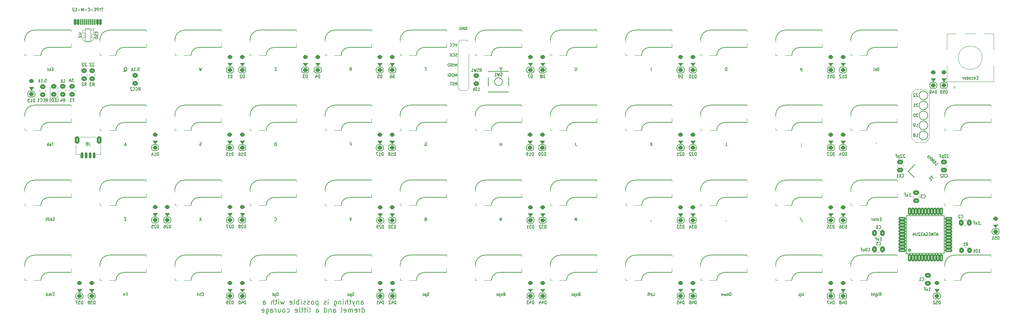
<source format=gbo>
G04 #@! TF.GenerationSoftware,KiCad,Pcbnew,(6.0.5-0)*
G04 #@! TF.CreationDate,2022-06-11T10:28:08-05:00*
G04 #@! TF.ProjectId,pcb,7063622e-6b69-4636-9164-5f7063625858,rev?*
G04 #@! TF.SameCoordinates,Original*
G04 #@! TF.FileFunction,Legend,Bot*
G04 #@! TF.FilePolarity,Positive*
%FSLAX46Y46*%
G04 Gerber Fmt 4.6, Leading zero omitted, Abs format (unit mm)*
G04 Created by KiCad (PCBNEW (6.0.5-0)) date 2022-06-11 10:28:08*
%MOMM*%
%LPD*%
G01*
G04 APERTURE LIST*
G04 Aperture macros list*
%AMRoundRect*
0 Rectangle with rounded corners*
0 $1 Rounding radius*
0 $2 $3 $4 $5 $6 $7 $8 $9 X,Y pos of 4 corners*
0 Add a 4 corners polygon primitive as box body*
4,1,4,$2,$3,$4,$5,$6,$7,$8,$9,$2,$3,0*
0 Add four circle primitives for the rounded corners*
1,1,$1+$1,$2,$3*
1,1,$1+$1,$4,$5*
1,1,$1+$1,$6,$7*
1,1,$1+$1,$8,$9*
0 Add four rect primitives between the rounded corners*
20,1,$1+$1,$2,$3,$4,$5,0*
20,1,$1+$1,$4,$5,$6,$7,0*
20,1,$1+$1,$6,$7,$8,$9,0*
20,1,$1+$1,$8,$9,$2,$3,0*%
%AMRotRect*
0 Rectangle, with rotation*
0 The origin of the aperture is its center*
0 $1 length*
0 $2 width*
0 $3 Rotation angle, in degrees counterclockwise*
0 Add horizontal line*
21,1,$1,$2,0,0,$3*%
G04 Aperture macros list end*
%ADD10C,0.100000*%
%ADD11C,0.150000*%
%ADD12C,0.200000*%
%ADD13C,0.127000*%
%ADD14C,0.120000*%
%ADD15C,0.203200*%
%ADD16C,0.254000*%
%ADD17C,3.000000*%
%ADD18C,1.750000*%
%ADD19C,3.987800*%
%ADD20R,2.550000X2.500000*%
%ADD21R,2.000000X2.000000*%
%ADD22C,2.000000*%
%ADD23R,2.000000X3.200000*%
%ADD24C,3.800000*%
%ADD25C,2.250000*%
%ADD26RoundRect,0.250000X-0.475000X0.337500X-0.475000X-0.337500X0.475000X-0.337500X0.475000X0.337500X0*%
%ADD27RoundRect,0.250000X0.350000X-0.250000X0.350000X0.250000X-0.350000X0.250000X-0.350000X-0.250000X0*%
%ADD28O,1.700000X1.700000*%
%ADD29R,1.700000X1.700000*%
%ADD30R,1.800000X1.100000*%
%ADD31RoundRect,0.200000X-0.750000X-0.250000X0.750000X-0.250000X0.750000X0.250000X-0.750000X0.250000X0*%
%ADD32RoundRect,0.200000X-0.250000X-0.750000X0.250000X-0.750000X0.250000X0.750000X-0.250000X0.750000X0*%
%ADD33RoundRect,0.250000X0.475000X-0.337500X0.475000X0.337500X-0.475000X0.337500X-0.475000X-0.337500X0*%
%ADD34RotRect,2.100000X1.800000X45.000000*%
%ADD35RoundRect,0.249999X0.450001X-0.325001X0.450001X0.325001X-0.450001X0.325001X-0.450001X-0.325001X0*%
%ADD36C,0.650000*%
%ADD37RoundRect,0.150000X-0.150000X-0.575000X0.150000X-0.575000X0.150000X0.575000X-0.150000X0.575000X0*%
%ADD38RoundRect,0.075000X-0.075000X-0.650000X0.075000X-0.650000X0.075000X0.650000X-0.075000X0.650000X0*%
%ADD39O,1.300000X2.400000*%
%ADD40O,1.300000X1.900000*%
%ADD41RoundRect,0.249999X-0.450001X0.325001X-0.450001X-0.325001X0.450001X-0.325001X0.450001X0.325001X0*%
%ADD42RoundRect,0.250000X-0.337500X-0.475000X0.337500X-0.475000X0.337500X0.475000X-0.337500X0.475000X0*%
%ADD43RoundRect,0.250000X0.337500X0.475000X-0.337500X0.475000X-0.337500X-0.475000X0.337500X-0.475000X0*%
%ADD44RoundRect,0.249999X0.325001X0.450001X-0.325001X0.450001X-0.325001X-0.450001X0.325001X-0.450001X0*%
%ADD45RoundRect,0.050000X-0.350000X0.500000X-0.350000X-0.500000X0.350000X-0.500000X0.350000X0.500000X0*%
%ADD46RoundRect,0.050000X-0.350000X0.300000X-0.350000X-0.300000X0.350000X-0.300000X0.350000X0.300000X0*%
%ADD47C,1.700000*%
%ADD48RoundRect,0.150000X-0.150000X-0.625000X0.150000X-0.625000X0.150000X0.625000X-0.150000X0.625000X0*%
%ADD49RoundRect,0.250000X-0.350000X-0.650000X0.350000X-0.650000X0.350000X0.650000X-0.350000X0.650000X0*%
G04 APERTURE END LIST*
D10*
X305390225Y-73693950D02*
X306390225Y-74693950D01*
X309890225Y-62193950D02*
X308890225Y-61193950D01*
X306390225Y-74693950D02*
X308890225Y-74693950D01*
X305390225Y-62193950D02*
X305390225Y-73693950D01*
X309890225Y-73693950D02*
X309890225Y-62193950D01*
X305390225Y-62193950D02*
X306390225Y-61193950D01*
X309890225Y-73693950D02*
X308890225Y-74693950D01*
X308890225Y-61193950D02*
X306390225Y-61193950D01*
D11*
X311321062Y-80336598D02*
X311603905Y-80619441D01*
X311462484Y-80478019D02*
X312028169Y-79912334D01*
X311994497Y-80040286D01*
X311987763Y-80141302D01*
X312007966Y-80215380D01*
X311462484Y-79346648D02*
X311556764Y-79440929D01*
X311576968Y-79515007D01*
X311573600Y-79565515D01*
X311539929Y-79693467D01*
X311455749Y-79824787D01*
X311240250Y-80040286D01*
X311162805Y-80070591D01*
X311112297Y-80073958D01*
X311038220Y-80053755D01*
X310943939Y-79959474D01*
X310923736Y-79885396D01*
X310927103Y-79834889D01*
X310957407Y-79757444D01*
X311092094Y-79622757D01*
X311169539Y-79592452D01*
X311220047Y-79589085D01*
X311294125Y-79609288D01*
X311388406Y-79703569D01*
X311408609Y-79777647D01*
X311405242Y-79828154D01*
X311374937Y-79905599D01*
X310637526Y-79653061D02*
X311203211Y-79087376D01*
X310634158Y-79326445D01*
X310873228Y-78757393D01*
X310307542Y-79323078D01*
X310071840Y-79087376D02*
X310637526Y-78521690D01*
X310368152Y-78791064D02*
X310085309Y-78508222D01*
X309788998Y-78804533D02*
X310354683Y-78238848D01*
X309977559Y-78238848D02*
X309718287Y-77979575D01*
X309600436Y-78615971D01*
X309341163Y-78356699D01*
X322196136Y-58283727D02*
X321962803Y-58283727D01*
X321862803Y-58702774D02*
X322196136Y-58702774D01*
X322196136Y-57902774D01*
X321862803Y-57902774D01*
X321562803Y-58169441D02*
X321562803Y-58702774D01*
X321562803Y-58245631D02*
X321529470Y-58207536D01*
X321462803Y-58169441D01*
X321362803Y-58169441D01*
X321296136Y-58207536D01*
X321262803Y-58283727D01*
X321262803Y-58702774D01*
X320629470Y-58664679D02*
X320696136Y-58702774D01*
X320829470Y-58702774D01*
X320896136Y-58664679D01*
X320929470Y-58626584D01*
X320962803Y-58550393D01*
X320962803Y-58321822D01*
X320929470Y-58245631D01*
X320896136Y-58207536D01*
X320829470Y-58169441D01*
X320696136Y-58169441D01*
X320629470Y-58207536D01*
X320229470Y-58702774D02*
X320296136Y-58664679D01*
X320329470Y-58626584D01*
X320362803Y-58550393D01*
X320362803Y-58321822D01*
X320329470Y-58245631D01*
X320296136Y-58207536D01*
X320229470Y-58169441D01*
X320129470Y-58169441D01*
X320062803Y-58207536D01*
X320029470Y-58245631D01*
X319996136Y-58321822D01*
X319996136Y-58550393D01*
X320029470Y-58626584D01*
X320062803Y-58664679D01*
X320129470Y-58702774D01*
X320229470Y-58702774D01*
X319396136Y-58702774D02*
X319396136Y-57902774D01*
X319396136Y-58664679D02*
X319462803Y-58702774D01*
X319596136Y-58702774D01*
X319662803Y-58664679D01*
X319696136Y-58626584D01*
X319729470Y-58550393D01*
X319729470Y-58321822D01*
X319696136Y-58245631D01*
X319662803Y-58207536D01*
X319596136Y-58169441D01*
X319462803Y-58169441D01*
X319396136Y-58207536D01*
X318796136Y-58664679D02*
X318862803Y-58702774D01*
X318996136Y-58702774D01*
X319062803Y-58664679D01*
X319096136Y-58588489D01*
X319096136Y-58283727D01*
X319062803Y-58207536D01*
X318996136Y-58169441D01*
X318862803Y-58169441D01*
X318796136Y-58207536D01*
X318762803Y-58283727D01*
X318762803Y-58359917D01*
X319096136Y-58436108D01*
X318462803Y-58702774D02*
X318462803Y-58169441D01*
X318462803Y-58321822D02*
X318429470Y-58245631D01*
X318396136Y-58207536D01*
X318329470Y-58169441D01*
X318262803Y-58169441D01*
X182090313Y-94213412D02*
X181990313Y-94251507D01*
X181956979Y-94289602D01*
X181923646Y-94365793D01*
X181923646Y-94480078D01*
X181956979Y-94556269D01*
X181990313Y-94594364D01*
X182056979Y-94632459D01*
X182323646Y-94632459D01*
X182323646Y-93832459D01*
X182090313Y-93832459D01*
X182023646Y-93870555D01*
X181990313Y-93908650D01*
X181956979Y-93984840D01*
X181956979Y-94061031D01*
X181990313Y-94137221D01*
X182023646Y-94175316D01*
X182090313Y-94213412D01*
X182323646Y-94213412D01*
X220473678Y-94632459D02*
X220473678Y-93832459D01*
X220240345Y-94403888D01*
X220007011Y-93832459D01*
X220007011Y-94632459D01*
X162873630Y-56532427D02*
X163106963Y-56151475D01*
X163273630Y-56532427D02*
X163273630Y-55732427D01*
X163006963Y-55732427D01*
X162940297Y-55770523D01*
X162906963Y-55808618D01*
X162873630Y-55884808D01*
X162873630Y-55999094D01*
X162906963Y-56075284D01*
X162940297Y-56113380D01*
X163006963Y-56151475D01*
X163273630Y-56151475D01*
X163323630Y-93832459D02*
X163090297Y-94632459D01*
X162856963Y-93832459D01*
D12*
X165733082Y-115853176D02*
X165733082Y-115198414D01*
X165792605Y-115079366D01*
X165911653Y-115019842D01*
X166149748Y-115019842D01*
X166268796Y-115079366D01*
X165733082Y-115793652D02*
X165852129Y-115853176D01*
X166149748Y-115853176D01*
X166268796Y-115793652D01*
X166328320Y-115674604D01*
X166328320Y-115555557D01*
X166268796Y-115436509D01*
X166149748Y-115376985D01*
X165852129Y-115376985D01*
X165733082Y-115317461D01*
X165137844Y-115019842D02*
X165137844Y-115853176D01*
X165137844Y-115138890D02*
X165078320Y-115079366D01*
X164959272Y-115019842D01*
X164780701Y-115019842D01*
X164661653Y-115079366D01*
X164602129Y-115198414D01*
X164602129Y-115853176D01*
X164125939Y-115019842D02*
X163828320Y-115853176D01*
X163530701Y-115019842D02*
X163828320Y-115853176D01*
X163947367Y-116150795D01*
X164006891Y-116210319D01*
X164125939Y-116269842D01*
X163233082Y-115019842D02*
X162756891Y-115019842D01*
X163054510Y-114603176D02*
X163054510Y-115674604D01*
X162994986Y-115793652D01*
X162875939Y-115853176D01*
X162756891Y-115853176D01*
X162340225Y-115853176D02*
X162340225Y-114603176D01*
X161804510Y-115853176D02*
X161804510Y-115198414D01*
X161864034Y-115079366D01*
X161983082Y-115019842D01*
X162161653Y-115019842D01*
X162280701Y-115079366D01*
X162340225Y-115138890D01*
X161209272Y-115853176D02*
X161209272Y-115019842D01*
X161209272Y-114603176D02*
X161268796Y-114662700D01*
X161209272Y-114722223D01*
X161149748Y-114662700D01*
X161209272Y-114603176D01*
X161209272Y-114722223D01*
X160614034Y-115019842D02*
X160614034Y-115853176D01*
X160614034Y-115138890D02*
X160554510Y-115079366D01*
X160435463Y-115019842D01*
X160256891Y-115019842D01*
X160137844Y-115079366D01*
X160078320Y-115198414D01*
X160078320Y-115853176D01*
X158947367Y-115019842D02*
X158947367Y-116031747D01*
X159006891Y-116150795D01*
X159066415Y-116210319D01*
X159185463Y-116269842D01*
X159364034Y-116269842D01*
X159483082Y-116210319D01*
X158947367Y-115793652D02*
X159066415Y-115853176D01*
X159304510Y-115853176D01*
X159423558Y-115793652D01*
X159483082Y-115734128D01*
X159542605Y-115615080D01*
X159542605Y-115257938D01*
X159483082Y-115138890D01*
X159423558Y-115079366D01*
X159304510Y-115019842D01*
X159066415Y-115019842D01*
X158947367Y-115079366D01*
X157399748Y-115853176D02*
X157399748Y-115019842D01*
X157399748Y-114603176D02*
X157459272Y-114662700D01*
X157399748Y-114722223D01*
X157340225Y-114662700D01*
X157399748Y-114603176D01*
X157399748Y-114722223D01*
X156864034Y-115793652D02*
X156744986Y-115853176D01*
X156506891Y-115853176D01*
X156387844Y-115793652D01*
X156328320Y-115674604D01*
X156328320Y-115615080D01*
X156387844Y-115496033D01*
X156506891Y-115436509D01*
X156685463Y-115436509D01*
X156804510Y-115376985D01*
X156864034Y-115257938D01*
X156864034Y-115198414D01*
X156804510Y-115079366D01*
X156685463Y-115019842D01*
X156506891Y-115019842D01*
X156387844Y-115079366D01*
X154840225Y-115019842D02*
X154840225Y-116269842D01*
X154840225Y-115079366D02*
X154721177Y-115019842D01*
X154483082Y-115019842D01*
X154364034Y-115079366D01*
X154304510Y-115138890D01*
X154244986Y-115257938D01*
X154244986Y-115615080D01*
X154304510Y-115734128D01*
X154364034Y-115793652D01*
X154483082Y-115853176D01*
X154721177Y-115853176D01*
X154840225Y-115793652D01*
X153530701Y-115853176D02*
X153649748Y-115793652D01*
X153709272Y-115734128D01*
X153768796Y-115615080D01*
X153768796Y-115257938D01*
X153709272Y-115138890D01*
X153649748Y-115079366D01*
X153530701Y-115019842D01*
X153352129Y-115019842D01*
X153233082Y-115079366D01*
X153173558Y-115138890D01*
X153114034Y-115257938D01*
X153114034Y-115615080D01*
X153173558Y-115734128D01*
X153233082Y-115793652D01*
X153352129Y-115853176D01*
X153530701Y-115853176D01*
X152637844Y-115793652D02*
X152518796Y-115853176D01*
X152280701Y-115853176D01*
X152161653Y-115793652D01*
X152102129Y-115674604D01*
X152102129Y-115615080D01*
X152161653Y-115496033D01*
X152280701Y-115436509D01*
X152459272Y-115436509D01*
X152578320Y-115376985D01*
X152637844Y-115257938D01*
X152637844Y-115198414D01*
X152578320Y-115079366D01*
X152459272Y-115019842D01*
X152280701Y-115019842D01*
X152161653Y-115079366D01*
X151625939Y-115793652D02*
X151506891Y-115853176D01*
X151268796Y-115853176D01*
X151149748Y-115793652D01*
X151090225Y-115674604D01*
X151090225Y-115615080D01*
X151149748Y-115496033D01*
X151268796Y-115436509D01*
X151447367Y-115436509D01*
X151566415Y-115376985D01*
X151625939Y-115257938D01*
X151625939Y-115198414D01*
X151566415Y-115079366D01*
X151447367Y-115019842D01*
X151268796Y-115019842D01*
X151149748Y-115079366D01*
X150554510Y-115853176D02*
X150554510Y-115019842D01*
X150554510Y-114603176D02*
X150614034Y-114662700D01*
X150554510Y-114722223D01*
X150494986Y-114662700D01*
X150554510Y-114603176D01*
X150554510Y-114722223D01*
X149959272Y-115853176D02*
X149959272Y-114603176D01*
X149959272Y-115079366D02*
X149840225Y-115019842D01*
X149602129Y-115019842D01*
X149483082Y-115079366D01*
X149423558Y-115138890D01*
X149364034Y-115257938D01*
X149364034Y-115615080D01*
X149423558Y-115734128D01*
X149483082Y-115793652D01*
X149602129Y-115853176D01*
X149840225Y-115853176D01*
X149959272Y-115793652D01*
X148649748Y-115853176D02*
X148768796Y-115793652D01*
X148828320Y-115674604D01*
X148828320Y-114603176D01*
X147697367Y-115793652D02*
X147816415Y-115853176D01*
X148054510Y-115853176D01*
X148173558Y-115793652D01*
X148233082Y-115674604D01*
X148233082Y-115198414D01*
X148173558Y-115079366D01*
X148054510Y-115019842D01*
X147816415Y-115019842D01*
X147697367Y-115079366D01*
X147637844Y-115198414D01*
X147637844Y-115317461D01*
X148233082Y-115436509D01*
X146268796Y-115019842D02*
X146030701Y-115853176D01*
X145792605Y-115257938D01*
X145554510Y-115853176D01*
X145316415Y-115019842D01*
X144840225Y-115853176D02*
X144840225Y-115019842D01*
X144840225Y-114603176D02*
X144899748Y-114662700D01*
X144840225Y-114722223D01*
X144780701Y-114662700D01*
X144840225Y-114603176D01*
X144840225Y-114722223D01*
X144423558Y-115019842D02*
X143947367Y-115019842D01*
X144244986Y-114603176D02*
X144244986Y-115674604D01*
X144185463Y-115793652D01*
X144066415Y-115853176D01*
X143947367Y-115853176D01*
X143530701Y-115853176D02*
X143530701Y-114603176D01*
X142994986Y-115853176D02*
X142994986Y-115198414D01*
X143054510Y-115079366D01*
X143173558Y-115019842D01*
X143352129Y-115019842D01*
X143471177Y-115079366D01*
X143530701Y-115138890D01*
X140911653Y-115853176D02*
X140911653Y-115198414D01*
X140971177Y-115079366D01*
X141090225Y-115019842D01*
X141328320Y-115019842D01*
X141447367Y-115079366D01*
X140911653Y-115793652D02*
X141030701Y-115853176D01*
X141328320Y-115853176D01*
X141447367Y-115793652D01*
X141506891Y-115674604D01*
X141506891Y-115555557D01*
X141447367Y-115436509D01*
X141328320Y-115376985D01*
X141030701Y-115376985D01*
X140911653Y-115317461D01*
X166030701Y-117865676D02*
X166030701Y-116615676D01*
X166030701Y-117806152D02*
X166149748Y-117865676D01*
X166387844Y-117865676D01*
X166506891Y-117806152D01*
X166566415Y-117746628D01*
X166625939Y-117627580D01*
X166625939Y-117270438D01*
X166566415Y-117151390D01*
X166506891Y-117091866D01*
X166387844Y-117032342D01*
X166149748Y-117032342D01*
X166030701Y-117091866D01*
X165435463Y-117865676D02*
X165435463Y-117032342D01*
X165435463Y-117270438D02*
X165375939Y-117151390D01*
X165316415Y-117091866D01*
X165197367Y-117032342D01*
X165078320Y-117032342D01*
X164185463Y-117806152D02*
X164304510Y-117865676D01*
X164542605Y-117865676D01*
X164661653Y-117806152D01*
X164721177Y-117687104D01*
X164721177Y-117210914D01*
X164661653Y-117091866D01*
X164542605Y-117032342D01*
X164304510Y-117032342D01*
X164185463Y-117091866D01*
X164125939Y-117210914D01*
X164125939Y-117329961D01*
X164721177Y-117449009D01*
X163590225Y-117865676D02*
X163590225Y-117032342D01*
X163590225Y-117151390D02*
X163530701Y-117091866D01*
X163411653Y-117032342D01*
X163233082Y-117032342D01*
X163114034Y-117091866D01*
X163054510Y-117210914D01*
X163054510Y-117865676D01*
X163054510Y-117210914D02*
X162994986Y-117091866D01*
X162875939Y-117032342D01*
X162697367Y-117032342D01*
X162578320Y-117091866D01*
X162518796Y-117210914D01*
X162518796Y-117865676D01*
X161447367Y-117806152D02*
X161566415Y-117865676D01*
X161804510Y-117865676D01*
X161923558Y-117806152D01*
X161983082Y-117687104D01*
X161983082Y-117210914D01*
X161923558Y-117091866D01*
X161804510Y-117032342D01*
X161566415Y-117032342D01*
X161447367Y-117091866D01*
X161387844Y-117210914D01*
X161387844Y-117329961D01*
X161983082Y-117449009D01*
X160673558Y-117865676D02*
X160792605Y-117806152D01*
X160852129Y-117687104D01*
X160852129Y-116615676D01*
X158709272Y-117865676D02*
X158709272Y-117210914D01*
X158768796Y-117091866D01*
X158887844Y-117032342D01*
X159125939Y-117032342D01*
X159244986Y-117091866D01*
X158709272Y-117806152D02*
X158828320Y-117865676D01*
X159125939Y-117865676D01*
X159244986Y-117806152D01*
X159304510Y-117687104D01*
X159304510Y-117568057D01*
X159244986Y-117449009D01*
X159125939Y-117389485D01*
X158828320Y-117389485D01*
X158709272Y-117329961D01*
X158114034Y-117032342D02*
X158114034Y-117865676D01*
X158114034Y-117151390D02*
X158054510Y-117091866D01*
X157935463Y-117032342D01*
X157756891Y-117032342D01*
X157637844Y-117091866D01*
X157578320Y-117210914D01*
X157578320Y-117865676D01*
X156447367Y-117865676D02*
X156447367Y-116615676D01*
X156447367Y-117806152D02*
X156566415Y-117865676D01*
X156804510Y-117865676D01*
X156923558Y-117806152D01*
X156983082Y-117746628D01*
X157042605Y-117627580D01*
X157042605Y-117270438D01*
X156983082Y-117151390D01*
X156923558Y-117091866D01*
X156804510Y-117032342D01*
X156566415Y-117032342D01*
X156447367Y-117091866D01*
X154364034Y-117865676D02*
X154364034Y-117210914D01*
X154423558Y-117091866D01*
X154542605Y-117032342D01*
X154780701Y-117032342D01*
X154899748Y-117091866D01*
X154364034Y-117806152D02*
X154483082Y-117865676D01*
X154780701Y-117865676D01*
X154899748Y-117806152D01*
X154959272Y-117687104D01*
X154959272Y-117568057D01*
X154899748Y-117449009D01*
X154780701Y-117389485D01*
X154483082Y-117389485D01*
X154364034Y-117329961D01*
X152637844Y-117865676D02*
X152756891Y-117806152D01*
X152816415Y-117687104D01*
X152816415Y-116615676D01*
X152161653Y-117865676D02*
X152161653Y-117032342D01*
X152161653Y-116615676D02*
X152221177Y-116675200D01*
X152161653Y-116734723D01*
X152102129Y-116675200D01*
X152161653Y-116615676D01*
X152161653Y-116734723D01*
X151744986Y-117032342D02*
X151268796Y-117032342D01*
X151566415Y-116615676D02*
X151566415Y-117687104D01*
X151506891Y-117806152D01*
X151387844Y-117865676D01*
X151268796Y-117865676D01*
X151030701Y-117032342D02*
X150554510Y-117032342D01*
X150852129Y-116615676D02*
X150852129Y-117687104D01*
X150792605Y-117806152D01*
X150673558Y-117865676D01*
X150554510Y-117865676D01*
X149959272Y-117865676D02*
X150078320Y-117806152D01*
X150137844Y-117687104D01*
X150137844Y-116615676D01*
X149006891Y-117806152D02*
X149125939Y-117865676D01*
X149364034Y-117865676D01*
X149483082Y-117806152D01*
X149542605Y-117687104D01*
X149542605Y-117210914D01*
X149483082Y-117091866D01*
X149364034Y-117032342D01*
X149125939Y-117032342D01*
X149006891Y-117091866D01*
X148947367Y-117210914D01*
X148947367Y-117329961D01*
X149542605Y-117449009D01*
X146923558Y-117806152D02*
X147042605Y-117865676D01*
X147280701Y-117865676D01*
X147399748Y-117806152D01*
X147459272Y-117746628D01*
X147518796Y-117627580D01*
X147518796Y-117270438D01*
X147459272Y-117151390D01*
X147399748Y-117091866D01*
X147280701Y-117032342D01*
X147042605Y-117032342D01*
X146923558Y-117091866D01*
X146209272Y-117865676D02*
X146328320Y-117806152D01*
X146387844Y-117746628D01*
X146447367Y-117627580D01*
X146447367Y-117270438D01*
X146387844Y-117151390D01*
X146328320Y-117091866D01*
X146209272Y-117032342D01*
X146030701Y-117032342D01*
X145911653Y-117091866D01*
X145852129Y-117151390D01*
X145792605Y-117270438D01*
X145792605Y-117627580D01*
X145852129Y-117746628D01*
X145911653Y-117806152D01*
X146030701Y-117865676D01*
X146209272Y-117865676D01*
X144721177Y-117032342D02*
X144721177Y-117865676D01*
X145256891Y-117032342D02*
X145256891Y-117687104D01*
X145197367Y-117806152D01*
X145078320Y-117865676D01*
X144899748Y-117865676D01*
X144780701Y-117806152D01*
X144721177Y-117746628D01*
X144125939Y-117865676D02*
X144125939Y-117032342D01*
X144125939Y-117270438D02*
X144066415Y-117151390D01*
X144006891Y-117091866D01*
X143887844Y-117032342D01*
X143768796Y-117032342D01*
X142816415Y-117865676D02*
X142816415Y-117210914D01*
X142875939Y-117091866D01*
X142994986Y-117032342D01*
X143233082Y-117032342D01*
X143352129Y-117091866D01*
X142816415Y-117806152D02*
X142935463Y-117865676D01*
X143233082Y-117865676D01*
X143352129Y-117806152D01*
X143411653Y-117687104D01*
X143411653Y-117568057D01*
X143352129Y-117449009D01*
X143233082Y-117389485D01*
X142935463Y-117389485D01*
X142816415Y-117329961D01*
X141685463Y-117032342D02*
X141685463Y-118044247D01*
X141744986Y-118163295D01*
X141804510Y-118222819D01*
X141923558Y-118282342D01*
X142102129Y-118282342D01*
X142221177Y-118222819D01*
X141685463Y-117806152D02*
X141804510Y-117865676D01*
X142042605Y-117865676D01*
X142161653Y-117806152D01*
X142221177Y-117746628D01*
X142280701Y-117627580D01*
X142280701Y-117270438D01*
X142221177Y-117151390D01*
X142161653Y-117091866D01*
X142042605Y-117032342D01*
X141804510Y-117032342D01*
X141685463Y-117091866D01*
X140614034Y-117806152D02*
X140733082Y-117865676D01*
X140971177Y-117865676D01*
X141090225Y-117806152D01*
X141149748Y-117687104D01*
X141149748Y-117210914D01*
X141090225Y-117091866D01*
X140971177Y-117032342D01*
X140733082Y-117032342D01*
X140614034Y-117091866D01*
X140554510Y-117210914D01*
X140554510Y-117329961D01*
X141149748Y-117449009D01*
D11*
X162990297Y-75163396D02*
X163223630Y-75163396D01*
X163223630Y-75582443D02*
X163223630Y-74782443D01*
X162890297Y-74782443D01*
X201390329Y-94632459D02*
X201390329Y-93832459D01*
X200990329Y-94632459D01*
X200990329Y-93832459D01*
X144223614Y-75582443D02*
X144223614Y-74782443D01*
X144056947Y-74782443D01*
X143956947Y-74820539D01*
X143890281Y-74896729D01*
X143856947Y-74972919D01*
X143823614Y-75125300D01*
X143823614Y-75239586D01*
X143856947Y-75391967D01*
X143890281Y-75468158D01*
X143956947Y-75544348D01*
X144056947Y-75582443D01*
X144223614Y-75582443D01*
X258407043Y-55732427D02*
X258273710Y-55732427D01*
X258207043Y-55770523D01*
X258140377Y-55846713D01*
X258107043Y-55999094D01*
X258107043Y-56265761D01*
X258140377Y-56418142D01*
X258207043Y-56494332D01*
X258273710Y-56532427D01*
X258407043Y-56532427D01*
X258473710Y-56494332D01*
X258540377Y-56418142D01*
X258573710Y-56265761D01*
X258573710Y-55999094D01*
X258540377Y-55846713D01*
X258473710Y-55770523D01*
X258407043Y-55732427D01*
X87973566Y-94594364D02*
X87873566Y-94632459D01*
X87706899Y-94632459D01*
X87640233Y-94594364D01*
X87606899Y-94556269D01*
X87573566Y-94480078D01*
X87573566Y-94403888D01*
X87606899Y-94327697D01*
X87640233Y-94289602D01*
X87706899Y-94251507D01*
X87840233Y-94213412D01*
X87906899Y-94175316D01*
X87940233Y-94137221D01*
X87973566Y-94061031D01*
X87973566Y-93984840D01*
X87940233Y-93908650D01*
X87906899Y-93870555D01*
X87840233Y-93832459D01*
X87673566Y-93832459D01*
X87573566Y-93870555D01*
X87273566Y-94632459D02*
X87273566Y-93832459D01*
X86973566Y-94632459D02*
X86973566Y-94213412D01*
X87006899Y-94137221D01*
X87073566Y-94099126D01*
X87173566Y-94099126D01*
X87240233Y-94137221D01*
X87273566Y-94175316D01*
X86640233Y-94632459D02*
X86640233Y-94099126D01*
X86640233Y-93832459D02*
X86673566Y-93870555D01*
X86640233Y-93908650D01*
X86606899Y-93870555D01*
X86640233Y-93832459D01*
X86640233Y-93908650D01*
X86406899Y-94099126D02*
X86140233Y-94099126D01*
X86306899Y-94632459D02*
X86306899Y-93946745D01*
X86273566Y-93870555D01*
X86206899Y-93832459D01*
X86140233Y-93832459D01*
X86006899Y-94099126D02*
X85740233Y-94099126D01*
X85906899Y-93832459D02*
X85906899Y-94518174D01*
X85873566Y-94594364D01*
X85806899Y-94632459D01*
X85740233Y-94632459D01*
X259523710Y-113682475D02*
X259523710Y-112882475D01*
X259357043Y-112882475D01*
X259257043Y-112920571D01*
X259190377Y-112996761D01*
X259157043Y-113072951D01*
X259123710Y-113225332D01*
X259123710Y-113339618D01*
X259157043Y-113491999D01*
X259190377Y-113568190D01*
X259257043Y-113644380D01*
X259357043Y-113682475D01*
X259523710Y-113682475D01*
X258723710Y-113682475D02*
X258790377Y-113644380D01*
X258823710Y-113606285D01*
X258857043Y-113530094D01*
X258857043Y-113301523D01*
X258823710Y-113225332D01*
X258790377Y-113187237D01*
X258723710Y-113149142D01*
X258623710Y-113149142D01*
X258557043Y-113187237D01*
X258523710Y-113225332D01*
X258490377Y-113301523D01*
X258490377Y-113530094D01*
X258523710Y-113606285D01*
X258557043Y-113644380D01*
X258623710Y-113682475D01*
X258723710Y-113682475D01*
X258257043Y-113149142D02*
X258123710Y-113682475D01*
X257990377Y-113301523D01*
X257857043Y-113682475D01*
X257723710Y-113149142D01*
X257457043Y-113149142D02*
X257457043Y-113682475D01*
X257457043Y-113225332D02*
X257423710Y-113187237D01*
X257357043Y-113149142D01*
X257257043Y-113149142D01*
X257190377Y-113187237D01*
X257157043Y-113263428D01*
X257157043Y-113682475D01*
X220140345Y-74782443D02*
X220140345Y-75353872D01*
X220173678Y-75468158D01*
X220240345Y-75544348D01*
X220340345Y-75582443D01*
X220407011Y-75582443D01*
X297223742Y-113682475D02*
X297457075Y-113301523D01*
X297623742Y-113682475D02*
X297623742Y-112882475D01*
X297357075Y-112882475D01*
X297290409Y-112920571D01*
X297257075Y-112958666D01*
X297223742Y-113034856D01*
X297223742Y-113149142D01*
X297257075Y-113225332D01*
X297290409Y-113263428D01*
X297357075Y-113301523D01*
X297623742Y-113301523D01*
X296923742Y-113682475D02*
X296923742Y-113149142D01*
X296923742Y-112882475D02*
X296957075Y-112920571D01*
X296923742Y-112958666D01*
X296890409Y-112920571D01*
X296923742Y-112882475D01*
X296923742Y-112958666D01*
X296290409Y-113149142D02*
X296290409Y-113796761D01*
X296323742Y-113872951D01*
X296357075Y-113911047D01*
X296423742Y-113949142D01*
X296523742Y-113949142D01*
X296590409Y-113911047D01*
X296290409Y-113644380D02*
X296357075Y-113682475D01*
X296490409Y-113682475D01*
X296557075Y-113644380D01*
X296590409Y-113606285D01*
X296623742Y-113530094D01*
X296623742Y-113301523D01*
X296590409Y-113225332D01*
X296557075Y-113187237D01*
X296490409Y-113149142D01*
X296357075Y-113149142D01*
X296290409Y-113187237D01*
X295957075Y-113682475D02*
X295957075Y-112882475D01*
X295657075Y-113682475D02*
X295657075Y-113263428D01*
X295690409Y-113187237D01*
X295757075Y-113149142D01*
X295857075Y-113149142D01*
X295923742Y-113187237D01*
X295957075Y-113225332D01*
X295423742Y-113149142D02*
X295157075Y-113149142D01*
X295323742Y-112882475D02*
X295323742Y-113568190D01*
X295290409Y-113644380D01*
X295223742Y-113682475D01*
X295157075Y-113682475D01*
X239290361Y-56532427D02*
X239290361Y-55732427D01*
X181956979Y-74820539D02*
X182023646Y-74782443D01*
X182123646Y-74782443D01*
X182223646Y-74820539D01*
X182290313Y-74896729D01*
X182323646Y-74972919D01*
X182356979Y-75125300D01*
X182356979Y-75239586D01*
X182323646Y-75391967D01*
X182290313Y-75468158D01*
X182223646Y-75544348D01*
X182123646Y-75582443D01*
X182056979Y-75582443D01*
X181956979Y-75544348D01*
X181923646Y-75506253D01*
X181923646Y-75239586D01*
X182056979Y-75239586D01*
X277357059Y-75544348D02*
X277357059Y-75582443D01*
X277390393Y-75658634D01*
X277423726Y-75696729D01*
X277390393Y-75087205D02*
X277357059Y-75125300D01*
X277390393Y-75163396D01*
X277423726Y-75125300D01*
X277390393Y-75087205D01*
X277390393Y-75163396D01*
X144190281Y-56113380D02*
X143956947Y-56113380D01*
X143856947Y-56532427D02*
X144190281Y-56532427D01*
X144190281Y-55732427D01*
X143856947Y-55732427D01*
X125190265Y-75544348D02*
X125090265Y-75582443D01*
X124923598Y-75582443D01*
X124856931Y-75544348D01*
X124823598Y-75506253D01*
X124790265Y-75430062D01*
X124790265Y-75353872D01*
X124823598Y-75277681D01*
X124856931Y-75239586D01*
X124923598Y-75201491D01*
X125056931Y-75163396D01*
X125123598Y-75125300D01*
X125156931Y-75087205D01*
X125190265Y-75011015D01*
X125190265Y-74934824D01*
X125156931Y-74858634D01*
X125123598Y-74820539D01*
X125056931Y-74782443D01*
X124890265Y-74782443D01*
X124790265Y-74820539D01*
X220413553Y-55674056D02*
X220413553Y-56321675D01*
X220380219Y-56397866D01*
X220346886Y-56435961D01*
X220280219Y-56474056D01*
X220146886Y-56474056D01*
X220080219Y-56435961D01*
X220046886Y-56397866D01*
X220013553Y-56321675D01*
X220013553Y-55674056D01*
X258340377Y-94556269D02*
X258307043Y-94594364D01*
X258340377Y-94632459D01*
X258373710Y-94594364D01*
X258340377Y-94556269D01*
X258340377Y-94632459D01*
X296407075Y-74782443D02*
X296473742Y-74934824D01*
X202040329Y-113263428D02*
X201940329Y-113301523D01*
X201906995Y-113339618D01*
X201873662Y-113415809D01*
X201873662Y-113530094D01*
X201906995Y-113606285D01*
X201940329Y-113644380D01*
X202006995Y-113682475D01*
X202273662Y-113682475D01*
X202273662Y-112882475D01*
X202040329Y-112882475D01*
X201973662Y-112920571D01*
X201940329Y-112958666D01*
X201906995Y-113034856D01*
X201906995Y-113111047D01*
X201940329Y-113187237D01*
X201973662Y-113225332D01*
X202040329Y-113263428D01*
X202273662Y-113263428D01*
X201606995Y-113644380D02*
X201540329Y-113682475D01*
X201406995Y-113682475D01*
X201340329Y-113644380D01*
X201306995Y-113568190D01*
X201306995Y-113530094D01*
X201340329Y-113453904D01*
X201406995Y-113415809D01*
X201506995Y-113415809D01*
X201573662Y-113377713D01*
X201606995Y-113301523D01*
X201606995Y-113263428D01*
X201573662Y-113187237D01*
X201506995Y-113149142D01*
X201406995Y-113149142D01*
X201340329Y-113187237D01*
X201006995Y-113149142D02*
X201006995Y-113949142D01*
X201006995Y-113187237D02*
X200940329Y-113149142D01*
X200806995Y-113149142D01*
X200740329Y-113187237D01*
X200706995Y-113225332D01*
X200673662Y-113301523D01*
X200673662Y-113530094D01*
X200706995Y-113606285D01*
X200740329Y-113644380D01*
X200806995Y-113682475D01*
X200940329Y-113682475D01*
X201006995Y-113644380D01*
X200073662Y-113644380D02*
X200140329Y-113682475D01*
X200273662Y-113682475D01*
X200340329Y-113644380D01*
X200373662Y-113606285D01*
X200406995Y-113530094D01*
X200406995Y-113301523D01*
X200373662Y-113225332D01*
X200340329Y-113187237D01*
X200273662Y-113149142D01*
X200140329Y-113149142D01*
X200073662Y-113187237D01*
X277090393Y-93794364D02*
X277690393Y-94822935D01*
X201390329Y-75582443D02*
X201390329Y-74782443D01*
X201390329Y-75163396D02*
X200990329Y-75163396D01*
X200990329Y-75582443D02*
X200990329Y-74782443D01*
X297107075Y-56532427D02*
X297107075Y-55732427D01*
X296940409Y-55732427D01*
X296840409Y-55770523D01*
X296773742Y-55846713D01*
X296740409Y-55922903D01*
X296707075Y-56075284D01*
X296707075Y-56189570D01*
X296740409Y-56341951D01*
X296773742Y-56418142D01*
X296840409Y-56494332D01*
X296940409Y-56532427D01*
X297107075Y-56532427D01*
X296140409Y-56494332D02*
X296207075Y-56532427D01*
X296340409Y-56532427D01*
X296407075Y-56494332D01*
X296440409Y-56418142D01*
X296440409Y-56113380D01*
X296407075Y-56037189D01*
X296340409Y-55999094D01*
X296207075Y-55999094D01*
X296140409Y-56037189D01*
X296107075Y-56113380D01*
X296107075Y-56189570D01*
X296440409Y-56265761D01*
X295707075Y-56532427D02*
X295773742Y-56494332D01*
X295807075Y-56418142D01*
X295807075Y-55732427D01*
X106106915Y-75353872D02*
X105773582Y-75353872D01*
X106173582Y-75582443D02*
X105940249Y-74782443D01*
X105706915Y-75582443D01*
X87456899Y-113606285D02*
X87490233Y-113644380D01*
X87590233Y-113682475D01*
X87656899Y-113682475D01*
X87756899Y-113644380D01*
X87823566Y-113568190D01*
X87856899Y-113491999D01*
X87890233Y-113339618D01*
X87890233Y-113225332D01*
X87856899Y-113072951D01*
X87823566Y-112996761D01*
X87756899Y-112920571D01*
X87656899Y-112882475D01*
X87590233Y-112882475D01*
X87490233Y-112920571D01*
X87456899Y-112958666D01*
X87156899Y-113682475D02*
X87156899Y-113149142D01*
X87156899Y-113225332D02*
X87123566Y-113187237D01*
X87056899Y-113149142D01*
X86956899Y-113149142D01*
X86890233Y-113187237D01*
X86856899Y-113263428D01*
X86856899Y-113682475D01*
X86856899Y-113263428D02*
X86823566Y-113187237D01*
X86756899Y-113149142D01*
X86656899Y-113149142D01*
X86590233Y-113187237D01*
X86556899Y-113263428D01*
X86556899Y-113682475D01*
X85923566Y-113682475D02*
X85923566Y-112882475D01*
X85923566Y-113644380D02*
X85990233Y-113682475D01*
X86123566Y-113682475D01*
X86190233Y-113644380D01*
X86223566Y-113606285D01*
X86256899Y-113530094D01*
X86256899Y-113301523D01*
X86223566Y-113225332D01*
X86190233Y-113187237D01*
X86123566Y-113149142D01*
X85990233Y-113149142D01*
X85923566Y-113187237D01*
X163906963Y-113644380D02*
X163806963Y-113682475D01*
X163640297Y-113682475D01*
X163573630Y-113644380D01*
X163540297Y-113606285D01*
X163506963Y-113530094D01*
X163506963Y-113453904D01*
X163540297Y-113377713D01*
X163573630Y-113339618D01*
X163640297Y-113301523D01*
X163773630Y-113263428D01*
X163840297Y-113225332D01*
X163873630Y-113187237D01*
X163906963Y-113111047D01*
X163906963Y-113034856D01*
X163873630Y-112958666D01*
X163840297Y-112920571D01*
X163773630Y-112882475D01*
X163606963Y-112882475D01*
X163506963Y-112920571D01*
X163206963Y-113149142D02*
X163206963Y-113949142D01*
X163206963Y-113187237D02*
X163140297Y-113149142D01*
X163006963Y-113149142D01*
X162940297Y-113187237D01*
X162906963Y-113225332D01*
X162873630Y-113301523D01*
X162873630Y-113530094D01*
X162906963Y-113606285D01*
X162940297Y-113644380D01*
X163006963Y-113682475D01*
X163140297Y-113682475D01*
X163206963Y-113644380D01*
X162273630Y-113644380D02*
X162340297Y-113682475D01*
X162473630Y-113682475D01*
X162540297Y-113644380D01*
X162573630Y-113606285D01*
X162606963Y-113530094D01*
X162606963Y-113301523D01*
X162573630Y-113225332D01*
X162540297Y-113187237D01*
X162473630Y-113149142D01*
X162340297Y-113149142D01*
X162273630Y-113187237D01*
X182956979Y-113644380D02*
X182856979Y-113682475D01*
X182690313Y-113682475D01*
X182623646Y-113644380D01*
X182590313Y-113606285D01*
X182556979Y-113530094D01*
X182556979Y-113453904D01*
X182590313Y-113377713D01*
X182623646Y-113339618D01*
X182690313Y-113301523D01*
X182823646Y-113263428D01*
X182890313Y-113225332D01*
X182923646Y-113187237D01*
X182956979Y-113111047D01*
X182956979Y-113034856D01*
X182923646Y-112958666D01*
X182890313Y-112920571D01*
X182823646Y-112882475D01*
X182656979Y-112882475D01*
X182556979Y-112920571D01*
X182256979Y-113149142D02*
X182256979Y-113949142D01*
X182256979Y-113187237D02*
X182190313Y-113149142D01*
X182056979Y-113149142D01*
X181990313Y-113187237D01*
X181956979Y-113225332D01*
X181923646Y-113301523D01*
X181923646Y-113530094D01*
X181956979Y-113606285D01*
X181990313Y-113644380D01*
X182056979Y-113682475D01*
X182190313Y-113682475D01*
X182256979Y-113644380D01*
X181323646Y-113644380D02*
X181390313Y-113682475D01*
X181523646Y-113682475D01*
X181590313Y-113644380D01*
X181623646Y-113606285D01*
X181656979Y-113530094D01*
X181656979Y-113301523D01*
X181623646Y-113225332D01*
X181590313Y-113187237D01*
X181523646Y-113149142D01*
X181390313Y-113149142D01*
X181323646Y-113187237D01*
X143823614Y-94556269D02*
X143856947Y-94594364D01*
X143956947Y-94632459D01*
X144023614Y-94632459D01*
X144123614Y-94594364D01*
X144190281Y-94518174D01*
X144223614Y-94441983D01*
X144256947Y-94289602D01*
X144256947Y-94175316D01*
X144223614Y-94022935D01*
X144190281Y-93946745D01*
X144123614Y-93870555D01*
X144023614Y-93832459D01*
X143956947Y-93832459D01*
X143856947Y-93870555D01*
X143823614Y-93908650D01*
X106173582Y-93832459D02*
X105706915Y-93832459D01*
X106173582Y-94632459D01*
X105706915Y-94632459D01*
X277573726Y-56668173D02*
X277573726Y-55868173D01*
X277307059Y-55868173D01*
X277240393Y-55906269D01*
X277207059Y-55944364D01*
X277173726Y-56020554D01*
X277173726Y-56134840D01*
X277207059Y-56211030D01*
X277240393Y-56249126D01*
X277307059Y-56287221D01*
X277573726Y-56287221D01*
X144623614Y-112882475D02*
X144490281Y-112882475D01*
X144423614Y-112920571D01*
X144356947Y-112996761D01*
X144323614Y-113149142D01*
X144323614Y-113415809D01*
X144356947Y-113568190D01*
X144423614Y-113644380D01*
X144490281Y-113682475D01*
X144623614Y-113682475D01*
X144690281Y-113644380D01*
X144756947Y-113568190D01*
X144790281Y-113415809D01*
X144790281Y-113149142D01*
X144756947Y-112996761D01*
X144690281Y-112920571D01*
X144623614Y-112882475D01*
X144023614Y-113149142D02*
X144023614Y-113949142D01*
X144023614Y-113187237D02*
X143956947Y-113149142D01*
X143823614Y-113149142D01*
X143756947Y-113187237D01*
X143723614Y-113225332D01*
X143690281Y-113301523D01*
X143690281Y-113530094D01*
X143723614Y-113606285D01*
X143756947Y-113644380D01*
X143823614Y-113682475D01*
X143956947Y-113682475D01*
X144023614Y-113644380D01*
X143490281Y-113149142D02*
X143223614Y-113149142D01*
X143390281Y-112882475D02*
X143390281Y-113568190D01*
X143356947Y-113644380D01*
X143290281Y-113682475D01*
X143223614Y-113682475D01*
X258123710Y-75582443D02*
X258457043Y-75582443D01*
X258457043Y-74782443D01*
X106156915Y-113263428D02*
X106390249Y-113263428D01*
X106390249Y-113682475D02*
X106390249Y-112882475D01*
X106056915Y-112882475D01*
X105790249Y-113149142D02*
X105790249Y-113682475D01*
X105790249Y-113225332D02*
X105756915Y-113187237D01*
X105690249Y-113149142D01*
X105590249Y-113149142D01*
X105523582Y-113187237D01*
X105490249Y-113263428D01*
X105490249Y-113682475D01*
X125290265Y-55732427D02*
X125123598Y-56532427D01*
X124990265Y-55960999D01*
X124856931Y-56532427D01*
X124690265Y-55732427D01*
X125373598Y-113606285D02*
X125406931Y-113644380D01*
X125506931Y-113682475D01*
X125573598Y-113682475D01*
X125673598Y-113644380D01*
X125740265Y-113568190D01*
X125773598Y-113491999D01*
X125806931Y-113339618D01*
X125806931Y-113225332D01*
X125773598Y-113072951D01*
X125740265Y-112996761D01*
X125673598Y-112920571D01*
X125573598Y-112882475D01*
X125506931Y-112882475D01*
X125406931Y-112920571D01*
X125373598Y-112958666D01*
X125173598Y-113149142D02*
X124906931Y-113149142D01*
X125073598Y-112882475D02*
X125073598Y-113568190D01*
X125040265Y-113644380D01*
X124973598Y-113682475D01*
X124906931Y-113682475D01*
X124673598Y-113682475D02*
X124673598Y-113149142D01*
X124673598Y-113301523D02*
X124640265Y-113225332D01*
X124606931Y-113187237D01*
X124540265Y-113149142D01*
X124473598Y-113149142D01*
X124140265Y-113682475D02*
X124206931Y-113644380D01*
X124240265Y-113568190D01*
X124240265Y-112882475D01*
X182340313Y-55732427D02*
X181940313Y-55732427D01*
X182140313Y-56532427D02*
X182140313Y-55732427D01*
X239257027Y-94594364D02*
X239257027Y-94632459D01*
X239290361Y-94708650D01*
X239323694Y-94746745D01*
X277907059Y-112882475D02*
X277907059Y-113530094D01*
X277873726Y-113606285D01*
X277840393Y-113644380D01*
X277773726Y-113682475D01*
X277640393Y-113682475D01*
X277573726Y-113644380D01*
X277540393Y-113606285D01*
X277507059Y-113530094D01*
X277507059Y-112882475D01*
X277173726Y-113149142D02*
X277173726Y-113949142D01*
X277173726Y-113187237D02*
X277107059Y-113149142D01*
X276973726Y-113149142D01*
X276907059Y-113187237D01*
X276873726Y-113225332D01*
X276840393Y-113301523D01*
X276840393Y-113530094D01*
X276873726Y-113606285D01*
X276907059Y-113644380D01*
X276973726Y-113682475D01*
X277107059Y-113682475D01*
X277173726Y-113644380D01*
X87623566Y-56113380D02*
X87390233Y-56113380D01*
X87290233Y-56532427D02*
X87623566Y-56532427D01*
X87623566Y-55732427D01*
X87290233Y-55732427D01*
X87023566Y-56494332D02*
X86956899Y-56532427D01*
X86823566Y-56532427D01*
X86756899Y-56494332D01*
X86723566Y-56418142D01*
X86723566Y-56380046D01*
X86756899Y-56303856D01*
X86823566Y-56265761D01*
X86923566Y-56265761D01*
X86990233Y-56227665D01*
X87023566Y-56151475D01*
X87023566Y-56113380D01*
X86990233Y-56037189D01*
X86923566Y-55999094D01*
X86823566Y-55999094D01*
X86756899Y-56037189D01*
X86123566Y-56494332D02*
X86190233Y-56532427D01*
X86323566Y-56532427D01*
X86390233Y-56494332D01*
X86423566Y-56456237D01*
X86456899Y-56380046D01*
X86456899Y-56151475D01*
X86423566Y-56075284D01*
X86390233Y-56037189D01*
X86323566Y-55999094D01*
X86190233Y-55999094D01*
X86123566Y-56037189D01*
X221090345Y-113263428D02*
X220990345Y-113301523D01*
X220957011Y-113339618D01*
X220923678Y-113415809D01*
X220923678Y-113530094D01*
X220957011Y-113606285D01*
X220990345Y-113644380D01*
X221057011Y-113682475D01*
X221323678Y-113682475D01*
X221323678Y-112882475D01*
X221090345Y-112882475D01*
X221023678Y-112920571D01*
X220990345Y-112958666D01*
X220957011Y-113034856D01*
X220957011Y-113111047D01*
X220990345Y-113187237D01*
X221023678Y-113225332D01*
X221090345Y-113263428D01*
X221323678Y-113263428D01*
X220657011Y-113644380D02*
X220590345Y-113682475D01*
X220457011Y-113682475D01*
X220390345Y-113644380D01*
X220357011Y-113568190D01*
X220357011Y-113530094D01*
X220390345Y-113453904D01*
X220457011Y-113415809D01*
X220557011Y-113415809D01*
X220623678Y-113377713D01*
X220657011Y-113301523D01*
X220657011Y-113263428D01*
X220623678Y-113187237D01*
X220557011Y-113149142D01*
X220457011Y-113149142D01*
X220390345Y-113187237D01*
X220057011Y-113149142D02*
X220057011Y-113949142D01*
X220057011Y-113187237D02*
X219990345Y-113149142D01*
X219857011Y-113149142D01*
X219790345Y-113187237D01*
X219757011Y-113225332D01*
X219723678Y-113301523D01*
X219723678Y-113530094D01*
X219757011Y-113606285D01*
X219790345Y-113644380D01*
X219857011Y-113682475D01*
X219990345Y-113682475D01*
X220057011Y-113644380D01*
X219123678Y-113644380D02*
X219190345Y-113682475D01*
X219323678Y-113682475D01*
X219390345Y-113644380D01*
X219423678Y-113606285D01*
X219457011Y-113530094D01*
X219457011Y-113301523D01*
X219423678Y-113225332D01*
X219390345Y-113187237D01*
X219323678Y-113149142D01*
X219190345Y-113149142D01*
X219123678Y-113187237D01*
X297623742Y-94213412D02*
X297390409Y-94213412D01*
X297290409Y-94632459D02*
X297623742Y-94632459D01*
X297623742Y-93832459D01*
X297290409Y-93832459D01*
X296990409Y-94099126D02*
X296990409Y-94632459D01*
X296990409Y-94175316D02*
X296957075Y-94137221D01*
X296890409Y-94099126D01*
X296790409Y-94099126D01*
X296723742Y-94137221D01*
X296690409Y-94213412D01*
X296690409Y-94632459D01*
X296457075Y-94099126D02*
X296190409Y-94099126D01*
X296357075Y-93832459D02*
X296357075Y-94518174D01*
X296323742Y-94594364D01*
X296257075Y-94632459D01*
X296190409Y-94632459D01*
X295690409Y-94594364D02*
X295757075Y-94632459D01*
X295890409Y-94632459D01*
X295957075Y-94594364D01*
X295990409Y-94518174D01*
X295990409Y-94213412D01*
X295957075Y-94137221D01*
X295890409Y-94099126D01*
X295757075Y-94099126D01*
X295690409Y-94137221D01*
X295657075Y-94213412D01*
X295657075Y-94289602D01*
X295990409Y-94365793D01*
X295357075Y-94632459D02*
X295357075Y-94099126D01*
X295357075Y-94251507D02*
X295323742Y-94175316D01*
X295290409Y-94137221D01*
X295223742Y-94099126D01*
X295157075Y-94099126D01*
X105559296Y-56718142D02*
X105654534Y-56670523D01*
X105749772Y-56575284D01*
X105892629Y-56432427D01*
X105987868Y-56384808D01*
X106083106Y-56384808D01*
X106035487Y-56622903D02*
X106130725Y-56575284D01*
X106225963Y-56480046D01*
X106273582Y-56289570D01*
X106273582Y-55956237D01*
X106225963Y-55765761D01*
X106130725Y-55670523D01*
X106035487Y-55622903D01*
X105845010Y-55622903D01*
X105749772Y-55670523D01*
X105654534Y-55765761D01*
X105606915Y-55956237D01*
X105606915Y-56289570D01*
X105654534Y-56480046D01*
X105749772Y-56575284D01*
X105845010Y-56622903D01*
X106035487Y-56622903D01*
X87723566Y-74782443D02*
X87323566Y-74782443D01*
X87523566Y-75582443D02*
X87523566Y-74782443D01*
X86790233Y-75582443D02*
X86790233Y-75163396D01*
X86823566Y-75087205D01*
X86890233Y-75049110D01*
X87023566Y-75049110D01*
X87090233Y-75087205D01*
X86790233Y-75544348D02*
X86856899Y-75582443D01*
X87023566Y-75582443D01*
X87090233Y-75544348D01*
X87123566Y-75468158D01*
X87123566Y-75391967D01*
X87090233Y-75315777D01*
X87023566Y-75277681D01*
X86856899Y-75277681D01*
X86790233Y-75239586D01*
X86456899Y-75582443D02*
X86456899Y-74782443D01*
X86456899Y-75087205D02*
X86390233Y-75049110D01*
X86256899Y-75049110D01*
X86190233Y-75087205D01*
X86156899Y-75125300D01*
X86123566Y-75201491D01*
X86123566Y-75430062D01*
X86156899Y-75506253D01*
X86190233Y-75544348D01*
X86256899Y-75582443D01*
X86390233Y-75582443D01*
X86456899Y-75544348D01*
X239773694Y-113682475D02*
X240107027Y-113682475D01*
X240107027Y-112882475D01*
X239273694Y-113644380D02*
X239340361Y-113682475D01*
X239473694Y-113682475D01*
X239540361Y-113644380D01*
X239573694Y-113568190D01*
X239573694Y-113263428D01*
X239540361Y-113187237D01*
X239473694Y-113149142D01*
X239340361Y-113149142D01*
X239273694Y-113187237D01*
X239240361Y-113263428D01*
X239240361Y-113339618D01*
X239573694Y-113415809D01*
X239040361Y-113149142D02*
X238773694Y-113149142D01*
X238940361Y-113682475D02*
X238940361Y-112996761D01*
X238907027Y-112920571D01*
X238840361Y-112882475D01*
X238773694Y-112882475D01*
X238640361Y-113149142D02*
X238373694Y-113149142D01*
X238540361Y-112882475D02*
X238540361Y-113568190D01*
X238507027Y-113644380D01*
X238440361Y-113682475D01*
X238373694Y-113682475D01*
X239473694Y-75582443D02*
X239473694Y-74782443D01*
X239073694Y-75582443D02*
X239373694Y-75125300D01*
X239073694Y-74782443D02*
X239473694Y-75239586D01*
X201190329Y-56146713D02*
X201190329Y-56622903D01*
X201523662Y-55622903D02*
X201190329Y-56146713D01*
X200856995Y-55622903D01*
X125223598Y-93832459D02*
X124756931Y-94632459D01*
X124756931Y-93832459D02*
X125223598Y-94632459D01*
X308006491Y-109717364D02*
X308039825Y-109755459D01*
X308139825Y-109793554D01*
X308206491Y-109793554D01*
X308306491Y-109755459D01*
X308373158Y-109679269D01*
X308406491Y-109603078D01*
X308439825Y-109450697D01*
X308439825Y-109336411D01*
X308406491Y-109184030D01*
X308373158Y-109107840D01*
X308306491Y-109031650D01*
X308206491Y-108993554D01*
X308139825Y-108993554D01*
X308039825Y-109031650D01*
X308006491Y-109069745D01*
X307339825Y-109793554D02*
X307739825Y-109793554D01*
X307539825Y-109793554D02*
X307539825Y-108993554D01*
X307606491Y-109107840D01*
X307673158Y-109184030D01*
X307739825Y-109222126D01*
X310440225Y-112279664D02*
X310406891Y-112317759D01*
X310440225Y-112355854D01*
X310473558Y-112317759D01*
X310440225Y-112279664D01*
X310440225Y-112355854D01*
X309740225Y-112355854D02*
X310140225Y-112355854D01*
X309940225Y-112355854D02*
X309940225Y-111555854D01*
X310006891Y-111670140D01*
X310073558Y-111746330D01*
X310140225Y-111784426D01*
X309140225Y-111822521D02*
X309140225Y-112355854D01*
X309440225Y-111822521D02*
X309440225Y-112241569D01*
X309406891Y-112317759D01*
X309340225Y-112355854D01*
X309240225Y-112355854D01*
X309173558Y-112317759D01*
X309140225Y-112279664D01*
X308573558Y-111936807D02*
X308806891Y-111936807D01*
X308806891Y-112355854D02*
X308806891Y-111555854D01*
X308473558Y-111555854D01*
X117440225Y-96457854D02*
X117440225Y-95657854D01*
X117273558Y-95657854D01*
X117173558Y-95695950D01*
X117106891Y-95772140D01*
X117073558Y-95848330D01*
X117040225Y-96000711D01*
X117040225Y-96114997D01*
X117073558Y-96267378D01*
X117106891Y-96343569D01*
X117173558Y-96419759D01*
X117273558Y-96457854D01*
X117440225Y-96457854D01*
X116773558Y-95734045D02*
X116740225Y-95695950D01*
X116673558Y-95657854D01*
X116506891Y-95657854D01*
X116440225Y-95695950D01*
X116406891Y-95734045D01*
X116373558Y-95810235D01*
X116373558Y-95886426D01*
X116406891Y-96000711D01*
X116806891Y-96457854D01*
X116373558Y-96457854D01*
X115773558Y-95657854D02*
X115906891Y-95657854D01*
X115973558Y-95695950D01*
X116006891Y-95734045D01*
X116073558Y-95848330D01*
X116106891Y-96000711D01*
X116106891Y-96305473D01*
X116073558Y-96381664D01*
X116040225Y-96419759D01*
X115973558Y-96457854D01*
X115840225Y-96457854D01*
X115773558Y-96419759D01*
X115740225Y-96381664D01*
X115706891Y-96305473D01*
X115706891Y-96114997D01*
X115740225Y-96038807D01*
X115773558Y-96000711D01*
X115840225Y-95962616D01*
X115973558Y-95962616D01*
X116040225Y-96000711D01*
X116073558Y-96038807D01*
X116106891Y-96114997D01*
X209440225Y-78057854D02*
X209440225Y-77257854D01*
X209273558Y-77257854D01*
X209173558Y-77295950D01*
X209106891Y-77372140D01*
X209073558Y-77448330D01*
X209040225Y-77600711D01*
X209040225Y-77714997D01*
X209073558Y-77867378D01*
X209106891Y-77943569D01*
X209173558Y-78019759D01*
X209273558Y-78057854D01*
X209440225Y-78057854D01*
X208373558Y-78057854D02*
X208773558Y-78057854D01*
X208573558Y-78057854D02*
X208573558Y-77257854D01*
X208640225Y-77372140D01*
X208706891Y-77448330D01*
X208773558Y-77486426D01*
X208040225Y-78057854D02*
X207906891Y-78057854D01*
X207840225Y-78019759D01*
X207806891Y-77981664D01*
X207740225Y-77867378D01*
X207706891Y-77714997D01*
X207706891Y-77410235D01*
X207740225Y-77334045D01*
X207773558Y-77295950D01*
X207840225Y-77257854D01*
X207973558Y-77257854D01*
X208040225Y-77295950D01*
X208073558Y-77334045D01*
X208106891Y-77410235D01*
X208106891Y-77600711D01*
X208073558Y-77676902D01*
X208040225Y-77714997D01*
X207973558Y-77753092D01*
X207840225Y-77753092D01*
X207773558Y-77714997D01*
X207740225Y-77676902D01*
X207706891Y-77600711D01*
X171340225Y-78057854D02*
X171340225Y-77257854D01*
X171173558Y-77257854D01*
X171073558Y-77295950D01*
X171006891Y-77372140D01*
X170973558Y-77448330D01*
X170940225Y-77600711D01*
X170940225Y-77714997D01*
X170973558Y-77867378D01*
X171006891Y-77943569D01*
X171073558Y-78019759D01*
X171173558Y-78057854D01*
X171340225Y-78057854D01*
X170273558Y-78057854D02*
X170673558Y-78057854D01*
X170473558Y-78057854D02*
X170473558Y-77257854D01*
X170540225Y-77372140D01*
X170606891Y-77448330D01*
X170673558Y-77486426D01*
X170040225Y-77257854D02*
X169573558Y-77257854D01*
X169873558Y-78057854D01*
X136431415Y-78057854D02*
X136431415Y-77257854D01*
X136264748Y-77257854D01*
X136164748Y-77295950D01*
X136098081Y-77372140D01*
X136064748Y-77448330D01*
X136031415Y-77600711D01*
X136031415Y-77714997D01*
X136064748Y-77867378D01*
X136098081Y-77943569D01*
X136164748Y-78019759D01*
X136264748Y-78057854D01*
X136431415Y-78057854D01*
X135364748Y-78057854D02*
X135764748Y-78057854D01*
X135564748Y-78057854D02*
X135564748Y-77257854D01*
X135631415Y-77372140D01*
X135698081Y-77448330D01*
X135764748Y-77486426D01*
X134764748Y-77257854D02*
X134898081Y-77257854D01*
X134964748Y-77295950D01*
X134998081Y-77334045D01*
X135064748Y-77448330D01*
X135098081Y-77600711D01*
X135098081Y-77905473D01*
X135064748Y-77981664D01*
X135031415Y-78019759D01*
X134964748Y-78057854D01*
X134831415Y-78057854D01*
X134764748Y-78019759D01*
X134731415Y-77981664D01*
X134698081Y-77905473D01*
X134698081Y-77714997D01*
X134731415Y-77638807D01*
X134764748Y-77600711D01*
X134831415Y-77562616D01*
X134964748Y-77562616D01*
X135031415Y-77600711D01*
X135064748Y-77638807D01*
X135098081Y-77714997D01*
X114340225Y-78057854D02*
X114340225Y-77257854D01*
X114173558Y-77257854D01*
X114073558Y-77295950D01*
X114006891Y-77372140D01*
X113973558Y-77448330D01*
X113940225Y-77600711D01*
X113940225Y-77714997D01*
X113973558Y-77867378D01*
X114006891Y-77943569D01*
X114073558Y-78019759D01*
X114173558Y-78057854D01*
X114340225Y-78057854D01*
X113273558Y-78057854D02*
X113673558Y-78057854D01*
X113473558Y-78057854D02*
X113473558Y-77257854D01*
X113540225Y-77372140D01*
X113606891Y-77448330D01*
X113673558Y-77486426D01*
X112673558Y-77524521D02*
X112673558Y-78057854D01*
X112840225Y-77219759D02*
X113006891Y-77791188D01*
X112573558Y-77791188D01*
X285740625Y-58320154D02*
X285740625Y-57520154D01*
X285573958Y-57520154D01*
X285473958Y-57558250D01*
X285407291Y-57634440D01*
X285373958Y-57710630D01*
X285340625Y-57863011D01*
X285340625Y-57977297D01*
X285373958Y-58129678D01*
X285407291Y-58205869D01*
X285473958Y-58282059D01*
X285573958Y-58320154D01*
X285740625Y-58320154D01*
X284673958Y-58320154D02*
X285073958Y-58320154D01*
X284873958Y-58320154D02*
X284873958Y-57520154D01*
X284940625Y-57634440D01*
X285007291Y-57710630D01*
X285073958Y-57748726D01*
X284007291Y-58320154D02*
X284407291Y-58320154D01*
X284207291Y-58320154D02*
X284207291Y-57520154D01*
X284273958Y-57634440D01*
X284340625Y-57710630D01*
X284407291Y-57748726D01*
X250731415Y-58320154D02*
X250731415Y-57520154D01*
X250564748Y-57520154D01*
X250464748Y-57558250D01*
X250398081Y-57634440D01*
X250364748Y-57710630D01*
X250331415Y-57863011D01*
X250331415Y-57977297D01*
X250364748Y-58129678D01*
X250398081Y-58205869D01*
X250464748Y-58282059D01*
X250564748Y-58320154D01*
X250731415Y-58320154D01*
X249664748Y-58320154D02*
X250064748Y-58320154D01*
X249864748Y-58320154D02*
X249864748Y-57520154D01*
X249931415Y-57634440D01*
X249998081Y-57710630D01*
X250064748Y-57748726D01*
X249231415Y-57520154D02*
X249164748Y-57520154D01*
X249098081Y-57558250D01*
X249064748Y-57596345D01*
X249031415Y-57672535D01*
X248998081Y-57824916D01*
X248998081Y-58015392D01*
X249031415Y-58167773D01*
X249064748Y-58243964D01*
X249098081Y-58282059D01*
X249164748Y-58320154D01*
X249231415Y-58320154D01*
X249298081Y-58282059D01*
X249331415Y-58243964D01*
X249364748Y-58167773D01*
X249398081Y-58015392D01*
X249398081Y-57824916D01*
X249364748Y-57672535D01*
X249331415Y-57596345D01*
X249298081Y-57558250D01*
X249231415Y-57520154D01*
X212298081Y-58320154D02*
X212298081Y-57520154D01*
X212131415Y-57520154D01*
X212031415Y-57558250D01*
X211964748Y-57634440D01*
X211931415Y-57710630D01*
X211898081Y-57863011D01*
X211898081Y-57977297D01*
X211931415Y-58129678D01*
X211964748Y-58205869D01*
X212031415Y-58282059D01*
X212131415Y-58320154D01*
X212298081Y-58320154D01*
X211498081Y-57863011D02*
X211564748Y-57824916D01*
X211598081Y-57786821D01*
X211631415Y-57710630D01*
X211631415Y-57672535D01*
X211598081Y-57596345D01*
X211564748Y-57558250D01*
X211498081Y-57520154D01*
X211364748Y-57520154D01*
X211298081Y-57558250D01*
X211264748Y-57596345D01*
X211231415Y-57672535D01*
X211231415Y-57710630D01*
X211264748Y-57786821D01*
X211298081Y-57824916D01*
X211364748Y-57863011D01*
X211498081Y-57863011D01*
X211564748Y-57901107D01*
X211598081Y-57939202D01*
X211631415Y-58015392D01*
X211631415Y-58167773D01*
X211598081Y-58243964D01*
X211564748Y-58282059D01*
X211498081Y-58320154D01*
X211364748Y-58320154D01*
X211298081Y-58282059D01*
X211264748Y-58243964D01*
X211231415Y-58167773D01*
X211231415Y-58015392D01*
X211264748Y-57939202D01*
X211298081Y-57901107D01*
X211364748Y-57863011D01*
X209198081Y-58320154D02*
X209198081Y-57520154D01*
X209031415Y-57520154D01*
X208931415Y-57558250D01*
X208864748Y-57634440D01*
X208831415Y-57710630D01*
X208798081Y-57863011D01*
X208798081Y-57977297D01*
X208831415Y-58129678D01*
X208864748Y-58205869D01*
X208931415Y-58282059D01*
X209031415Y-58320154D01*
X209198081Y-58320154D01*
X208564748Y-57520154D02*
X208098081Y-57520154D01*
X208398081Y-58320154D01*
X174168455Y-58347281D02*
X174168455Y-57547281D01*
X174001789Y-57547281D01*
X173901789Y-57585377D01*
X173835122Y-57661567D01*
X173801789Y-57737757D01*
X173768455Y-57890138D01*
X173768455Y-58004424D01*
X173801789Y-58156805D01*
X173835122Y-58232996D01*
X173901789Y-58309186D01*
X174001789Y-58347281D01*
X174168455Y-58347281D01*
X173168455Y-57547281D02*
X173301789Y-57547281D01*
X173368455Y-57585377D01*
X173401789Y-57623472D01*
X173468455Y-57737757D01*
X173501789Y-57890138D01*
X173501789Y-58194900D01*
X173468455Y-58271091D01*
X173435122Y-58309186D01*
X173368455Y-58347281D01*
X173235122Y-58347281D01*
X173168455Y-58309186D01*
X173135122Y-58271091D01*
X173101789Y-58194900D01*
X173101789Y-58004424D01*
X173135122Y-57928234D01*
X173168455Y-57890138D01*
X173235122Y-57852043D01*
X173368455Y-57852043D01*
X173435122Y-57890138D01*
X173468455Y-57928234D01*
X173501789Y-58004424D01*
X170993455Y-58347281D02*
X170993455Y-57547281D01*
X170826789Y-57547281D01*
X170726789Y-57585377D01*
X170660122Y-57661567D01*
X170626789Y-57737757D01*
X170593455Y-57890138D01*
X170593455Y-58004424D01*
X170626789Y-58156805D01*
X170660122Y-58232996D01*
X170726789Y-58309186D01*
X170826789Y-58347281D01*
X170993455Y-58347281D01*
X169960122Y-57547281D02*
X170293455Y-57547281D01*
X170326789Y-57928234D01*
X170293455Y-57890138D01*
X170226789Y-57852043D01*
X170060122Y-57852043D01*
X169993455Y-57890138D01*
X169960122Y-57928234D01*
X169926789Y-58004424D01*
X169926789Y-58194900D01*
X169960122Y-58271091D01*
X169993455Y-58309186D01*
X170060122Y-58347281D01*
X170226789Y-58347281D01*
X170293455Y-58309186D01*
X170326789Y-58271091D01*
X155268455Y-58320154D02*
X155268455Y-57520154D01*
X155101789Y-57520154D01*
X155001789Y-57558250D01*
X154935122Y-57634440D01*
X154901789Y-57710630D01*
X154868455Y-57863011D01*
X154868455Y-57977297D01*
X154901789Y-58129678D01*
X154935122Y-58205869D01*
X155001789Y-58282059D01*
X155101789Y-58320154D01*
X155268455Y-58320154D01*
X154268455Y-57786821D02*
X154268455Y-58320154D01*
X154435122Y-57482059D02*
X154601789Y-58053488D01*
X154168455Y-58053488D01*
X288840625Y-115763904D02*
X288840625Y-114963904D01*
X288673958Y-114963904D01*
X288573958Y-115002000D01*
X288507291Y-115078190D01*
X288473958Y-115154380D01*
X288440625Y-115306761D01*
X288440625Y-115421047D01*
X288473958Y-115573428D01*
X288507291Y-115649619D01*
X288573958Y-115725809D01*
X288673958Y-115763904D01*
X288840625Y-115763904D01*
X287840625Y-115230571D02*
X287840625Y-115763904D01*
X288007291Y-114925809D02*
X288173958Y-115497238D01*
X287740625Y-115497238D01*
X287373958Y-115306761D02*
X287440625Y-115268666D01*
X287473958Y-115230571D01*
X287507291Y-115154380D01*
X287507291Y-115116285D01*
X287473958Y-115040095D01*
X287440625Y-115002000D01*
X287373958Y-114963904D01*
X287240625Y-114963904D01*
X287173958Y-115002000D01*
X287140625Y-115040095D01*
X287107291Y-115116285D01*
X287107291Y-115154380D01*
X287140625Y-115230571D01*
X287173958Y-115268666D01*
X287240625Y-115306761D01*
X287373958Y-115306761D01*
X287440625Y-115344857D01*
X287473958Y-115382952D01*
X287507291Y-115459142D01*
X287507291Y-115611523D01*
X287473958Y-115687714D01*
X287440625Y-115725809D01*
X287373958Y-115763904D01*
X287240625Y-115763904D01*
X287173958Y-115725809D01*
X287140625Y-115687714D01*
X287107291Y-115611523D01*
X287107291Y-115459142D01*
X287140625Y-115382952D01*
X287173958Y-115344857D01*
X287240625Y-115306761D01*
X285740625Y-115763904D02*
X285740625Y-114963904D01*
X285573958Y-114963904D01*
X285473958Y-115002000D01*
X285407291Y-115078190D01*
X285373958Y-115154380D01*
X285340625Y-115306761D01*
X285340625Y-115421047D01*
X285373958Y-115573428D01*
X285407291Y-115649619D01*
X285473958Y-115725809D01*
X285573958Y-115763904D01*
X285740625Y-115763904D01*
X284740625Y-115230571D02*
X284740625Y-115763904D01*
X284907291Y-114925809D02*
X285073958Y-115497238D01*
X284640625Y-115497238D01*
X284440625Y-114963904D02*
X283973958Y-114963904D01*
X284273958Y-115763904D01*
X250740625Y-115727027D02*
X250740625Y-114927027D01*
X250573958Y-114927027D01*
X250473958Y-114965123D01*
X250407291Y-115041313D01*
X250373958Y-115117503D01*
X250340625Y-115269884D01*
X250340625Y-115384170D01*
X250373958Y-115536551D01*
X250407291Y-115612742D01*
X250473958Y-115688932D01*
X250573958Y-115727027D01*
X250740625Y-115727027D01*
X249740625Y-115193694D02*
X249740625Y-115727027D01*
X249907291Y-114888932D02*
X250073958Y-115460361D01*
X249640625Y-115460361D01*
X249073958Y-114927027D02*
X249207291Y-114927027D01*
X249273958Y-114965123D01*
X249307291Y-115003218D01*
X249373958Y-115117503D01*
X249407291Y-115269884D01*
X249407291Y-115574646D01*
X249373958Y-115650837D01*
X249340625Y-115688932D01*
X249273958Y-115727027D01*
X249140625Y-115727027D01*
X249073958Y-115688932D01*
X249040625Y-115650837D01*
X249007291Y-115574646D01*
X249007291Y-115384170D01*
X249040625Y-115307980D01*
X249073958Y-115269884D01*
X249140625Y-115231789D01*
X249273958Y-115231789D01*
X249340625Y-115269884D01*
X249373958Y-115307980D01*
X249407291Y-115384170D01*
X247640625Y-115720154D02*
X247640625Y-114920154D01*
X247473958Y-114920154D01*
X247373958Y-114958250D01*
X247307291Y-115034440D01*
X247273958Y-115110630D01*
X247240625Y-115263011D01*
X247240625Y-115377297D01*
X247273958Y-115529678D01*
X247307291Y-115605869D01*
X247373958Y-115682059D01*
X247473958Y-115720154D01*
X247640625Y-115720154D01*
X246640625Y-115186821D02*
X246640625Y-115720154D01*
X246807291Y-114882059D02*
X246973958Y-115453488D01*
X246540625Y-115453488D01*
X245940625Y-114920154D02*
X246273958Y-114920154D01*
X246307291Y-115301107D01*
X246273958Y-115263011D01*
X246207291Y-115224916D01*
X246040625Y-115224916D01*
X245973958Y-115263011D01*
X245940625Y-115301107D01*
X245907291Y-115377297D01*
X245907291Y-115567773D01*
X245940625Y-115643964D01*
X245973958Y-115682059D01*
X246040625Y-115720154D01*
X246207291Y-115720154D01*
X246273958Y-115682059D01*
X246307291Y-115643964D01*
X212633999Y-115720154D02*
X212633999Y-114920154D01*
X212467332Y-114920154D01*
X212367332Y-114958250D01*
X212300665Y-115034440D01*
X212267332Y-115110630D01*
X212233999Y-115263011D01*
X212233999Y-115377297D01*
X212267332Y-115529678D01*
X212300665Y-115605869D01*
X212367332Y-115682059D01*
X212467332Y-115720154D01*
X212633999Y-115720154D01*
X211633999Y-115186821D02*
X211633999Y-115720154D01*
X211800665Y-114882059D02*
X211967332Y-115453488D01*
X211533999Y-115453488D01*
X210967332Y-115186821D02*
X210967332Y-115720154D01*
X211133999Y-114882059D02*
X211300665Y-115453488D01*
X210867332Y-115453488D01*
X209550000Y-115720154D02*
X209550000Y-114920154D01*
X209383333Y-114920154D01*
X209283333Y-114958250D01*
X209216666Y-115034440D01*
X209183333Y-115110630D01*
X209150000Y-115263011D01*
X209150000Y-115377297D01*
X209183333Y-115529678D01*
X209216666Y-115605869D01*
X209283333Y-115682059D01*
X209383333Y-115720154D01*
X209550000Y-115720154D01*
X208550000Y-115186821D02*
X208550000Y-115720154D01*
X208716666Y-114882059D02*
X208883333Y-115453488D01*
X208450000Y-115453488D01*
X208250000Y-114920154D02*
X207816666Y-114920154D01*
X208050000Y-115224916D01*
X207950000Y-115224916D01*
X207883333Y-115263011D01*
X207850000Y-115301107D01*
X207816666Y-115377297D01*
X207816666Y-115567773D01*
X207850000Y-115643964D01*
X207883333Y-115682059D01*
X207950000Y-115720154D01*
X208150000Y-115720154D01*
X208216666Y-115682059D01*
X208250000Y-115643964D01*
X212640625Y-96520154D02*
X212640625Y-95720154D01*
X212473958Y-95720154D01*
X212373958Y-95758250D01*
X212307291Y-95834440D01*
X212273958Y-95910630D01*
X212240625Y-96063011D01*
X212240625Y-96177297D01*
X212273958Y-96329678D01*
X212307291Y-96405869D01*
X212373958Y-96482059D01*
X212473958Y-96520154D01*
X212640625Y-96520154D01*
X212007291Y-95720154D02*
X211573958Y-95720154D01*
X211807291Y-96024916D01*
X211707291Y-96024916D01*
X211640625Y-96063011D01*
X211607291Y-96101107D01*
X211573958Y-96177297D01*
X211573958Y-96367773D01*
X211607291Y-96443964D01*
X211640625Y-96482059D01*
X211707291Y-96520154D01*
X211907291Y-96520154D01*
X211973958Y-96482059D01*
X212007291Y-96443964D01*
X211307291Y-95796345D02*
X211273958Y-95758250D01*
X211207291Y-95720154D01*
X211040625Y-95720154D01*
X210973958Y-95758250D01*
X210940625Y-95796345D01*
X210907291Y-95872535D01*
X210907291Y-95948726D01*
X210940625Y-96063011D01*
X211340625Y-96520154D01*
X210907291Y-96520154D01*
X285740625Y-78057854D02*
X285740625Y-77257854D01*
X285573958Y-77257854D01*
X285473958Y-77295950D01*
X285407291Y-77372140D01*
X285373958Y-77448330D01*
X285340625Y-77600711D01*
X285340625Y-77714997D01*
X285373958Y-77867378D01*
X285407291Y-77943569D01*
X285473958Y-78019759D01*
X285573958Y-78057854D01*
X285740625Y-78057854D01*
X285073958Y-77334045D02*
X285040625Y-77295950D01*
X284973958Y-77257854D01*
X284807291Y-77257854D01*
X284740625Y-77295950D01*
X284707291Y-77334045D01*
X284673958Y-77410235D01*
X284673958Y-77486426D01*
X284707291Y-77600711D01*
X285107291Y-78057854D01*
X284673958Y-78057854D01*
X284440625Y-77257854D02*
X284007291Y-77257854D01*
X284240625Y-77562616D01*
X284140625Y-77562616D01*
X284073958Y-77600711D01*
X284040625Y-77638807D01*
X284007291Y-77714997D01*
X284007291Y-77905473D01*
X284040625Y-77981664D01*
X284073958Y-78019759D01*
X284140625Y-78057854D01*
X284340625Y-78057854D01*
X284407291Y-78019759D01*
X284440625Y-77981664D01*
X209540625Y-96520154D02*
X209540625Y-95720154D01*
X209373958Y-95720154D01*
X209273958Y-95758250D01*
X209207291Y-95834440D01*
X209173958Y-95910630D01*
X209140625Y-96063011D01*
X209140625Y-96177297D01*
X209173958Y-96329678D01*
X209207291Y-96405869D01*
X209273958Y-96482059D01*
X209373958Y-96520154D01*
X209540625Y-96520154D01*
X208907291Y-95720154D02*
X208473958Y-95720154D01*
X208707291Y-96024916D01*
X208607291Y-96024916D01*
X208540625Y-96063011D01*
X208507291Y-96101107D01*
X208473958Y-96177297D01*
X208473958Y-96367773D01*
X208507291Y-96443964D01*
X208540625Y-96482059D01*
X208607291Y-96520154D01*
X208807291Y-96520154D01*
X208873958Y-96482059D01*
X208907291Y-96443964D01*
X207807291Y-96520154D02*
X208207291Y-96520154D01*
X208007291Y-96520154D02*
X208007291Y-95720154D01*
X208073958Y-95834440D01*
X208140625Y-95910630D01*
X208207291Y-95948726D01*
X171435999Y-96520154D02*
X171435999Y-95720154D01*
X171269332Y-95720154D01*
X171169332Y-95758250D01*
X171102665Y-95834440D01*
X171069332Y-95910630D01*
X171035999Y-96063011D01*
X171035999Y-96177297D01*
X171069332Y-96329678D01*
X171102665Y-96405869D01*
X171169332Y-96482059D01*
X171269332Y-96520154D01*
X171435999Y-96520154D01*
X170769332Y-95796345D02*
X170735999Y-95758250D01*
X170669332Y-95720154D01*
X170502665Y-95720154D01*
X170435999Y-95758250D01*
X170402665Y-95796345D01*
X170369332Y-95872535D01*
X170369332Y-95948726D01*
X170402665Y-96063011D01*
X170802665Y-96520154D01*
X170369332Y-96520154D01*
X170035999Y-96520154D02*
X169902665Y-96520154D01*
X169835999Y-96482059D01*
X169802665Y-96443964D01*
X169735999Y-96329678D01*
X169702665Y-96177297D01*
X169702665Y-95872535D01*
X169735999Y-95796345D01*
X169769332Y-95758250D01*
X169835999Y-95720154D01*
X169969332Y-95720154D01*
X170035999Y-95758250D01*
X170069332Y-95796345D01*
X170102665Y-95872535D01*
X170102665Y-96063011D01*
X170069332Y-96139202D01*
X170035999Y-96177297D01*
X169969332Y-96215392D01*
X169835999Y-96215392D01*
X169769332Y-96177297D01*
X169735999Y-96139202D01*
X169702665Y-96063011D01*
X133340225Y-96457854D02*
X133340225Y-95657854D01*
X133173558Y-95657854D01*
X133073558Y-95695950D01*
X133006891Y-95772140D01*
X132973558Y-95848330D01*
X132940225Y-96000711D01*
X132940225Y-96114997D01*
X132973558Y-96267378D01*
X133006891Y-96343569D01*
X133073558Y-96419759D01*
X133173558Y-96457854D01*
X133340225Y-96457854D01*
X132673558Y-95734045D02*
X132640225Y-95695950D01*
X132573558Y-95657854D01*
X132406891Y-95657854D01*
X132340225Y-95695950D01*
X132306891Y-95734045D01*
X132273558Y-95810235D01*
X132273558Y-95886426D01*
X132306891Y-96000711D01*
X132706891Y-96457854D01*
X132273558Y-96457854D01*
X132040225Y-95657854D02*
X131573558Y-95657854D01*
X131873558Y-96457854D01*
X288840625Y-78057854D02*
X288840625Y-77257854D01*
X288673958Y-77257854D01*
X288573958Y-77295950D01*
X288507291Y-77372140D01*
X288473958Y-77448330D01*
X288440625Y-77600711D01*
X288440625Y-77714997D01*
X288473958Y-77867378D01*
X288507291Y-77943569D01*
X288573958Y-78019759D01*
X288673958Y-78057854D01*
X288840625Y-78057854D01*
X288173958Y-77334045D02*
X288140625Y-77295950D01*
X288073958Y-77257854D01*
X287907291Y-77257854D01*
X287840625Y-77295950D01*
X287807291Y-77334045D01*
X287773958Y-77410235D01*
X287773958Y-77486426D01*
X287807291Y-77600711D01*
X288207291Y-78057854D01*
X287773958Y-78057854D01*
X287173958Y-77524521D02*
X287173958Y-78057854D01*
X287340625Y-77219759D02*
X287507291Y-77791188D01*
X287073958Y-77791188D01*
X285740625Y-96520154D02*
X285740625Y-95720154D01*
X285573958Y-95720154D01*
X285473958Y-95758250D01*
X285407291Y-95834440D01*
X285373958Y-95910630D01*
X285340625Y-96063011D01*
X285340625Y-96177297D01*
X285373958Y-96329678D01*
X285407291Y-96405869D01*
X285473958Y-96482059D01*
X285573958Y-96520154D01*
X285740625Y-96520154D01*
X285107291Y-95720154D02*
X284673958Y-95720154D01*
X284907291Y-96024916D01*
X284807291Y-96024916D01*
X284740625Y-96063011D01*
X284707291Y-96101107D01*
X284673958Y-96177297D01*
X284673958Y-96367773D01*
X284707291Y-96443964D01*
X284740625Y-96482059D01*
X284807291Y-96520154D01*
X285007291Y-96520154D01*
X285073958Y-96482059D01*
X285107291Y-96443964D01*
X284040625Y-95720154D02*
X284373958Y-95720154D01*
X284407291Y-96101107D01*
X284373958Y-96063011D01*
X284307291Y-96024916D01*
X284140625Y-96024916D01*
X284073958Y-96063011D01*
X284040625Y-96101107D01*
X284007291Y-96177297D01*
X284007291Y-96367773D01*
X284040625Y-96443964D01*
X284073958Y-96482059D01*
X284140625Y-96520154D01*
X284307291Y-96520154D01*
X284373958Y-96482059D01*
X284407291Y-96443964D01*
X250740625Y-96520154D02*
X250740625Y-95720154D01*
X250573958Y-95720154D01*
X250473958Y-95758250D01*
X250407291Y-95834440D01*
X250373958Y-95910630D01*
X250340625Y-96063011D01*
X250340625Y-96177297D01*
X250373958Y-96329678D01*
X250407291Y-96405869D01*
X250473958Y-96482059D01*
X250573958Y-96520154D01*
X250740625Y-96520154D01*
X250107291Y-95720154D02*
X249673958Y-95720154D01*
X249907291Y-96024916D01*
X249807291Y-96024916D01*
X249740625Y-96063011D01*
X249707291Y-96101107D01*
X249673958Y-96177297D01*
X249673958Y-96367773D01*
X249707291Y-96443964D01*
X249740625Y-96482059D01*
X249807291Y-96520154D01*
X250007291Y-96520154D01*
X250073958Y-96482059D01*
X250107291Y-96443964D01*
X249073958Y-95986821D02*
X249073958Y-96520154D01*
X249240625Y-95682059D02*
X249407291Y-96253488D01*
X248973958Y-96253488D01*
X247640625Y-96520154D02*
X247640625Y-95720154D01*
X247473958Y-95720154D01*
X247373958Y-95758250D01*
X247307291Y-95834440D01*
X247273958Y-95910630D01*
X247240625Y-96063011D01*
X247240625Y-96177297D01*
X247273958Y-96329678D01*
X247307291Y-96405869D01*
X247373958Y-96482059D01*
X247473958Y-96520154D01*
X247640625Y-96520154D01*
X247007291Y-95720154D02*
X246573958Y-95720154D01*
X246807291Y-96024916D01*
X246707291Y-96024916D01*
X246640625Y-96063011D01*
X246607291Y-96101107D01*
X246573958Y-96177297D01*
X246573958Y-96367773D01*
X246607291Y-96443964D01*
X246640625Y-96482059D01*
X246707291Y-96520154D01*
X246907291Y-96520154D01*
X246973958Y-96482059D01*
X247007291Y-96443964D01*
X246340625Y-95720154D02*
X245907291Y-95720154D01*
X246140625Y-96024916D01*
X246040625Y-96024916D01*
X245973958Y-96063011D01*
X245940625Y-96101107D01*
X245907291Y-96177297D01*
X245907291Y-96367773D01*
X245940625Y-96443964D01*
X245973958Y-96482059D01*
X246040625Y-96520154D01*
X246240625Y-96520154D01*
X246307291Y-96482059D01*
X246340625Y-96443964D01*
X174540625Y-115720154D02*
X174540625Y-114920154D01*
X174373958Y-114920154D01*
X174273958Y-114958250D01*
X174207291Y-115034440D01*
X174173958Y-115110630D01*
X174140625Y-115263011D01*
X174140625Y-115377297D01*
X174173958Y-115529678D01*
X174207291Y-115605869D01*
X174273958Y-115682059D01*
X174373958Y-115720154D01*
X174540625Y-115720154D01*
X173540625Y-115186821D02*
X173540625Y-115720154D01*
X173707291Y-114882059D02*
X173873958Y-115453488D01*
X173440625Y-115453488D01*
X173207291Y-114996345D02*
X173173958Y-114958250D01*
X173107291Y-114920154D01*
X172940625Y-114920154D01*
X172873958Y-114958250D01*
X172840625Y-114996345D01*
X172807291Y-115072535D01*
X172807291Y-115148726D01*
X172840625Y-115263011D01*
X173240625Y-115720154D01*
X172807291Y-115720154D01*
X152093455Y-58320154D02*
X152093455Y-57520154D01*
X151926789Y-57520154D01*
X151826789Y-57558250D01*
X151760122Y-57634440D01*
X151726789Y-57710630D01*
X151693455Y-57863011D01*
X151693455Y-57977297D01*
X151726789Y-58129678D01*
X151760122Y-58205869D01*
X151826789Y-58282059D01*
X151926789Y-58320154D01*
X152093455Y-58320154D01*
X151460122Y-57520154D02*
X151026789Y-57520154D01*
X151260122Y-57824916D01*
X151160122Y-57824916D01*
X151093455Y-57863011D01*
X151060122Y-57901107D01*
X151026789Y-57977297D01*
X151026789Y-58167773D01*
X151060122Y-58243964D01*
X151093455Y-58282059D01*
X151160122Y-58320154D01*
X151360122Y-58320154D01*
X151426789Y-58282059D01*
X151460122Y-58243964D01*
X212540225Y-78057854D02*
X212540225Y-77257854D01*
X212373558Y-77257854D01*
X212273558Y-77295950D01*
X212206891Y-77372140D01*
X212173558Y-77448330D01*
X212140225Y-77600711D01*
X212140225Y-77714997D01*
X212173558Y-77867378D01*
X212206891Y-77943569D01*
X212273558Y-78019759D01*
X212373558Y-78057854D01*
X212540225Y-78057854D01*
X211873558Y-77334045D02*
X211840225Y-77295950D01*
X211773558Y-77257854D01*
X211606891Y-77257854D01*
X211540225Y-77295950D01*
X211506891Y-77334045D01*
X211473558Y-77410235D01*
X211473558Y-77486426D01*
X211506891Y-77600711D01*
X211906891Y-78057854D01*
X211473558Y-78057854D01*
X211040225Y-77257854D02*
X210973558Y-77257854D01*
X210906891Y-77295950D01*
X210873558Y-77334045D01*
X210840225Y-77410235D01*
X210806891Y-77562616D01*
X210806891Y-77753092D01*
X210840225Y-77905473D01*
X210873558Y-77981664D01*
X210906891Y-78019759D01*
X210973558Y-78057854D01*
X211040225Y-78057854D01*
X211106891Y-78019759D01*
X211140225Y-77981664D01*
X211173558Y-77905473D01*
X211206891Y-77753092D01*
X211206891Y-77562616D01*
X211173558Y-77410235D01*
X211140225Y-77334045D01*
X211106891Y-77295950D01*
X211040225Y-77257854D01*
X190040225Y-57960616D02*
X190040225Y-57260616D01*
X189806891Y-57760616D01*
X189573558Y-57260616D01*
X189573558Y-57960616D01*
X189106891Y-57260616D02*
X188973558Y-57260616D01*
X188906891Y-57293950D01*
X188840225Y-57360616D01*
X188806891Y-57493950D01*
X188806891Y-57727283D01*
X188840225Y-57860616D01*
X188906891Y-57927283D01*
X188973558Y-57960616D01*
X189106891Y-57960616D01*
X189173558Y-57927283D01*
X189240225Y-57860616D01*
X189273558Y-57727283D01*
X189273558Y-57493950D01*
X189240225Y-57360616D01*
X189173558Y-57293950D01*
X189106891Y-57260616D01*
X188540225Y-57927283D02*
X188440225Y-57960616D01*
X188273558Y-57960616D01*
X188206891Y-57927283D01*
X188173558Y-57893950D01*
X188140225Y-57827283D01*
X188140225Y-57760616D01*
X188173558Y-57693950D01*
X188206891Y-57660616D01*
X188273558Y-57627283D01*
X188406891Y-57593950D01*
X188473558Y-57560616D01*
X188506891Y-57527283D01*
X188540225Y-57460616D01*
X188540225Y-57393950D01*
X188506891Y-57327283D01*
X188473558Y-57293950D01*
X188406891Y-57260616D01*
X188240225Y-57260616D01*
X188140225Y-57293950D01*
X187840225Y-57960616D02*
X187840225Y-57260616D01*
X192223558Y-45443950D02*
X192290225Y-45410616D01*
X192390225Y-45410616D01*
X192490225Y-45443950D01*
X192556891Y-45510616D01*
X192590225Y-45577283D01*
X192623558Y-45710616D01*
X192623558Y-45810616D01*
X192590225Y-45943950D01*
X192556891Y-46010616D01*
X192490225Y-46077283D01*
X192390225Y-46110616D01*
X192323558Y-46110616D01*
X192223558Y-46077283D01*
X192190225Y-46043950D01*
X192190225Y-45810616D01*
X192323558Y-45810616D01*
X191890225Y-46110616D02*
X191890225Y-45410616D01*
X191490225Y-46110616D01*
X191490225Y-45410616D01*
X191156891Y-46110616D02*
X191156891Y-45410616D01*
X190990225Y-45410616D01*
X190890225Y-45443950D01*
X190823558Y-45510616D01*
X190790225Y-45577283D01*
X190756891Y-45710616D01*
X190756891Y-45810616D01*
X190790225Y-45943950D01*
X190823558Y-46010616D01*
X190890225Y-46077283D01*
X190990225Y-46110616D01*
X191156891Y-46110616D01*
X190073558Y-49600616D02*
X189840225Y-50300616D01*
X189606891Y-49600616D01*
X188973558Y-50233950D02*
X189006891Y-50267283D01*
X189106891Y-50300616D01*
X189173558Y-50300616D01*
X189273558Y-50267283D01*
X189340225Y-50200616D01*
X189373558Y-50133950D01*
X189406891Y-50000616D01*
X189406891Y-49900616D01*
X189373558Y-49767283D01*
X189340225Y-49700616D01*
X189273558Y-49633950D01*
X189173558Y-49600616D01*
X189106891Y-49600616D01*
X189006891Y-49633950D01*
X188973558Y-49667283D01*
X188273558Y-50233950D02*
X188306891Y-50267283D01*
X188406891Y-50300616D01*
X188473558Y-50300616D01*
X188573558Y-50267283D01*
X188640225Y-50200616D01*
X188673558Y-50133950D01*
X188706891Y-50000616D01*
X188706891Y-49900616D01*
X188673558Y-49767283D01*
X188640225Y-49700616D01*
X188573558Y-49633950D01*
X188473558Y-49600616D01*
X188406891Y-49600616D01*
X188306891Y-49633950D01*
X188273558Y-49667283D01*
X190090225Y-52807283D02*
X189990225Y-52840616D01*
X189823558Y-52840616D01*
X189756891Y-52807283D01*
X189723558Y-52773950D01*
X189690225Y-52707283D01*
X189690225Y-52640616D01*
X189723558Y-52573950D01*
X189756891Y-52540616D01*
X189823558Y-52507283D01*
X189956891Y-52473950D01*
X190023558Y-52440616D01*
X190056891Y-52407283D01*
X190090225Y-52340616D01*
X190090225Y-52273950D01*
X190056891Y-52207283D01*
X190023558Y-52173950D01*
X189956891Y-52140616D01*
X189790225Y-52140616D01*
X189690225Y-52173950D01*
X188990225Y-52773950D02*
X189023558Y-52807283D01*
X189123558Y-52840616D01*
X189190225Y-52840616D01*
X189290225Y-52807283D01*
X189356891Y-52740616D01*
X189390225Y-52673950D01*
X189423558Y-52540616D01*
X189423558Y-52440616D01*
X189390225Y-52307283D01*
X189356891Y-52240616D01*
X189290225Y-52173950D01*
X189190225Y-52140616D01*
X189123558Y-52140616D01*
X189023558Y-52173950D01*
X188990225Y-52207283D01*
X188690225Y-52840616D02*
X188690225Y-52140616D01*
X188290225Y-52840616D02*
X188590225Y-52440616D01*
X188290225Y-52140616D02*
X188690225Y-52540616D01*
X190040225Y-55378112D02*
X190040225Y-54678112D01*
X189806891Y-55178112D01*
X189573558Y-54678112D01*
X189573558Y-55378112D01*
X189240225Y-55378112D02*
X189240225Y-54678112D01*
X188940225Y-55344779D02*
X188840225Y-55378112D01*
X188673558Y-55378112D01*
X188606891Y-55344779D01*
X188573558Y-55311446D01*
X188540225Y-55244779D01*
X188540225Y-55178112D01*
X188573558Y-55111446D01*
X188606891Y-55078112D01*
X188673558Y-55044779D01*
X188806891Y-55011446D01*
X188873558Y-54978112D01*
X188906891Y-54944779D01*
X188940225Y-54878112D01*
X188940225Y-54811446D01*
X188906891Y-54744779D01*
X188873558Y-54711446D01*
X188806891Y-54678112D01*
X188640225Y-54678112D01*
X188540225Y-54711446D01*
X188106891Y-54678112D02*
X187973558Y-54678112D01*
X187906891Y-54711446D01*
X187840225Y-54778112D01*
X187806891Y-54911446D01*
X187806891Y-55144779D01*
X187840225Y-55278112D01*
X187906891Y-55344779D01*
X187973558Y-55378112D01*
X188106891Y-55378112D01*
X188173558Y-55344779D01*
X188240225Y-55278112D01*
X188273558Y-55144779D01*
X188273558Y-54911446D01*
X188240225Y-54778112D01*
X188173558Y-54711446D01*
X188106891Y-54678112D01*
X189623558Y-60178112D02*
X189856891Y-59844779D01*
X190023558Y-60178112D02*
X190023558Y-59478112D01*
X189756891Y-59478112D01*
X189690225Y-59511446D01*
X189656891Y-59544779D01*
X189623558Y-59611446D01*
X189623558Y-59711446D01*
X189656891Y-59778112D01*
X189690225Y-59811446D01*
X189756891Y-59844779D01*
X190023558Y-59844779D01*
X189356891Y-60144779D02*
X189256891Y-60178112D01*
X189090225Y-60178112D01*
X189023558Y-60144779D01*
X188990225Y-60111446D01*
X188956891Y-60044779D01*
X188956891Y-59978112D01*
X188990225Y-59911446D01*
X189023558Y-59878112D01*
X189090225Y-59844779D01*
X189223558Y-59811446D01*
X189290225Y-59778112D01*
X189323558Y-59744779D01*
X189356891Y-59678112D01*
X189356891Y-59611446D01*
X189323558Y-59544779D01*
X189290225Y-59511446D01*
X189223558Y-59478112D01*
X189056891Y-59478112D01*
X188956891Y-59511446D01*
X188756891Y-59478112D02*
X188356891Y-59478112D01*
X188556891Y-60178112D02*
X188556891Y-59478112D01*
X288840625Y-58320154D02*
X288840625Y-57520154D01*
X288673958Y-57520154D01*
X288573958Y-57558250D01*
X288507291Y-57634440D01*
X288473958Y-57710630D01*
X288440625Y-57863011D01*
X288440625Y-57977297D01*
X288473958Y-58129678D01*
X288507291Y-58205869D01*
X288573958Y-58282059D01*
X288673958Y-58320154D01*
X288840625Y-58320154D01*
X287773958Y-58320154D02*
X288173958Y-58320154D01*
X287973958Y-58320154D02*
X287973958Y-57520154D01*
X288040625Y-57634440D01*
X288107291Y-57710630D01*
X288173958Y-57748726D01*
X287507291Y-57596345D02*
X287473958Y-57558250D01*
X287407291Y-57520154D01*
X287240625Y-57520154D01*
X287173958Y-57558250D01*
X287140625Y-57596345D01*
X287107291Y-57672535D01*
X287107291Y-57748726D01*
X287140625Y-57863011D01*
X287540625Y-58320154D01*
X287107291Y-58320154D01*
X312640625Y-115763904D02*
X312640625Y-114963904D01*
X312473958Y-114963904D01*
X312373958Y-115002000D01*
X312307291Y-115078190D01*
X312273958Y-115154380D01*
X312240625Y-115306761D01*
X312240625Y-115421047D01*
X312273958Y-115573428D01*
X312307291Y-115649619D01*
X312373958Y-115725809D01*
X312473958Y-115763904D01*
X312640625Y-115763904D01*
X311607291Y-114963904D02*
X311940625Y-114963904D01*
X311973958Y-115344857D01*
X311940625Y-115306761D01*
X311873958Y-115268666D01*
X311707291Y-115268666D01*
X311640625Y-115306761D01*
X311607291Y-115344857D01*
X311573958Y-115421047D01*
X311573958Y-115611523D01*
X311607291Y-115687714D01*
X311640625Y-115725809D01*
X311707291Y-115763904D01*
X311873958Y-115763904D01*
X311940625Y-115725809D01*
X311973958Y-115687714D01*
X311307291Y-115040095D02*
X311273958Y-115002000D01*
X311207291Y-114963904D01*
X311040625Y-114963904D01*
X310973958Y-115002000D01*
X310940625Y-115040095D01*
X310907291Y-115116285D01*
X310907291Y-115192476D01*
X310940625Y-115306761D01*
X311340625Y-115763904D01*
X310907291Y-115763904D01*
X314440225Y-62257854D02*
X314440225Y-61457854D01*
X314273558Y-61457854D01*
X314173558Y-61495950D01*
X314106891Y-61572140D01*
X314073558Y-61648330D01*
X314040225Y-61800711D01*
X314040225Y-61914997D01*
X314073558Y-62067378D01*
X314106891Y-62143569D01*
X314173558Y-62219759D01*
X314273558Y-62257854D01*
X314440225Y-62257854D01*
X313406891Y-61457854D02*
X313740225Y-61457854D01*
X313773558Y-61838807D01*
X313740225Y-61800711D01*
X313673558Y-61762616D01*
X313506891Y-61762616D01*
X313440225Y-61800711D01*
X313406891Y-61838807D01*
X313373558Y-61914997D01*
X313373558Y-62105473D01*
X313406891Y-62181664D01*
X313440225Y-62219759D01*
X313506891Y-62257854D01*
X313673558Y-62257854D01*
X313740225Y-62219759D01*
X313773558Y-62181664D01*
X312940225Y-61457854D02*
X312873558Y-61457854D01*
X312806891Y-61495950D01*
X312773558Y-61534045D01*
X312740225Y-61610235D01*
X312706891Y-61762616D01*
X312706891Y-61953092D01*
X312740225Y-62105473D01*
X312773558Y-62181664D01*
X312806891Y-62219759D01*
X312873558Y-62257854D01*
X312940225Y-62257854D01*
X313006891Y-62219759D01*
X313040225Y-62181664D01*
X313073558Y-62105473D01*
X313106891Y-61953092D01*
X313106891Y-61762616D01*
X313073558Y-61610235D01*
X313040225Y-61534045D01*
X313006891Y-61495950D01*
X312940225Y-61457854D01*
X327540225Y-99357854D02*
X327540225Y-98557854D01*
X327373558Y-98557854D01*
X327273558Y-98595950D01*
X327206891Y-98672140D01*
X327173558Y-98748330D01*
X327140225Y-98900711D01*
X327140225Y-99014997D01*
X327173558Y-99167378D01*
X327206891Y-99243569D01*
X327273558Y-99319759D01*
X327373558Y-99357854D01*
X327540225Y-99357854D01*
X326506891Y-98557854D02*
X326840225Y-98557854D01*
X326873558Y-98938807D01*
X326840225Y-98900711D01*
X326773558Y-98862616D01*
X326606891Y-98862616D01*
X326540225Y-98900711D01*
X326506891Y-98938807D01*
X326473558Y-99014997D01*
X326473558Y-99205473D01*
X326506891Y-99281664D01*
X326540225Y-99319759D01*
X326606891Y-99357854D01*
X326773558Y-99357854D01*
X326840225Y-99319759D01*
X326873558Y-99281664D01*
X325806891Y-99357854D02*
X326206891Y-99357854D01*
X326006891Y-99357854D02*
X326006891Y-98557854D01*
X326073558Y-98672140D01*
X326140225Y-98748330D01*
X326206891Y-98786426D01*
X201523558Y-57780263D02*
X201423558Y-57818358D01*
X201256891Y-57818358D01*
X201190225Y-57780263D01*
X201156891Y-57742168D01*
X201123558Y-57665977D01*
X201123558Y-57589787D01*
X201156891Y-57513596D01*
X201190225Y-57475501D01*
X201256891Y-57437406D01*
X201390225Y-57399311D01*
X201456891Y-57361215D01*
X201490225Y-57323120D01*
X201523558Y-57246930D01*
X201523558Y-57170739D01*
X201490225Y-57094549D01*
X201456891Y-57056454D01*
X201390225Y-57018358D01*
X201223558Y-57018358D01*
X201123558Y-57056454D01*
X200890225Y-57018358D02*
X200723558Y-57818358D01*
X200590225Y-57246930D01*
X200456891Y-57818358D01*
X200290225Y-57018358D01*
X199656891Y-57818358D02*
X200056891Y-57818358D01*
X199856891Y-57818358D02*
X199856891Y-57018358D01*
X199923558Y-57132644D01*
X199990225Y-57208834D01*
X200056891Y-57246930D01*
X312056891Y-98206783D02*
X311723558Y-98206783D01*
X312123558Y-98435354D02*
X311890225Y-97635354D01*
X311656891Y-98435354D01*
X311523558Y-97635354D02*
X311123558Y-97635354D01*
X311323558Y-98435354D02*
X311323558Y-97635354D01*
X310890225Y-98435354D02*
X310890225Y-97635354D01*
X310656891Y-98206783D01*
X310423558Y-97635354D01*
X310423558Y-98435354D01*
X310090225Y-98016307D02*
X309856891Y-98016307D01*
X309756891Y-98435354D02*
X310090225Y-98435354D01*
X310090225Y-97635354D01*
X309756891Y-97635354D01*
X309090225Y-97673450D02*
X309156891Y-97635354D01*
X309256891Y-97635354D01*
X309356891Y-97673450D01*
X309423558Y-97749640D01*
X309456891Y-97825830D01*
X309490225Y-97978211D01*
X309490225Y-98092497D01*
X309456891Y-98244878D01*
X309423558Y-98321069D01*
X309356891Y-98397259D01*
X309256891Y-98435354D01*
X309190225Y-98435354D01*
X309090225Y-98397259D01*
X309056891Y-98359164D01*
X309056891Y-98092497D01*
X309190225Y-98092497D01*
X308790225Y-98206783D02*
X308456891Y-98206783D01*
X308856891Y-98435354D02*
X308623558Y-97635354D01*
X308390225Y-98435354D01*
X308223558Y-97635354D02*
X307790225Y-97635354D01*
X308023558Y-97940116D01*
X307923558Y-97940116D01*
X307856891Y-97978211D01*
X307823558Y-98016307D01*
X307790225Y-98092497D01*
X307790225Y-98282973D01*
X307823558Y-98359164D01*
X307856891Y-98397259D01*
X307923558Y-98435354D01*
X308123558Y-98435354D01*
X308190225Y-98397259D01*
X308223558Y-98359164D01*
X307523558Y-97711545D02*
X307490225Y-97673450D01*
X307423558Y-97635354D01*
X307256891Y-97635354D01*
X307190225Y-97673450D01*
X307156891Y-97711545D01*
X307123558Y-97787735D01*
X307123558Y-97863926D01*
X307156891Y-97978211D01*
X307556891Y-98435354D01*
X307123558Y-98435354D01*
X306823558Y-97635354D02*
X306823558Y-98282973D01*
X306790225Y-98359164D01*
X306756891Y-98397259D01*
X306690225Y-98435354D01*
X306556891Y-98435354D01*
X306490225Y-98397259D01*
X306456891Y-98359164D01*
X306423558Y-98282973D01*
X306423558Y-97635354D01*
X305790225Y-97902021D02*
X305790225Y-98435354D01*
X305956891Y-97597259D02*
X306123558Y-98168688D01*
X305690225Y-98168688D01*
X308406491Y-88717364D02*
X308439825Y-88755459D01*
X308539825Y-88793554D01*
X308606491Y-88793554D01*
X308706491Y-88755459D01*
X308773158Y-88679269D01*
X308806491Y-88603078D01*
X308839825Y-88450697D01*
X308839825Y-88336411D01*
X308806491Y-88184030D01*
X308773158Y-88107840D01*
X308706491Y-88031650D01*
X308606491Y-87993554D01*
X308539825Y-87993554D01*
X308439825Y-88031650D01*
X308406491Y-88069745D01*
X308173158Y-87993554D02*
X307739825Y-87993554D01*
X307973158Y-88298316D01*
X307873158Y-88298316D01*
X307806491Y-88336411D01*
X307773158Y-88374507D01*
X307739825Y-88450697D01*
X307739825Y-88641173D01*
X307773158Y-88717364D01*
X307806491Y-88755459D01*
X307873158Y-88793554D01*
X308073158Y-88793554D01*
X308139825Y-88755459D01*
X308173158Y-88717364D01*
X305439825Y-88317364D02*
X305406491Y-88355459D01*
X305439825Y-88393554D01*
X305473158Y-88355459D01*
X305439825Y-88317364D01*
X305439825Y-88393554D01*
X304739825Y-88393554D02*
X305139825Y-88393554D01*
X304939825Y-88393554D02*
X304939825Y-87593554D01*
X305006491Y-87707840D01*
X305073158Y-87784030D01*
X305139825Y-87822126D01*
X304139825Y-87860221D02*
X304139825Y-88393554D01*
X304439825Y-87860221D02*
X304439825Y-88279269D01*
X304406491Y-88355459D01*
X304339825Y-88393554D01*
X304239825Y-88393554D01*
X304173158Y-88355459D01*
X304139825Y-88317364D01*
X303573158Y-87974507D02*
X303806491Y-87974507D01*
X303806491Y-88393554D02*
X303806491Y-87593554D01*
X303473158Y-87593554D01*
X314040225Y-83479664D02*
X314073558Y-83517759D01*
X314173558Y-83555854D01*
X314240225Y-83555854D01*
X314340225Y-83517759D01*
X314406891Y-83441569D01*
X314440225Y-83365378D01*
X314473558Y-83212997D01*
X314473558Y-83098711D01*
X314440225Y-82946330D01*
X314406891Y-82870140D01*
X314340225Y-82793950D01*
X314240225Y-82755854D01*
X314173558Y-82755854D01*
X314073558Y-82793950D01*
X314040225Y-82832045D01*
X313806891Y-82755854D02*
X313340225Y-83555854D01*
X313340225Y-82755854D02*
X313806891Y-83555854D01*
X313106891Y-82832045D02*
X313073558Y-82793950D01*
X313006891Y-82755854D01*
X312840225Y-82755854D01*
X312773558Y-82793950D01*
X312740225Y-82832045D01*
X312706891Y-82908235D01*
X312706891Y-82984426D01*
X312740225Y-83098711D01*
X313140225Y-83555854D01*
X312706891Y-83555854D01*
X314740225Y-77832045D02*
X314706891Y-77793950D01*
X314640225Y-77755854D01*
X314473558Y-77755854D01*
X314406891Y-77793950D01*
X314373558Y-77832045D01*
X314340225Y-77908235D01*
X314340225Y-77984426D01*
X314373558Y-78098711D01*
X314773558Y-78555854D01*
X314340225Y-78555854D01*
X314073558Y-77832045D02*
X314040225Y-77793950D01*
X313973558Y-77755854D01*
X313806891Y-77755854D01*
X313740225Y-77793950D01*
X313706891Y-77832045D01*
X313673558Y-77908235D01*
X313673558Y-77984426D01*
X313706891Y-78098711D01*
X314106891Y-78555854D01*
X313673558Y-78555854D01*
X313373558Y-78022521D02*
X313373558Y-78822521D01*
X313373558Y-78060616D02*
X313306891Y-78022521D01*
X313173558Y-78022521D01*
X313106891Y-78060616D01*
X313073558Y-78098711D01*
X313040225Y-78174902D01*
X313040225Y-78403473D01*
X313073558Y-78479664D01*
X313106891Y-78517759D01*
X313173558Y-78555854D01*
X313306891Y-78555854D01*
X313373558Y-78517759D01*
X312506891Y-78136807D02*
X312740225Y-78136807D01*
X312740225Y-78555854D02*
X312740225Y-77755854D01*
X312406891Y-77755854D01*
X302940225Y-83479664D02*
X302973558Y-83517759D01*
X303073558Y-83555854D01*
X303140225Y-83555854D01*
X303240225Y-83517759D01*
X303306891Y-83441569D01*
X303340225Y-83365378D01*
X303373558Y-83212997D01*
X303373558Y-83098711D01*
X303340225Y-82946330D01*
X303306891Y-82870140D01*
X303240225Y-82793950D01*
X303140225Y-82755854D01*
X303073558Y-82755854D01*
X302973558Y-82793950D01*
X302940225Y-82832045D01*
X302706891Y-82755854D02*
X302240225Y-83555854D01*
X302240225Y-82755854D02*
X302706891Y-83555854D01*
X301606891Y-83555854D02*
X302006891Y-83555854D01*
X301806891Y-83555854D02*
X301806891Y-82755854D01*
X301873558Y-82870140D01*
X301940225Y-82946330D01*
X302006891Y-82984426D01*
X303640225Y-77832045D02*
X303606891Y-77793950D01*
X303540225Y-77755854D01*
X303373558Y-77755854D01*
X303306891Y-77793950D01*
X303273558Y-77832045D01*
X303240225Y-77908235D01*
X303240225Y-77984426D01*
X303273558Y-78098711D01*
X303673558Y-78555854D01*
X303240225Y-78555854D01*
X302973558Y-77832045D02*
X302940225Y-77793950D01*
X302873558Y-77755854D01*
X302706891Y-77755854D01*
X302640225Y-77793950D01*
X302606891Y-77832045D01*
X302573558Y-77908235D01*
X302573558Y-77984426D01*
X302606891Y-78098711D01*
X303006891Y-78555854D01*
X302573558Y-78555854D01*
X302273558Y-78022521D02*
X302273558Y-78822521D01*
X302273558Y-78060616D02*
X302206891Y-78022521D01*
X302073558Y-78022521D01*
X302006891Y-78060616D01*
X301973558Y-78098711D01*
X301940225Y-78174902D01*
X301940225Y-78403473D01*
X301973558Y-78479664D01*
X302006891Y-78517759D01*
X302073558Y-78555854D01*
X302206891Y-78555854D01*
X302273558Y-78517759D01*
X301406891Y-78136807D02*
X301640225Y-78136807D01*
X301640225Y-78555854D02*
X301640225Y-77755854D01*
X301306891Y-77755854D01*
X310612458Y-83544779D02*
X310881832Y-83814153D01*
X310481138Y-83083476D02*
X310612458Y-83544779D01*
X310151155Y-83413459D01*
X310292576Y-84403408D02*
X310575419Y-84120565D01*
X310433998Y-84261987D02*
X309868312Y-83696301D01*
X309996265Y-83729973D01*
X310097280Y-83736708D01*
X310171358Y-83716504D01*
X92611558Y-63905807D02*
X92844891Y-63905807D01*
X92844891Y-64324854D02*
X92844891Y-63524854D01*
X92511558Y-63524854D01*
X91878225Y-64324854D02*
X92278225Y-64324854D01*
X92078225Y-64324854D02*
X92078225Y-63524854D01*
X92144891Y-63639140D01*
X92211558Y-63715330D01*
X92278225Y-63753426D01*
X93023558Y-59239664D02*
X92990225Y-59277759D01*
X93023558Y-59315854D01*
X93056891Y-59277759D01*
X93023558Y-59239664D01*
X93023558Y-59315854D01*
X92356891Y-58515854D02*
X92690225Y-58515854D01*
X92723558Y-58896807D01*
X92690225Y-58858711D01*
X92623558Y-58820616D01*
X92456891Y-58820616D01*
X92390225Y-58858711D01*
X92356891Y-58896807D01*
X92323558Y-58972997D01*
X92323558Y-59163473D01*
X92356891Y-59239664D01*
X92390225Y-59277759D01*
X92456891Y-59315854D01*
X92623558Y-59315854D01*
X92690225Y-59277759D01*
X92723558Y-59239664D01*
X92056891Y-59087283D02*
X91723558Y-59087283D01*
X92123558Y-59315854D02*
X91890225Y-58515854D01*
X91656891Y-59315854D01*
X100285850Y-40568354D02*
X99885850Y-40568354D01*
X100085850Y-41368354D02*
X100085850Y-40568354D01*
X99519183Y-40987402D02*
X99519183Y-41368354D01*
X99752517Y-40568354D02*
X99519183Y-40987402D01*
X99285850Y-40568354D01*
X99052517Y-41368354D02*
X99052517Y-40568354D01*
X98785850Y-40568354D01*
X98719183Y-40606450D01*
X98685850Y-40644545D01*
X98652517Y-40720735D01*
X98652517Y-40835021D01*
X98685850Y-40911211D01*
X98719183Y-40949307D01*
X98785850Y-40987402D01*
X99052517Y-40987402D01*
X98352517Y-40949307D02*
X98119183Y-40949307D01*
X98019183Y-41368354D02*
X98352517Y-41368354D01*
X98352517Y-40568354D01*
X98019183Y-40568354D01*
X97719183Y-41063592D02*
X97185850Y-41063592D01*
X96452517Y-41292164D02*
X96485850Y-41330259D01*
X96585850Y-41368354D01*
X96652517Y-41368354D01*
X96752517Y-41330259D01*
X96819183Y-41254069D01*
X96852517Y-41177878D01*
X96885850Y-41025497D01*
X96885850Y-40911211D01*
X96852517Y-40758830D01*
X96819183Y-40682640D01*
X96752517Y-40606450D01*
X96652517Y-40568354D01*
X96585850Y-40568354D01*
X96485850Y-40606450D01*
X96452517Y-40644545D01*
X96152517Y-41063592D02*
X95619183Y-41063592D01*
X95285850Y-41368354D02*
X95285850Y-40568354D01*
X95052517Y-41139783D01*
X94819183Y-40568354D01*
X94819183Y-41368354D01*
X94485850Y-41063592D02*
X93952517Y-41063592D01*
X93252517Y-41368354D02*
X93652517Y-41368354D01*
X93452517Y-41368354D02*
X93452517Y-40568354D01*
X93519183Y-40682640D01*
X93585850Y-40758830D01*
X93652517Y-40796926D01*
X92985850Y-40644545D02*
X92952517Y-40606450D01*
X92885850Y-40568354D01*
X92719183Y-40568354D01*
X92652517Y-40606450D01*
X92619183Y-40644545D01*
X92585850Y-40720735D01*
X92585850Y-40796926D01*
X92619183Y-40911211D01*
X93019183Y-41368354D01*
X92585850Y-41368354D01*
X97602292Y-60347852D02*
X97835626Y-59966900D01*
X98002292Y-60347852D02*
X98002292Y-59547852D01*
X97735626Y-59547852D01*
X97668959Y-59585948D01*
X97635626Y-59624043D01*
X97602292Y-59700233D01*
X97602292Y-59814519D01*
X97635626Y-59890709D01*
X97668959Y-59928805D01*
X97735626Y-59966900D01*
X98002292Y-59966900D01*
X97368959Y-59547852D02*
X96935626Y-59547852D01*
X97168959Y-59852614D01*
X97068959Y-59852614D01*
X97002292Y-59890709D01*
X96968959Y-59928805D01*
X96935626Y-60004995D01*
X96935626Y-60195471D01*
X96968959Y-60271662D01*
X97002292Y-60309757D01*
X97068959Y-60347852D01*
X97268959Y-60347852D01*
X97335626Y-60309757D01*
X97368959Y-60271662D01*
X98023958Y-54583043D02*
X97990625Y-54544948D01*
X97923958Y-54506852D01*
X97757291Y-54506852D01*
X97690625Y-54544948D01*
X97657291Y-54583043D01*
X97623958Y-54659233D01*
X97623958Y-54735424D01*
X97657291Y-54849709D01*
X98057291Y-55306852D01*
X97623958Y-55306852D01*
X97357291Y-54583043D02*
X97323958Y-54544948D01*
X97257291Y-54506852D01*
X97090625Y-54506852D01*
X97023958Y-54544948D01*
X96990625Y-54583043D01*
X96957291Y-54659233D01*
X96957291Y-54735424D01*
X96990625Y-54849709D01*
X97390625Y-55306852D01*
X96957291Y-55306852D01*
X85756891Y-64405854D02*
X85990225Y-64024902D01*
X86156891Y-64405854D02*
X86156891Y-63605854D01*
X85890225Y-63605854D01*
X85823558Y-63643950D01*
X85790225Y-63682045D01*
X85756891Y-63758235D01*
X85756891Y-63872521D01*
X85790225Y-63948711D01*
X85823558Y-63986807D01*
X85890225Y-64024902D01*
X86156891Y-64024902D01*
X85056891Y-64329664D02*
X85090225Y-64367759D01*
X85190225Y-64405854D01*
X85256891Y-64405854D01*
X85356891Y-64367759D01*
X85423558Y-64291569D01*
X85456891Y-64215378D01*
X85490225Y-64062997D01*
X85490225Y-63948711D01*
X85456891Y-63796330D01*
X85423558Y-63720140D01*
X85356891Y-63643950D01*
X85256891Y-63605854D01*
X85190225Y-63605854D01*
X85090225Y-63643950D01*
X85056891Y-63682045D01*
X84356891Y-64329664D02*
X84390225Y-64367759D01*
X84490225Y-64405854D01*
X84556891Y-64405854D01*
X84656891Y-64367759D01*
X84723558Y-64291569D01*
X84756891Y-64215378D01*
X84790225Y-64062997D01*
X84790225Y-63948711D01*
X84756891Y-63796330D01*
X84723558Y-63720140D01*
X84656891Y-63643950D01*
X84556891Y-63605854D01*
X84490225Y-63605854D01*
X84390225Y-63643950D01*
X84356891Y-63682045D01*
X83690225Y-64405854D02*
X84090225Y-64405854D01*
X83890225Y-64405854D02*
X83890225Y-63605854D01*
X83956891Y-63720140D01*
X84023558Y-63796330D01*
X84090225Y-63834426D01*
X85556891Y-58605854D02*
X85890225Y-58605854D01*
X85923558Y-58986807D01*
X85890225Y-58948711D01*
X85823558Y-58910616D01*
X85656891Y-58910616D01*
X85590225Y-58948711D01*
X85556891Y-58986807D01*
X85523558Y-59062997D01*
X85523558Y-59253473D01*
X85556891Y-59329664D01*
X85590225Y-59367759D01*
X85656891Y-59405854D01*
X85823558Y-59405854D01*
X85890225Y-59367759D01*
X85923558Y-59329664D01*
X85223558Y-59329664D02*
X85190225Y-59367759D01*
X85223558Y-59405854D01*
X85256891Y-59367759D01*
X85223558Y-59329664D01*
X85223558Y-59405854D01*
X84523558Y-59405854D02*
X84923558Y-59405854D01*
X84723558Y-59405854D02*
X84723558Y-58605854D01*
X84790225Y-58720140D01*
X84856891Y-58796330D01*
X84923558Y-58834426D01*
X84223558Y-59405854D02*
X84223558Y-58605854D01*
X84156891Y-59101092D02*
X83956891Y-59405854D01*
X83956891Y-58872521D02*
X84223558Y-59177283D01*
X90203891Y-64367854D02*
X90437225Y-63986902D01*
X90603891Y-64367854D02*
X90603891Y-63567854D01*
X90337225Y-63567854D01*
X90270558Y-63605950D01*
X90237225Y-63644045D01*
X90203891Y-63720235D01*
X90203891Y-63834521D01*
X90237225Y-63910711D01*
X90270558Y-63948807D01*
X90337225Y-63986902D01*
X90603891Y-63986902D01*
X89603891Y-63834521D02*
X89603891Y-64367854D01*
X89770558Y-63529759D02*
X89937225Y-64101188D01*
X89503891Y-64101188D01*
X90173558Y-59417854D02*
X90573558Y-59417854D01*
X90373558Y-59417854D02*
X90373558Y-58617854D01*
X90440225Y-58732140D01*
X90506891Y-58808330D01*
X90573558Y-58846426D01*
X89873558Y-59417854D02*
X89873558Y-58617854D01*
X89806891Y-59113092D02*
X89606891Y-59417854D01*
X89606891Y-58884521D02*
X89873558Y-59189283D01*
X88573558Y-64355854D02*
X88906891Y-64355854D01*
X88906891Y-63555854D01*
X88340225Y-63936807D02*
X88106891Y-63936807D01*
X88006891Y-64355854D02*
X88340225Y-64355854D01*
X88340225Y-63555854D01*
X88006891Y-63555854D01*
X87706891Y-64355854D02*
X87706891Y-63555854D01*
X87540225Y-63555854D01*
X87440225Y-63593950D01*
X87373558Y-63670140D01*
X87340225Y-63746330D01*
X87306891Y-63898711D01*
X87306891Y-64012997D01*
X87340225Y-64165378D01*
X87373558Y-64241569D01*
X87440225Y-64317759D01*
X87540225Y-64355854D01*
X87706891Y-64355854D01*
X86640225Y-64355854D02*
X87040225Y-64355854D01*
X86840225Y-64355854D02*
X86840225Y-63555854D01*
X86906891Y-63670140D01*
X86973558Y-63746330D01*
X87040225Y-63784426D01*
X136440625Y-115720154D02*
X136440625Y-114920154D01*
X136273958Y-114920154D01*
X136173958Y-114958250D01*
X136107291Y-115034440D01*
X136073958Y-115110630D01*
X136040625Y-115263011D01*
X136040625Y-115377297D01*
X136073958Y-115529678D01*
X136107291Y-115605869D01*
X136173958Y-115682059D01*
X136273958Y-115720154D01*
X136440625Y-115720154D01*
X135440625Y-115186821D02*
X135440625Y-115720154D01*
X135607291Y-114882059D02*
X135773958Y-115453488D01*
X135340625Y-115453488D01*
X134940625Y-114920154D02*
X134873958Y-114920154D01*
X134807291Y-114958250D01*
X134773958Y-114996345D01*
X134740625Y-115072535D01*
X134707291Y-115224916D01*
X134707291Y-115415392D01*
X134740625Y-115567773D01*
X134773958Y-115643964D01*
X134807291Y-115682059D01*
X134873958Y-115720154D01*
X134940625Y-115720154D01*
X135007291Y-115682059D01*
X135040625Y-115643964D01*
X135073958Y-115567773D01*
X135107291Y-115415392D01*
X135107291Y-115224916D01*
X135073958Y-115072535D01*
X135040625Y-114996345D01*
X135007291Y-114958250D01*
X134940625Y-114920154D01*
X133340625Y-115727027D02*
X133340625Y-114927027D01*
X133173958Y-114927027D01*
X133073958Y-114965123D01*
X133007291Y-115041313D01*
X132973958Y-115117503D01*
X132940625Y-115269884D01*
X132940625Y-115384170D01*
X132973958Y-115536551D01*
X133007291Y-115612742D01*
X133073958Y-115688932D01*
X133173958Y-115727027D01*
X133340625Y-115727027D01*
X132707291Y-114927027D02*
X132273958Y-114927027D01*
X132507291Y-115231789D01*
X132407291Y-115231789D01*
X132340625Y-115269884D01*
X132307291Y-115307980D01*
X132273958Y-115384170D01*
X132273958Y-115574646D01*
X132307291Y-115650837D01*
X132340625Y-115688932D01*
X132407291Y-115727027D01*
X132607291Y-115727027D01*
X132673958Y-115688932D01*
X132707291Y-115650837D01*
X131940625Y-115727027D02*
X131807291Y-115727027D01*
X131740625Y-115688932D01*
X131707291Y-115650837D01*
X131640625Y-115536551D01*
X131607291Y-115384170D01*
X131607291Y-115079408D01*
X131640625Y-115003218D01*
X131673958Y-114965123D01*
X131740625Y-114927027D01*
X131873958Y-114927027D01*
X131940625Y-114965123D01*
X131973958Y-115003218D01*
X132007291Y-115079408D01*
X132007291Y-115269884D01*
X131973958Y-115346075D01*
X131940625Y-115384170D01*
X131873958Y-115422265D01*
X131740625Y-115422265D01*
X131673958Y-115384170D01*
X131640625Y-115346075D01*
X131607291Y-115269884D01*
X317956891Y-93879664D02*
X317990225Y-93917759D01*
X318090225Y-93955854D01*
X318156891Y-93955854D01*
X318256891Y-93917759D01*
X318323558Y-93841569D01*
X318356891Y-93765378D01*
X318390225Y-93612997D01*
X318390225Y-93498711D01*
X318356891Y-93346330D01*
X318323558Y-93270140D01*
X318256891Y-93193950D01*
X318156891Y-93155854D01*
X318090225Y-93155854D01*
X317990225Y-93193950D01*
X317956891Y-93232045D01*
X317690225Y-93232045D02*
X317656891Y-93193950D01*
X317590225Y-93155854D01*
X317423558Y-93155854D01*
X317356891Y-93193950D01*
X317323558Y-93232045D01*
X317290225Y-93308235D01*
X317290225Y-93384426D01*
X317323558Y-93498711D01*
X317723558Y-93955854D01*
X317290225Y-93955854D01*
X322990225Y-95429664D02*
X322956891Y-95467759D01*
X322990225Y-95505854D01*
X323023558Y-95467759D01*
X322990225Y-95429664D01*
X322990225Y-95505854D01*
X322290225Y-95505854D02*
X322690225Y-95505854D01*
X322490225Y-95505854D02*
X322490225Y-94705854D01*
X322556891Y-94820140D01*
X322623558Y-94896330D01*
X322690225Y-94934426D01*
X321690225Y-94972521D02*
X321690225Y-95505854D01*
X321990225Y-94972521D02*
X321990225Y-95391569D01*
X321956891Y-95467759D01*
X321890225Y-95505854D01*
X321790225Y-95505854D01*
X321723558Y-95467759D01*
X321690225Y-95429664D01*
X321123558Y-95086807D02*
X321356891Y-95086807D01*
X321356891Y-95505854D02*
X321356891Y-94705854D01*
X321023558Y-94705854D01*
X95611291Y-60331854D02*
X95844625Y-59950902D01*
X96011291Y-60331854D02*
X96011291Y-59531854D01*
X95744625Y-59531854D01*
X95677958Y-59569950D01*
X95644625Y-59608045D01*
X95611291Y-59684235D01*
X95611291Y-59798521D01*
X95644625Y-59874711D01*
X95677958Y-59912807D01*
X95744625Y-59950902D01*
X96011291Y-59950902D01*
X95344625Y-59608045D02*
X95311291Y-59569950D01*
X95244625Y-59531854D01*
X95077958Y-59531854D01*
X95011291Y-59569950D01*
X94977958Y-59608045D01*
X94944625Y-59684235D01*
X94944625Y-59760426D01*
X94977958Y-59874711D01*
X95377958Y-60331854D01*
X94944625Y-60331854D01*
X96023958Y-54592045D02*
X95990625Y-54553950D01*
X95923958Y-54515854D01*
X95757291Y-54515854D01*
X95690625Y-54553950D01*
X95657291Y-54592045D01*
X95623958Y-54668235D01*
X95623958Y-54744426D01*
X95657291Y-54858711D01*
X96057291Y-55315854D01*
X95623958Y-55315854D01*
X95357291Y-54592045D02*
X95323958Y-54553950D01*
X95257291Y-54515854D01*
X95090625Y-54515854D01*
X95023958Y-54553950D01*
X94990625Y-54592045D01*
X94957291Y-54668235D01*
X94957291Y-54744426D01*
X94990625Y-54858711D01*
X95390625Y-55315854D01*
X94957291Y-55315854D01*
X297106491Y-100717364D02*
X297139825Y-100755459D01*
X297239825Y-100793554D01*
X297306491Y-100793554D01*
X297406491Y-100755459D01*
X297473158Y-100679269D01*
X297506491Y-100603078D01*
X297539825Y-100450697D01*
X297539825Y-100336411D01*
X297506491Y-100184030D01*
X297473158Y-100107840D01*
X297406491Y-100031650D01*
X297306491Y-99993554D01*
X297239825Y-99993554D01*
X297139825Y-100031650D01*
X297106491Y-100069745D01*
X296473158Y-99993554D02*
X296806491Y-99993554D01*
X296839825Y-100374507D01*
X296806491Y-100336411D01*
X296739825Y-100298316D01*
X296573158Y-100298316D01*
X296506491Y-100336411D01*
X296473158Y-100374507D01*
X296439825Y-100450697D01*
X296439825Y-100641173D01*
X296473158Y-100717364D01*
X296506491Y-100755459D01*
X296573158Y-100793554D01*
X296739825Y-100793554D01*
X296806491Y-100755459D01*
X296839825Y-100717364D01*
X294390225Y-102305854D02*
X294790225Y-102305854D01*
X294590225Y-102305854D02*
X294590225Y-101505854D01*
X294656891Y-101620140D01*
X294723558Y-101696330D01*
X294790225Y-101734426D01*
X293956891Y-101505854D02*
X293890225Y-101505854D01*
X293823558Y-101543950D01*
X293790225Y-101582045D01*
X293756891Y-101658235D01*
X293723558Y-101810616D01*
X293723558Y-102001092D01*
X293756891Y-102153473D01*
X293790225Y-102229664D01*
X293823558Y-102267759D01*
X293890225Y-102305854D01*
X293956891Y-102305854D01*
X294023558Y-102267759D01*
X294056891Y-102229664D01*
X294090225Y-102153473D01*
X294123558Y-102001092D01*
X294123558Y-101810616D01*
X294090225Y-101658235D01*
X294056891Y-101582045D01*
X294023558Y-101543950D01*
X293956891Y-101505854D01*
X293123558Y-101772521D02*
X293123558Y-102305854D01*
X293423558Y-101772521D02*
X293423558Y-102191569D01*
X293390225Y-102267759D01*
X293323558Y-102305854D01*
X293223558Y-102305854D01*
X293156891Y-102267759D01*
X293123558Y-102229664D01*
X292556891Y-101886807D02*
X292790225Y-101886807D01*
X292790225Y-102305854D02*
X292790225Y-101505854D01*
X292456891Y-101505854D01*
X297106491Y-96517364D02*
X297139825Y-96555459D01*
X297239825Y-96593554D01*
X297306491Y-96593554D01*
X297406491Y-96555459D01*
X297473158Y-96479269D01*
X297506491Y-96403078D01*
X297539825Y-96250697D01*
X297539825Y-96136411D01*
X297506491Y-95984030D01*
X297473158Y-95907840D01*
X297406491Y-95831650D01*
X297306491Y-95793554D01*
X297239825Y-95793554D01*
X297139825Y-95831650D01*
X297106491Y-95869745D01*
X296506491Y-95793554D02*
X296639825Y-95793554D01*
X296706491Y-95831650D01*
X296739825Y-95869745D01*
X296806491Y-95984030D01*
X296839825Y-96136411D01*
X296839825Y-96441173D01*
X296806491Y-96517364D01*
X296773158Y-96555459D01*
X296706491Y-96593554D01*
X296573158Y-96593554D01*
X296506491Y-96555459D01*
X296473158Y-96517364D01*
X296439825Y-96441173D01*
X296439825Y-96250697D01*
X296473158Y-96174507D01*
X296506491Y-96136411D01*
X296573158Y-96098316D01*
X296706491Y-96098316D01*
X296773158Y-96136411D01*
X296806491Y-96174507D01*
X296839825Y-96250697D01*
X297406491Y-99593554D02*
X297806491Y-99593554D01*
X297606491Y-99593554D02*
X297606491Y-98793554D01*
X297673158Y-98907840D01*
X297739825Y-98984030D01*
X297806491Y-99022126D01*
X296806491Y-99060221D02*
X296806491Y-99593554D01*
X297106491Y-99060221D02*
X297106491Y-99479269D01*
X297073158Y-99555459D01*
X297006491Y-99593554D01*
X296906491Y-99593554D01*
X296839825Y-99555459D01*
X296806491Y-99517364D01*
X296239825Y-99174507D02*
X296473158Y-99174507D01*
X296473158Y-99593554D02*
X296473158Y-98793554D01*
X296139825Y-98793554D01*
X319206891Y-100955854D02*
X319440225Y-100574902D01*
X319606891Y-100955854D02*
X319606891Y-100155854D01*
X319340225Y-100155854D01*
X319273558Y-100193950D01*
X319240225Y-100232045D01*
X319206891Y-100308235D01*
X319206891Y-100422521D01*
X319240225Y-100498711D01*
X319273558Y-100536807D01*
X319340225Y-100574902D01*
X319606891Y-100574902D01*
X318540225Y-100955854D02*
X318940225Y-100955854D01*
X318740225Y-100955854D02*
X318740225Y-100155854D01*
X318806891Y-100270140D01*
X318873558Y-100346330D01*
X318940225Y-100384426D01*
X322356891Y-102605854D02*
X322756891Y-102605854D01*
X322556891Y-102605854D02*
X322556891Y-101805854D01*
X322623558Y-101920140D01*
X322690225Y-101996330D01*
X322756891Y-102034426D01*
X321923558Y-101805854D02*
X321856891Y-101805854D01*
X321790225Y-101843950D01*
X321756891Y-101882045D01*
X321723558Y-101958235D01*
X321690225Y-102110616D01*
X321690225Y-102301092D01*
X321723558Y-102453473D01*
X321756891Y-102529664D01*
X321790225Y-102567759D01*
X321856891Y-102605854D01*
X321923558Y-102605854D01*
X321990225Y-102567759D01*
X322023558Y-102529664D01*
X322056891Y-102453473D01*
X322090225Y-102301092D01*
X322090225Y-102110616D01*
X322056891Y-101958235D01*
X322023558Y-101882045D01*
X321990225Y-101843950D01*
X321923558Y-101805854D01*
X321390225Y-102605854D02*
X321390225Y-101805854D01*
X321323558Y-102301092D02*
X321123558Y-102605854D01*
X321123558Y-102072521D02*
X321390225Y-102377283D01*
X82940225Y-64457854D02*
X82940225Y-63657854D01*
X82773558Y-63657854D01*
X82673558Y-63695950D01*
X82606891Y-63772140D01*
X82573558Y-63848330D01*
X82540225Y-64000711D01*
X82540225Y-64114997D01*
X82573558Y-64267378D01*
X82606891Y-64343569D01*
X82673558Y-64419759D01*
X82773558Y-64457854D01*
X82940225Y-64457854D01*
X81873558Y-64457854D02*
X82273558Y-64457854D01*
X82073558Y-64457854D02*
X82073558Y-63657854D01*
X82140225Y-63772140D01*
X82206891Y-63848330D01*
X82273558Y-63886426D01*
X81640225Y-63657854D02*
X81206891Y-63657854D01*
X81440225Y-63962616D01*
X81340225Y-63962616D01*
X81273558Y-64000711D01*
X81240225Y-64038807D01*
X81206891Y-64114997D01*
X81206891Y-64305473D01*
X81240225Y-64381664D01*
X81273558Y-64419759D01*
X81340225Y-64457854D01*
X81540225Y-64457854D01*
X81606891Y-64419759D01*
X81640225Y-64381664D01*
X95140225Y-115757854D02*
X95140225Y-114957854D01*
X94973558Y-114957854D01*
X94873558Y-114995950D01*
X94806891Y-115072140D01*
X94773558Y-115148330D01*
X94740225Y-115300711D01*
X94740225Y-115414997D01*
X94773558Y-115567378D01*
X94806891Y-115643569D01*
X94873558Y-115719759D01*
X94973558Y-115757854D01*
X95140225Y-115757854D01*
X94506891Y-114957854D02*
X94073558Y-114957854D01*
X94306891Y-115262616D01*
X94206891Y-115262616D01*
X94140225Y-115300711D01*
X94106891Y-115338807D01*
X94073558Y-115414997D01*
X94073558Y-115605473D01*
X94106891Y-115681664D01*
X94140225Y-115719759D01*
X94206891Y-115757854D01*
X94406891Y-115757854D01*
X94473558Y-115719759D01*
X94506891Y-115681664D01*
X93840225Y-114957854D02*
X93373558Y-114957854D01*
X93673558Y-115757854D01*
X98240225Y-115757854D02*
X98240225Y-114957854D01*
X98073558Y-114957854D01*
X97973558Y-114995950D01*
X97906891Y-115072140D01*
X97873558Y-115148330D01*
X97840225Y-115300711D01*
X97840225Y-115414997D01*
X97873558Y-115567378D01*
X97906891Y-115643569D01*
X97973558Y-115719759D01*
X98073558Y-115757854D01*
X98240225Y-115757854D01*
X97606891Y-114957854D02*
X97173558Y-114957854D01*
X97406891Y-115262616D01*
X97306891Y-115262616D01*
X97240225Y-115300711D01*
X97206891Y-115338807D01*
X97173558Y-115414997D01*
X97173558Y-115605473D01*
X97206891Y-115681664D01*
X97240225Y-115719759D01*
X97306891Y-115757854D01*
X97506891Y-115757854D01*
X97573558Y-115719759D01*
X97606891Y-115681664D01*
X96773558Y-115300711D02*
X96840225Y-115262616D01*
X96873558Y-115224521D01*
X96906891Y-115148330D01*
X96906891Y-115110235D01*
X96873558Y-115034045D01*
X96840225Y-114995950D01*
X96773558Y-114957854D01*
X96640225Y-114957854D01*
X96573558Y-114995950D01*
X96540225Y-115034045D01*
X96506891Y-115110235D01*
X96506891Y-115148330D01*
X96540225Y-115224521D01*
X96573558Y-115262616D01*
X96640225Y-115300711D01*
X96773558Y-115300711D01*
X96840225Y-115338807D01*
X96873558Y-115376902D01*
X96906891Y-115453092D01*
X96906891Y-115605473D01*
X96873558Y-115681664D01*
X96840225Y-115719759D01*
X96773558Y-115757854D01*
X96640225Y-115757854D01*
X96573558Y-115719759D01*
X96540225Y-115681664D01*
X96506891Y-115605473D01*
X96506891Y-115453092D01*
X96540225Y-115376902D01*
X96573558Y-115338807D01*
X96640225Y-115300711D01*
X171440625Y-115720154D02*
X171440625Y-114920154D01*
X171273958Y-114920154D01*
X171173958Y-114958250D01*
X171107291Y-115034440D01*
X171073958Y-115110630D01*
X171040625Y-115263011D01*
X171040625Y-115377297D01*
X171073958Y-115529678D01*
X171107291Y-115605869D01*
X171173958Y-115682059D01*
X171273958Y-115720154D01*
X171440625Y-115720154D01*
X170440625Y-115186821D02*
X170440625Y-115720154D01*
X170607291Y-114882059D02*
X170773958Y-115453488D01*
X170340625Y-115453488D01*
X169707291Y-115720154D02*
X170107291Y-115720154D01*
X169907291Y-115720154D02*
X169907291Y-114920154D01*
X169973958Y-115034440D01*
X170040625Y-115110630D01*
X170107291Y-115148726D01*
X136440225Y-96457854D02*
X136440225Y-95657854D01*
X136273558Y-95657854D01*
X136173558Y-95695950D01*
X136106891Y-95772140D01*
X136073558Y-95848330D01*
X136040225Y-96000711D01*
X136040225Y-96114997D01*
X136073558Y-96267378D01*
X136106891Y-96343569D01*
X136173558Y-96419759D01*
X136273558Y-96457854D01*
X136440225Y-96457854D01*
X135773558Y-95734045D02*
X135740225Y-95695950D01*
X135673558Y-95657854D01*
X135506891Y-95657854D01*
X135440225Y-95695950D01*
X135406891Y-95734045D01*
X135373558Y-95810235D01*
X135373558Y-95886426D01*
X135406891Y-96000711D01*
X135806891Y-96457854D01*
X135373558Y-96457854D01*
X134973558Y-96000711D02*
X135040225Y-95962616D01*
X135073558Y-95924521D01*
X135106891Y-95848330D01*
X135106891Y-95810235D01*
X135073558Y-95734045D01*
X135040225Y-95695950D01*
X134973558Y-95657854D01*
X134840225Y-95657854D01*
X134773558Y-95695950D01*
X134740225Y-95734045D01*
X134706891Y-95810235D01*
X134706891Y-95848330D01*
X134740225Y-95924521D01*
X134773558Y-95962616D01*
X134840225Y-96000711D01*
X134973558Y-96000711D01*
X135040225Y-96038807D01*
X135073558Y-96076902D01*
X135106891Y-96153092D01*
X135106891Y-96305473D01*
X135073558Y-96381664D01*
X135040225Y-96419759D01*
X134973558Y-96457854D01*
X134840225Y-96457854D01*
X134773558Y-96419759D01*
X134740225Y-96381664D01*
X134706891Y-96305473D01*
X134706891Y-96153092D01*
X134740225Y-96076902D01*
X134773558Y-96038807D01*
X134840225Y-96000711D01*
X174500000Y-96520154D02*
X174500000Y-95720154D01*
X174333333Y-95720154D01*
X174233333Y-95758250D01*
X174166666Y-95834440D01*
X174133333Y-95910630D01*
X174100000Y-96063011D01*
X174100000Y-96177297D01*
X174133333Y-96329678D01*
X174166666Y-96405869D01*
X174233333Y-96482059D01*
X174333333Y-96520154D01*
X174500000Y-96520154D01*
X173866666Y-95720154D02*
X173433333Y-95720154D01*
X173666666Y-96024916D01*
X173566666Y-96024916D01*
X173500000Y-96063011D01*
X173466666Y-96101107D01*
X173433333Y-96177297D01*
X173433333Y-96367773D01*
X173466666Y-96443964D01*
X173500000Y-96482059D01*
X173566666Y-96520154D01*
X173766666Y-96520154D01*
X173833333Y-96482059D01*
X173866666Y-96443964D01*
X173000000Y-95720154D02*
X172933333Y-95720154D01*
X172866666Y-95758250D01*
X172833333Y-95796345D01*
X172800000Y-95872535D01*
X172766666Y-96024916D01*
X172766666Y-96215392D01*
X172800000Y-96367773D01*
X172833333Y-96443964D01*
X172866666Y-96482059D01*
X172933333Y-96520154D01*
X173000000Y-96520154D01*
X173066666Y-96482059D01*
X173100000Y-96443964D01*
X173133333Y-96367773D01*
X173166666Y-96215392D01*
X173166666Y-96024916D01*
X173133333Y-95872535D01*
X173100000Y-95796345D01*
X173066666Y-95758250D01*
X173000000Y-95720154D01*
X288840625Y-96520154D02*
X288840625Y-95720154D01*
X288673958Y-95720154D01*
X288573958Y-95758250D01*
X288507291Y-95834440D01*
X288473958Y-95910630D01*
X288440625Y-96063011D01*
X288440625Y-96177297D01*
X288473958Y-96329678D01*
X288507291Y-96405869D01*
X288573958Y-96482059D01*
X288673958Y-96520154D01*
X288840625Y-96520154D01*
X288207291Y-95720154D02*
X287773958Y-95720154D01*
X288007291Y-96024916D01*
X287907291Y-96024916D01*
X287840625Y-96063011D01*
X287807291Y-96101107D01*
X287773958Y-96177297D01*
X287773958Y-96367773D01*
X287807291Y-96443964D01*
X287840625Y-96482059D01*
X287907291Y-96520154D01*
X288107291Y-96520154D01*
X288173958Y-96482059D01*
X288207291Y-96443964D01*
X287173958Y-95720154D02*
X287307291Y-95720154D01*
X287373958Y-95758250D01*
X287407291Y-95796345D01*
X287473958Y-95910630D01*
X287507291Y-96063011D01*
X287507291Y-96367773D01*
X287473958Y-96443964D01*
X287440625Y-96482059D01*
X287373958Y-96520154D01*
X287240625Y-96520154D01*
X287173958Y-96482059D01*
X287140625Y-96443964D01*
X287107291Y-96367773D01*
X287107291Y-96177297D01*
X287140625Y-96101107D01*
X287173958Y-96063011D01*
X287240625Y-96024916D01*
X287373958Y-96024916D01*
X287440625Y-96063011D01*
X287473958Y-96101107D01*
X287507291Y-96177297D01*
X114340225Y-96457854D02*
X114340225Y-95657854D01*
X114173558Y-95657854D01*
X114073558Y-95695950D01*
X114006891Y-95772140D01*
X113973558Y-95848330D01*
X113940225Y-96000711D01*
X113940225Y-96114997D01*
X113973558Y-96267378D01*
X114006891Y-96343569D01*
X114073558Y-96419759D01*
X114173558Y-96457854D01*
X114340225Y-96457854D01*
X113673558Y-95734045D02*
X113640225Y-95695950D01*
X113573558Y-95657854D01*
X113406891Y-95657854D01*
X113340225Y-95695950D01*
X113306891Y-95734045D01*
X113273558Y-95810235D01*
X113273558Y-95886426D01*
X113306891Y-96000711D01*
X113706891Y-96457854D01*
X113273558Y-96457854D01*
X112640225Y-95657854D02*
X112973558Y-95657854D01*
X113006891Y-96038807D01*
X112973558Y-96000711D01*
X112906891Y-95962616D01*
X112740225Y-95962616D01*
X112673558Y-96000711D01*
X112640225Y-96038807D01*
X112606891Y-96114997D01*
X112606891Y-96305473D01*
X112640225Y-96381664D01*
X112673558Y-96419759D01*
X112740225Y-96457854D01*
X112906891Y-96457854D01*
X112973558Y-96419759D01*
X113006891Y-96381664D01*
X136098081Y-58320154D02*
X136098081Y-57520154D01*
X135931415Y-57520154D01*
X135831415Y-57558250D01*
X135764748Y-57634440D01*
X135731415Y-57710630D01*
X135698081Y-57863011D01*
X135698081Y-57977297D01*
X135731415Y-58129678D01*
X135764748Y-58205869D01*
X135831415Y-58282059D01*
X135931415Y-58320154D01*
X136098081Y-58320154D01*
X135431415Y-57596345D02*
X135398081Y-57558250D01*
X135331415Y-57520154D01*
X135164748Y-57520154D01*
X135098081Y-57558250D01*
X135064748Y-57596345D01*
X135031415Y-57672535D01*
X135031415Y-57748726D01*
X135064748Y-57863011D01*
X135464748Y-58320154D01*
X135031415Y-58320154D01*
X311740225Y-62257854D02*
X311740225Y-61457854D01*
X311573558Y-61457854D01*
X311473558Y-61495950D01*
X311406891Y-61572140D01*
X311373558Y-61648330D01*
X311340225Y-61800711D01*
X311340225Y-61914997D01*
X311373558Y-62067378D01*
X311406891Y-62143569D01*
X311473558Y-62219759D01*
X311573558Y-62257854D01*
X311740225Y-62257854D01*
X310740225Y-61724521D02*
X310740225Y-62257854D01*
X310906891Y-61419759D02*
X311073558Y-61991188D01*
X310640225Y-61991188D01*
X310340225Y-62257854D02*
X310206891Y-62257854D01*
X310140225Y-62219759D01*
X310106891Y-62181664D01*
X310040225Y-62067378D01*
X310006891Y-61914997D01*
X310006891Y-61610235D01*
X310040225Y-61534045D01*
X310073558Y-61495950D01*
X310140225Y-61457854D01*
X310273558Y-61457854D01*
X310340225Y-61495950D01*
X310373558Y-61534045D01*
X310406891Y-61610235D01*
X310406891Y-61800711D01*
X310373558Y-61876902D01*
X310340225Y-61914997D01*
X310273558Y-61953092D01*
X310140225Y-61953092D01*
X310073558Y-61914997D01*
X310040225Y-61876902D01*
X310006891Y-61800711D01*
X247298081Y-58320154D02*
X247298081Y-57520154D01*
X247131415Y-57520154D01*
X247031415Y-57558250D01*
X246964748Y-57634440D01*
X246931415Y-57710630D01*
X246898081Y-57863011D01*
X246898081Y-57977297D01*
X246931415Y-58129678D01*
X246964748Y-58205869D01*
X247031415Y-58282059D01*
X247131415Y-58320154D01*
X247298081Y-58320154D01*
X246564748Y-58320154D02*
X246431415Y-58320154D01*
X246364748Y-58282059D01*
X246331415Y-58243964D01*
X246264748Y-58129678D01*
X246231415Y-57977297D01*
X246231415Y-57672535D01*
X246264748Y-57596345D01*
X246298081Y-57558250D01*
X246364748Y-57520154D01*
X246498081Y-57520154D01*
X246564748Y-57558250D01*
X246598081Y-57596345D01*
X246631415Y-57672535D01*
X246631415Y-57863011D01*
X246598081Y-57939202D01*
X246564748Y-57977297D01*
X246498081Y-58015392D01*
X246364748Y-58015392D01*
X246298081Y-57977297D01*
X246264748Y-57939202D01*
X246231415Y-57863011D01*
X133007291Y-58313854D02*
X133007291Y-57513854D01*
X132840625Y-57513854D01*
X132740625Y-57551950D01*
X132673958Y-57628140D01*
X132640625Y-57704330D01*
X132607291Y-57856711D01*
X132607291Y-57970997D01*
X132640625Y-58123378D01*
X132673958Y-58199569D01*
X132740625Y-58275759D01*
X132840625Y-58313854D01*
X133007291Y-58313854D01*
X131940625Y-58313854D02*
X132340625Y-58313854D01*
X132140625Y-58313854D02*
X132140625Y-57513854D01*
X132207291Y-57628140D01*
X132273958Y-57704330D01*
X132340625Y-57742426D01*
X195840225Y-56755854D02*
X196073558Y-56374902D01*
X196240225Y-56755854D02*
X196240225Y-55955854D01*
X195973558Y-55955854D01*
X195906891Y-55993950D01*
X195873558Y-56032045D01*
X195840225Y-56108235D01*
X195840225Y-56222521D01*
X195873558Y-56298711D01*
X195906891Y-56336807D01*
X195973558Y-56374902D01*
X196240225Y-56374902D01*
X195573558Y-56717759D02*
X195473558Y-56755854D01*
X195306891Y-56755854D01*
X195240225Y-56717759D01*
X195206891Y-56679664D01*
X195173558Y-56603473D01*
X195173558Y-56527283D01*
X195206891Y-56451092D01*
X195240225Y-56412997D01*
X195306891Y-56374902D01*
X195440225Y-56336807D01*
X195506891Y-56298711D01*
X195540225Y-56260616D01*
X195573558Y-56184426D01*
X195573558Y-56108235D01*
X195540225Y-56032045D01*
X195506891Y-55993950D01*
X195440225Y-55955854D01*
X195273558Y-55955854D01*
X195173558Y-55993950D01*
X194940225Y-55955854D02*
X194773558Y-56755854D01*
X194640225Y-56184426D01*
X194506891Y-56755854D01*
X194340225Y-55955854D01*
X193706891Y-56755854D02*
X194106891Y-56755854D01*
X193906891Y-56755854D02*
X193906891Y-55955854D01*
X193973558Y-56070140D01*
X194040225Y-56146330D01*
X194106891Y-56184426D01*
X195406891Y-61555854D02*
X195806891Y-61555854D01*
X195606891Y-61555854D02*
X195606891Y-60755854D01*
X195673558Y-60870140D01*
X195740225Y-60946330D01*
X195806891Y-60984426D01*
X194973558Y-60755854D02*
X194906891Y-60755854D01*
X194840225Y-60793950D01*
X194806891Y-60832045D01*
X194773558Y-60908235D01*
X194740225Y-61060616D01*
X194740225Y-61251092D01*
X194773558Y-61403473D01*
X194806891Y-61479664D01*
X194840225Y-61517759D01*
X194906891Y-61555854D01*
X194973558Y-61555854D01*
X195040225Y-61517759D01*
X195073558Y-61479664D01*
X195106891Y-61403473D01*
X195140225Y-61251092D01*
X195140225Y-61060616D01*
X195106891Y-60908235D01*
X195073558Y-60832045D01*
X195040225Y-60793950D01*
X194973558Y-60755854D01*
X194440225Y-61555854D02*
X194440225Y-60755854D01*
X194373558Y-61251092D02*
X194173558Y-61555854D01*
X194173558Y-61022521D02*
X194440225Y-61327283D01*
X250731415Y-78057854D02*
X250731415Y-77257854D01*
X250564748Y-77257854D01*
X250464748Y-77295950D01*
X250398081Y-77372140D01*
X250364748Y-77448330D01*
X250331415Y-77600711D01*
X250331415Y-77714997D01*
X250364748Y-77867378D01*
X250398081Y-77943569D01*
X250464748Y-78019759D01*
X250564748Y-78057854D01*
X250731415Y-78057854D01*
X250064748Y-77334045D02*
X250031415Y-77295950D01*
X249964748Y-77257854D01*
X249798081Y-77257854D01*
X249731415Y-77295950D01*
X249698081Y-77334045D01*
X249664748Y-77410235D01*
X249664748Y-77486426D01*
X249698081Y-77600711D01*
X250098081Y-78057854D01*
X249664748Y-78057854D01*
X249398081Y-77334045D02*
X249364748Y-77295950D01*
X249298081Y-77257854D01*
X249131415Y-77257854D01*
X249064748Y-77295950D01*
X249031415Y-77334045D01*
X248998081Y-77410235D01*
X248998081Y-77486426D01*
X249031415Y-77600711D01*
X249431415Y-78057854D01*
X248998081Y-78057854D01*
X247631415Y-78057854D02*
X247631415Y-77257854D01*
X247464748Y-77257854D01*
X247364748Y-77295950D01*
X247298081Y-77372140D01*
X247264748Y-77448330D01*
X247231415Y-77600711D01*
X247231415Y-77714997D01*
X247264748Y-77867378D01*
X247298081Y-77943569D01*
X247364748Y-78019759D01*
X247464748Y-78057854D01*
X247631415Y-78057854D01*
X246964748Y-77334045D02*
X246931415Y-77295950D01*
X246864748Y-77257854D01*
X246698081Y-77257854D01*
X246631415Y-77295950D01*
X246598081Y-77334045D01*
X246564748Y-77410235D01*
X246564748Y-77486426D01*
X246598081Y-77600711D01*
X246998081Y-78057854D01*
X246564748Y-78057854D01*
X245898081Y-78057854D02*
X246298081Y-78057854D01*
X246098081Y-78057854D02*
X246098081Y-77257854D01*
X246164748Y-77372140D01*
X246231415Y-77448330D01*
X246298081Y-77486426D01*
X174440225Y-78057854D02*
X174440225Y-77257854D01*
X174273558Y-77257854D01*
X174173558Y-77295950D01*
X174106891Y-77372140D01*
X174073558Y-77448330D01*
X174040225Y-77600711D01*
X174040225Y-77714997D01*
X174073558Y-77867378D01*
X174106891Y-77943569D01*
X174173558Y-78019759D01*
X174273558Y-78057854D01*
X174440225Y-78057854D01*
X173373558Y-78057854D02*
X173773558Y-78057854D01*
X173573558Y-78057854D02*
X173573558Y-77257854D01*
X173640225Y-77372140D01*
X173706891Y-77448330D01*
X173773558Y-77486426D01*
X172973558Y-77600711D02*
X173040225Y-77562616D01*
X173073558Y-77524521D01*
X173106891Y-77448330D01*
X173106891Y-77410235D01*
X173073558Y-77334045D01*
X173040225Y-77295950D01*
X172973558Y-77257854D01*
X172840225Y-77257854D01*
X172773558Y-77295950D01*
X172740225Y-77334045D01*
X172706891Y-77410235D01*
X172706891Y-77448330D01*
X172740225Y-77524521D01*
X172773558Y-77562616D01*
X172840225Y-77600711D01*
X172973558Y-77600711D01*
X173040225Y-77638807D01*
X173073558Y-77676902D01*
X173106891Y-77753092D01*
X173106891Y-77905473D01*
X173073558Y-77981664D01*
X173040225Y-78019759D01*
X172973558Y-78057854D01*
X172840225Y-78057854D01*
X172773558Y-78019759D01*
X172740225Y-77981664D01*
X172706891Y-77905473D01*
X172706891Y-77753092D01*
X172740225Y-77676902D01*
X172773558Y-77638807D01*
X172840225Y-77600711D01*
X133281415Y-78057854D02*
X133281415Y-77257854D01*
X133114748Y-77257854D01*
X133014748Y-77295950D01*
X132948081Y-77372140D01*
X132914748Y-77448330D01*
X132881415Y-77600711D01*
X132881415Y-77714997D01*
X132914748Y-77867378D01*
X132948081Y-77943569D01*
X133014748Y-78019759D01*
X133114748Y-78057854D01*
X133281415Y-78057854D01*
X132214748Y-78057854D02*
X132614748Y-78057854D01*
X132414748Y-78057854D02*
X132414748Y-77257854D01*
X132481415Y-77372140D01*
X132548081Y-77448330D01*
X132614748Y-77486426D01*
X131581415Y-77257854D02*
X131914748Y-77257854D01*
X131948081Y-77638807D01*
X131914748Y-77600711D01*
X131848081Y-77562616D01*
X131681415Y-77562616D01*
X131614748Y-77600711D01*
X131581415Y-77638807D01*
X131548081Y-77714997D01*
X131548081Y-77905473D01*
X131581415Y-77981664D01*
X131614748Y-78019759D01*
X131681415Y-78057854D01*
X131848081Y-78057854D01*
X131914748Y-78019759D01*
X131948081Y-77981664D01*
X109281891Y-61530854D02*
X109515225Y-61149902D01*
X109681891Y-61530854D02*
X109681891Y-60730854D01*
X109415225Y-60730854D01*
X109348558Y-60768950D01*
X109315225Y-60807045D01*
X109281891Y-60883235D01*
X109281891Y-60997521D01*
X109315225Y-61073711D01*
X109348558Y-61111807D01*
X109415225Y-61149902D01*
X109681891Y-61149902D01*
X108581891Y-61454664D02*
X108615225Y-61492759D01*
X108715225Y-61530854D01*
X108781891Y-61530854D01*
X108881891Y-61492759D01*
X108948558Y-61416569D01*
X108981891Y-61340378D01*
X109015225Y-61187997D01*
X109015225Y-61073711D01*
X108981891Y-60921330D01*
X108948558Y-60845140D01*
X108881891Y-60768950D01*
X108781891Y-60730854D01*
X108715225Y-60730854D01*
X108615225Y-60768950D01*
X108581891Y-60807045D01*
X107881891Y-61454664D02*
X107915225Y-61492759D01*
X108015225Y-61530854D01*
X108081891Y-61530854D01*
X108181891Y-61492759D01*
X108248558Y-61416569D01*
X108281891Y-61340378D01*
X108315225Y-61187997D01*
X108315225Y-61073711D01*
X108281891Y-60921330D01*
X108248558Y-60845140D01*
X108181891Y-60768950D01*
X108081891Y-60730854D01*
X108015225Y-60730854D01*
X107915225Y-60768950D01*
X107881891Y-60807045D01*
X107615225Y-60807045D02*
X107581891Y-60768950D01*
X107515225Y-60730854D01*
X107348558Y-60730854D01*
X107281891Y-60768950D01*
X107248558Y-60807045D01*
X107215225Y-60883235D01*
X107215225Y-60959426D01*
X107248558Y-61073711D01*
X107648558Y-61530854D01*
X107215225Y-61530854D01*
X109081891Y-55730854D02*
X109415225Y-55730854D01*
X109448558Y-56111807D01*
X109415225Y-56073711D01*
X109348558Y-56035616D01*
X109181891Y-56035616D01*
X109115225Y-56073711D01*
X109081891Y-56111807D01*
X109048558Y-56187997D01*
X109048558Y-56378473D01*
X109081891Y-56454664D01*
X109115225Y-56492759D01*
X109181891Y-56530854D01*
X109348558Y-56530854D01*
X109415225Y-56492759D01*
X109448558Y-56454664D01*
X108748558Y-56454664D02*
X108715225Y-56492759D01*
X108748558Y-56530854D01*
X108781891Y-56492759D01*
X108748558Y-56454664D01*
X108748558Y-56530854D01*
X108048558Y-56530854D02*
X108448558Y-56530854D01*
X108248558Y-56530854D02*
X108248558Y-55730854D01*
X108315225Y-55845140D01*
X108381891Y-55921330D01*
X108448558Y-55959426D01*
X107748558Y-56530854D02*
X107748558Y-55730854D01*
X107681891Y-56226092D02*
X107481891Y-56530854D01*
X107481891Y-55997521D02*
X107748558Y-56302283D01*
X94107291Y-46960616D02*
X94673958Y-46960616D01*
X94740625Y-46993950D01*
X94773958Y-47027283D01*
X94807291Y-47093950D01*
X94807291Y-47227283D01*
X94773958Y-47293950D01*
X94740625Y-47327283D01*
X94673958Y-47360616D01*
X94107291Y-47360616D01*
X94173958Y-47660616D02*
X94140625Y-47693950D01*
X94107291Y-47760616D01*
X94107291Y-47927283D01*
X94140625Y-47993950D01*
X94173958Y-48027283D01*
X94240625Y-48060616D01*
X94307291Y-48060616D01*
X94407291Y-48027283D01*
X94807291Y-47627283D01*
X94807291Y-48060616D01*
X98540625Y-46660616D02*
X98540625Y-46893950D01*
X98907291Y-46993950D02*
X98907291Y-46660616D01*
X98207291Y-46660616D01*
X98207291Y-46993950D01*
X98873958Y-47260616D02*
X98907291Y-47360616D01*
X98907291Y-47527283D01*
X98873958Y-47593950D01*
X98840625Y-47627283D01*
X98773958Y-47660616D01*
X98707291Y-47660616D01*
X98640625Y-47627283D01*
X98607291Y-47593950D01*
X98573958Y-47527283D01*
X98540625Y-47393950D01*
X98507291Y-47327283D01*
X98473958Y-47293950D01*
X98407291Y-47260616D01*
X98340625Y-47260616D01*
X98273958Y-47293950D01*
X98240625Y-47327283D01*
X98207291Y-47393950D01*
X98207291Y-47560616D01*
X98240625Y-47660616D01*
X98907291Y-47960616D02*
X98207291Y-47960616D01*
X98207291Y-48127283D01*
X98240625Y-48227283D01*
X98307291Y-48293950D01*
X98373958Y-48327283D01*
X98507291Y-48360616D01*
X98607291Y-48360616D01*
X98740625Y-48327283D01*
X98807291Y-48293950D01*
X98873958Y-48227283D01*
X98907291Y-48127283D01*
X98907291Y-47960616D01*
X306973558Y-67482045D02*
X306940225Y-67443950D01*
X306873558Y-67405854D01*
X306706891Y-67405854D01*
X306640225Y-67443950D01*
X306606891Y-67482045D01*
X306573558Y-67558235D01*
X306573558Y-67634426D01*
X306606891Y-67748711D01*
X307006891Y-68205854D01*
X306573558Y-68205854D01*
X306140225Y-67405854D02*
X306073558Y-67405854D01*
X306006891Y-67443950D01*
X305973558Y-67482045D01*
X305940225Y-67558235D01*
X305906891Y-67710616D01*
X305906891Y-67901092D01*
X305940225Y-68053473D01*
X305973558Y-68129664D01*
X306006891Y-68167759D01*
X306073558Y-68205854D01*
X306140225Y-68205854D01*
X306206891Y-68167759D01*
X306240225Y-68129664D01*
X306273558Y-68053473D01*
X306306891Y-67901092D01*
X306306891Y-67710616D01*
X306273558Y-67558235D01*
X306240225Y-67482045D01*
X306206891Y-67443950D01*
X306140225Y-67405854D01*
X306573558Y-70745854D02*
X306973558Y-70745854D01*
X306773558Y-70745854D02*
X306773558Y-69945854D01*
X306840225Y-70060140D01*
X306906891Y-70136330D01*
X306973558Y-70174426D01*
X306240225Y-70745854D02*
X306106891Y-70745854D01*
X306040225Y-70707759D01*
X306006891Y-70669664D01*
X305940225Y-70555378D01*
X305906891Y-70402997D01*
X305906891Y-70098235D01*
X305940225Y-70022045D01*
X305973558Y-69983950D01*
X306040225Y-69945854D01*
X306173558Y-69945854D01*
X306240225Y-69983950D01*
X306273558Y-70022045D01*
X306306891Y-70098235D01*
X306306891Y-70288711D01*
X306273558Y-70364902D01*
X306240225Y-70402997D01*
X306173558Y-70441092D01*
X306040225Y-70441092D01*
X305973558Y-70402997D01*
X305940225Y-70364902D01*
X305906891Y-70288711D01*
X306573558Y-73285854D02*
X306973558Y-73285854D01*
X306773558Y-73285854D02*
X306773558Y-72485854D01*
X306840225Y-72600140D01*
X306906891Y-72676330D01*
X306973558Y-72714426D01*
X306173558Y-72828711D02*
X306240225Y-72790616D01*
X306273558Y-72752521D01*
X306306891Y-72676330D01*
X306306891Y-72638235D01*
X306273558Y-72562045D01*
X306240225Y-72523950D01*
X306173558Y-72485854D01*
X306040225Y-72485854D01*
X305973558Y-72523950D01*
X305940225Y-72562045D01*
X305906891Y-72638235D01*
X305906891Y-72676330D01*
X305940225Y-72752521D01*
X305973558Y-72790616D01*
X306040225Y-72828711D01*
X306173558Y-72828711D01*
X306240225Y-72866807D01*
X306273558Y-72904902D01*
X306306891Y-72981092D01*
X306306891Y-73133473D01*
X306273558Y-73209664D01*
X306240225Y-73247759D01*
X306173558Y-73285854D01*
X306040225Y-73285854D01*
X305973558Y-73247759D01*
X305940225Y-73209664D01*
X305906891Y-73133473D01*
X305906891Y-72981092D01*
X305940225Y-72904902D01*
X305973558Y-72866807D01*
X306040225Y-72828711D01*
X306973558Y-64942045D02*
X306940225Y-64903950D01*
X306873558Y-64865854D01*
X306706891Y-64865854D01*
X306640225Y-64903950D01*
X306606891Y-64942045D01*
X306573558Y-65018235D01*
X306573558Y-65094426D01*
X306606891Y-65208711D01*
X307006891Y-65665854D01*
X306573558Y-65665854D01*
X305906891Y-65665854D02*
X306306891Y-65665854D01*
X306106891Y-65665854D02*
X306106891Y-64865854D01*
X306173558Y-64980140D01*
X306240225Y-65056330D01*
X306306891Y-65094426D01*
X306923558Y-62402045D02*
X306890225Y-62363950D01*
X306823558Y-62325854D01*
X306656891Y-62325854D01*
X306590225Y-62363950D01*
X306556891Y-62402045D01*
X306523558Y-62478235D01*
X306523558Y-62554426D01*
X306556891Y-62668711D01*
X306956891Y-63125854D01*
X306523558Y-63125854D01*
X306256891Y-62402045D02*
X306223558Y-62363950D01*
X306156891Y-62325854D01*
X305990225Y-62325854D01*
X305923558Y-62363950D01*
X305890225Y-62402045D01*
X305856891Y-62478235D01*
X305856891Y-62554426D01*
X305890225Y-62668711D01*
X306290225Y-63125854D01*
X305856891Y-63125854D01*
X96723558Y-74655854D02*
X96723558Y-75227283D01*
X96756891Y-75341569D01*
X96823558Y-75417759D01*
X96923558Y-75455854D01*
X96990225Y-75455854D01*
X96290225Y-74998711D02*
X96356891Y-74960616D01*
X96390225Y-74922521D01*
X96423558Y-74846330D01*
X96423558Y-74808235D01*
X96390225Y-74732045D01*
X96356891Y-74693950D01*
X96290225Y-74655854D01*
X96156891Y-74655854D01*
X96090225Y-74693950D01*
X96056891Y-74732045D01*
X96023558Y-74808235D01*
X96023558Y-74846330D01*
X96056891Y-74922521D01*
X96090225Y-74960616D01*
X96156891Y-74998711D01*
X96290225Y-74998711D01*
X96356891Y-75036807D01*
X96390225Y-75074902D01*
X96423558Y-75151092D01*
X96423558Y-75303473D01*
X96390225Y-75379664D01*
X96356891Y-75417759D01*
X96290225Y-75455854D01*
X96156891Y-75455854D01*
X96090225Y-75417759D01*
X96056891Y-75379664D01*
X96023558Y-75303473D01*
X96023558Y-75151092D01*
X96056891Y-75074902D01*
X96090225Y-75036807D01*
X96156891Y-74998711D01*
D13*
X124590225Y-50593950D02*
X130290225Y-50593950D01*
D14*
X130290225Y-50593950D02*
X130290225Y-49593950D01*
X118490225Y-52593950D02*
X118490225Y-52093950D01*
X130290225Y-46193950D02*
X130290225Y-46593950D01*
X122590225Y-52593950D02*
X120790225Y-52593950D01*
X118490225Y-52593950D02*
X118990225Y-52593950D01*
X118490225Y-48693950D02*
X118490225Y-49193950D01*
D13*
X130290225Y-46193950D02*
X120990225Y-46193950D01*
X120990225Y-46193950D02*
G75*
G03*
X118490225Y-48693950I0J-2500000D01*
G01*
X124590225Y-50593950D02*
G75*
G03*
X122590225Y-52593950I-1J-1999999D01*
G01*
D14*
X206490225Y-50593950D02*
X206490225Y-49593950D01*
X194690225Y-52593950D02*
X195190225Y-52593950D01*
X194690225Y-48693950D02*
X194690225Y-49193950D01*
D13*
X206490225Y-46193950D02*
X197190225Y-46193950D01*
D14*
X206490225Y-46193950D02*
X206490225Y-46593950D01*
X198790225Y-52593950D02*
X196990225Y-52593950D01*
D13*
X200790225Y-50593950D02*
X206490225Y-50593950D01*
D14*
X194690225Y-52593950D02*
X194690225Y-52093950D01*
D13*
X197190225Y-46193950D02*
G75*
G03*
X194690225Y-48693950I0J-2500000D01*
G01*
X200790225Y-50593950D02*
G75*
G03*
X198790225Y-52593950I-1J-1999999D01*
G01*
D14*
X175640225Y-52593950D02*
X175640225Y-52093950D01*
D13*
X187440225Y-46193950D02*
X178140225Y-46193950D01*
D14*
X187440225Y-50593950D02*
X187440225Y-49593950D01*
X175640225Y-52593950D02*
X176140225Y-52593950D01*
X175640225Y-48693950D02*
X175640225Y-49193950D01*
X179740225Y-52593950D02*
X177940225Y-52593950D01*
X187440225Y-46193950D02*
X187440225Y-46593950D01*
D13*
X181740225Y-50593950D02*
X187440225Y-50593950D01*
X181740225Y-50593950D02*
G75*
G03*
X179740225Y-52593950I-1J-1999999D01*
G01*
X178140225Y-46193950D02*
G75*
G03*
X175640225Y-48693950I0J-2500000D01*
G01*
D14*
X156590225Y-52593950D02*
X157090225Y-52593950D01*
X156590225Y-52593950D02*
X156590225Y-52093950D01*
D13*
X168390225Y-46193950D02*
X159090225Y-46193950D01*
D14*
X156590225Y-48693950D02*
X156590225Y-49193950D01*
X160690225Y-52593950D02*
X158890225Y-52593950D01*
X168390225Y-46193950D02*
X168390225Y-46593950D01*
D13*
X162690225Y-50593950D02*
X168390225Y-50593950D01*
D14*
X168390225Y-50593950D02*
X168390225Y-49593950D01*
D13*
X159090225Y-46193950D02*
G75*
G03*
X156590225Y-48693950I0J-2500000D01*
G01*
X162690225Y-50593950D02*
G75*
G03*
X160690225Y-52593950I-1J-1999999D01*
G01*
D14*
X92190225Y-46193950D02*
X92190225Y-46593950D01*
X92190225Y-50593950D02*
X92190225Y-49593950D01*
D13*
X92190225Y-46193950D02*
X82890225Y-46193950D01*
D14*
X80390225Y-52593950D02*
X80390225Y-52093950D01*
X84490225Y-52593950D02*
X82690225Y-52593950D01*
X80390225Y-52593950D02*
X80890225Y-52593950D01*
D13*
X86490225Y-50593950D02*
X92190225Y-50593950D01*
D14*
X80390225Y-48693950D02*
X80390225Y-49193950D01*
D13*
X82890225Y-46193950D02*
G75*
G03*
X80390225Y-48693950I0J-2500000D01*
G01*
X86490225Y-50593950D02*
G75*
G03*
X84490225Y-52593950I-1J-1999999D01*
G01*
D14*
X213740225Y-52593950D02*
X213740225Y-52093950D01*
X213740225Y-48693950D02*
X213740225Y-49193950D01*
X225540225Y-46193950D02*
X225540225Y-46593950D01*
D13*
X219840225Y-50593950D02*
X225540225Y-50593950D01*
D14*
X213740225Y-52593950D02*
X214240225Y-52593950D01*
X217840225Y-52593950D02*
X216040225Y-52593950D01*
X225540225Y-50593950D02*
X225540225Y-49593950D01*
D13*
X225540225Y-46193950D02*
X216240225Y-46193950D01*
X219840225Y-50593950D02*
G75*
G03*
X217840225Y-52593950I-1J-1999999D01*
G01*
X216240225Y-46193950D02*
G75*
G03*
X213740225Y-48693950I0J-2500000D01*
G01*
D14*
X236890225Y-52593950D02*
X235090225Y-52593950D01*
D13*
X244590225Y-46193950D02*
X235290225Y-46193950D01*
D14*
X232790225Y-48693950D02*
X232790225Y-49193950D01*
X232790225Y-52593950D02*
X232790225Y-52093950D01*
X244590225Y-46193950D02*
X244590225Y-46593950D01*
X244590225Y-50593950D02*
X244590225Y-49593950D01*
D13*
X238890225Y-50593950D02*
X244590225Y-50593950D01*
D14*
X232790225Y-52593950D02*
X233290225Y-52593950D01*
D13*
X235290225Y-46193950D02*
G75*
G03*
X232790225Y-48693950I0J-2500000D01*
G01*
X238890225Y-50593950D02*
G75*
G03*
X236890225Y-52593950I-1J-1999999D01*
G01*
D14*
X80390225Y-71643950D02*
X80390225Y-71143950D01*
X80390225Y-71643950D02*
X80890225Y-71643950D01*
D13*
X86490225Y-69643950D02*
X92190225Y-69643950D01*
D14*
X80390225Y-67743950D02*
X80390225Y-68243950D01*
D13*
X92190225Y-65243950D02*
X82890225Y-65243950D01*
D14*
X92190225Y-65243950D02*
X92190225Y-65643950D01*
X92190225Y-69643950D02*
X92190225Y-68643950D01*
X84490225Y-71643950D02*
X82690225Y-71643950D01*
D13*
X82890225Y-65243950D02*
G75*
G03*
X80390225Y-67743950I0J-2500000D01*
G01*
X86490225Y-69643950D02*
G75*
G03*
X84490225Y-71643950I-1J-1999999D01*
G01*
X105540225Y-69643950D02*
X111240225Y-69643950D01*
D14*
X103540225Y-71643950D02*
X101740225Y-71643950D01*
X99440225Y-67743950D02*
X99440225Y-68243950D01*
X99440225Y-71643950D02*
X99940225Y-71643950D01*
X99440225Y-71643950D02*
X99440225Y-71143950D01*
D13*
X111240225Y-65243950D02*
X101940225Y-65243950D01*
D14*
X111240225Y-69643950D02*
X111240225Y-68643950D01*
X111240225Y-65243950D02*
X111240225Y-65643950D01*
D13*
X101940225Y-65243950D02*
G75*
G03*
X99440225Y-67743950I0J-2500000D01*
G01*
X105540225Y-69643950D02*
G75*
G03*
X103540225Y-71643950I-1J-1999999D01*
G01*
D14*
X141645399Y-71643950D02*
X139845399Y-71643950D01*
X137545399Y-71643950D02*
X138045399Y-71643950D01*
X137545399Y-71643950D02*
X137545399Y-71143950D01*
X137545399Y-67743950D02*
X137545399Y-68243950D01*
D13*
X143645399Y-69643950D02*
X149345399Y-69643950D01*
D14*
X149345399Y-69643950D02*
X149345399Y-68643950D01*
D13*
X149345399Y-65243950D02*
X140045399Y-65243950D01*
D14*
X149345399Y-65243950D02*
X149345399Y-65643950D01*
D13*
X143645399Y-69643950D02*
G75*
G03*
X141645399Y-71643950I-1J-1999999D01*
G01*
X140045399Y-65243950D02*
G75*
G03*
X137545399Y-67743950I0J-2500000D01*
G01*
D14*
X274990225Y-52593950D02*
X273190225Y-52593950D01*
X282690225Y-46193950D02*
X282690225Y-46593950D01*
X270890225Y-48693950D02*
X270890225Y-49193950D01*
D13*
X276990225Y-50593950D02*
X282690225Y-50593950D01*
D14*
X282690225Y-50593950D02*
X282690225Y-49593950D01*
D13*
X282690225Y-46193950D02*
X273390225Y-46193950D01*
D14*
X270890225Y-52593950D02*
X270890225Y-52093950D01*
X270890225Y-52593950D02*
X271390225Y-52593950D01*
D13*
X276990225Y-50593950D02*
G75*
G03*
X274990225Y-52593950I-1J-1999999D01*
G01*
X273390225Y-46193950D02*
G75*
G03*
X270890225Y-48693950I0J-2500000D01*
G01*
D14*
X156590225Y-71643950D02*
X157090225Y-71643950D01*
X168390225Y-65243950D02*
X168390225Y-65643950D01*
X156590225Y-71643950D02*
X156590225Y-71143950D01*
D13*
X162690225Y-69643950D02*
X168390225Y-69643950D01*
D14*
X168390225Y-69643950D02*
X168390225Y-68643950D01*
X160690225Y-71643950D02*
X158890225Y-71643950D01*
D13*
X168390225Y-65243950D02*
X159090225Y-65243950D01*
D14*
X156590225Y-67743950D02*
X156590225Y-68243950D01*
D13*
X159090225Y-65243950D02*
G75*
G03*
X156590225Y-67743950I0J-2500000D01*
G01*
X162690225Y-69643950D02*
G75*
G03*
X160690225Y-71643950I-1J-1999999D01*
G01*
D14*
X187440225Y-69643950D02*
X187440225Y-68643950D01*
X175640225Y-71643950D02*
X176140225Y-71643950D01*
X187440225Y-65243950D02*
X187440225Y-65643950D01*
D13*
X181740225Y-69643950D02*
X187440225Y-69643950D01*
D14*
X175640225Y-67743950D02*
X175640225Y-68243950D01*
X179740225Y-71643950D02*
X177940225Y-71643950D01*
X175640225Y-71643950D02*
X175640225Y-71143950D01*
D13*
X187440225Y-65243950D02*
X178140225Y-65243950D01*
X178140225Y-65243950D02*
G75*
G03*
X175640225Y-67743950I0J-2500000D01*
G01*
X181740225Y-69643950D02*
G75*
G03*
X179740225Y-71643950I-1J-1999999D01*
G01*
D14*
X194690225Y-71643950D02*
X195190225Y-71643950D01*
X206490225Y-65243950D02*
X206490225Y-65643950D01*
X198790225Y-71643950D02*
X196990225Y-71643950D01*
X194690225Y-71643950D02*
X194690225Y-71143950D01*
D13*
X206490225Y-65243950D02*
X197190225Y-65243950D01*
D14*
X194690225Y-67743950D02*
X194690225Y-68243950D01*
X206490225Y-69643950D02*
X206490225Y-68643950D01*
D13*
X200790225Y-69643950D02*
X206490225Y-69643950D01*
X200790225Y-69643950D02*
G75*
G03*
X198790225Y-71643950I-1J-1999999D01*
G01*
X197190225Y-65243950D02*
G75*
G03*
X194690225Y-67743950I0J-2500000D01*
G01*
D14*
X103540225Y-109743950D02*
X101740225Y-109743950D01*
X111240225Y-103343950D02*
X111240225Y-103743950D01*
X99440225Y-109743950D02*
X99940225Y-109743950D01*
D13*
X111240225Y-103343950D02*
X101940225Y-103343950D01*
D14*
X99440225Y-105843950D02*
X99440225Y-106343950D01*
X111240225Y-107743950D02*
X111240225Y-106743950D01*
X99440225Y-109743950D02*
X99440225Y-109243950D01*
D13*
X105540225Y-107743950D02*
X111240225Y-107743950D01*
X101940225Y-103343950D02*
G75*
G03*
X99440225Y-105843950I0J-2500000D01*
G01*
X105540225Y-107743950D02*
G75*
G03*
X103540225Y-109743950I-1J-1999999D01*
G01*
D14*
X118490225Y-109743950D02*
X118490225Y-109243950D01*
X122590225Y-109743950D02*
X120790225Y-109743950D01*
D13*
X130290225Y-103343950D02*
X120990225Y-103343950D01*
D14*
X118490225Y-105843950D02*
X118490225Y-106343950D01*
X130290225Y-107743950D02*
X130290225Y-106743950D01*
D13*
X124590225Y-107743950D02*
X130290225Y-107743950D01*
D14*
X130290225Y-103343950D02*
X130290225Y-103743950D01*
X118490225Y-109743950D02*
X118990225Y-109743950D01*
D13*
X120990225Y-103343950D02*
G75*
G03*
X118490225Y-105843950I0J-2500000D01*
G01*
X124590225Y-107743950D02*
G75*
G03*
X122590225Y-109743950I-1J-1999999D01*
G01*
D14*
X137540225Y-109743950D02*
X137540225Y-109243950D01*
X137540225Y-109743950D02*
X138040225Y-109743950D01*
D13*
X149340225Y-103343950D02*
X140040225Y-103343950D01*
X143640225Y-107743950D02*
X149340225Y-107743950D01*
D14*
X141640225Y-109743950D02*
X139840225Y-109743950D01*
X149340225Y-107743950D02*
X149340225Y-106743950D01*
X137540225Y-105843950D02*
X137540225Y-106343950D01*
X149340225Y-103343950D02*
X149340225Y-103743950D01*
D13*
X143640225Y-107743950D02*
G75*
G03*
X141640225Y-109743950I-1J-1999999D01*
G01*
X140040225Y-103343950D02*
G75*
G03*
X137540225Y-105843950I0J-2500000D01*
G01*
D14*
X156590225Y-105843950D02*
X156590225Y-106343950D01*
X156590225Y-109743950D02*
X156590225Y-109243950D01*
X160690225Y-109743950D02*
X158890225Y-109743950D01*
D13*
X162690225Y-107743950D02*
X168390225Y-107743950D01*
X168390225Y-103343950D02*
X159090225Y-103343950D01*
D14*
X168390225Y-107743950D02*
X168390225Y-106743950D01*
X156590225Y-109743950D02*
X157090225Y-109743950D01*
X168390225Y-103343950D02*
X168390225Y-103743950D01*
D13*
X162690225Y-107743950D02*
G75*
G03*
X160690225Y-109743950I-1J-1999999D01*
G01*
X159090225Y-103343950D02*
G75*
G03*
X156590225Y-105843950I0J-2500000D01*
G01*
D14*
X175640225Y-105843950D02*
X175640225Y-106343950D01*
D13*
X187440225Y-103343950D02*
X178140225Y-103343950D01*
D14*
X175640225Y-109743950D02*
X175640225Y-109243950D01*
X187440225Y-107743950D02*
X187440225Y-106743950D01*
X179740225Y-109743950D02*
X177940225Y-109743950D01*
X187440225Y-103343950D02*
X187440225Y-103743950D01*
X175640225Y-109743950D02*
X176140225Y-109743950D01*
D13*
X181740225Y-107743950D02*
X187440225Y-107743950D01*
X178140225Y-103343950D02*
G75*
G03*
X175640225Y-105843950I0J-2500000D01*
G01*
X181740225Y-107743950D02*
G75*
G03*
X179740225Y-109743950I-1J-1999999D01*
G01*
D14*
X213740225Y-105843950D02*
X213740225Y-106343950D01*
D13*
X225540225Y-103343950D02*
X216240225Y-103343950D01*
X219840225Y-107743950D02*
X225540225Y-107743950D01*
D14*
X225540225Y-103343950D02*
X225540225Y-103743950D01*
X213740225Y-109743950D02*
X213740225Y-109243950D01*
X225540225Y-107743950D02*
X225540225Y-106743950D01*
X213740225Y-109743950D02*
X214240225Y-109743950D01*
X217840225Y-109743950D02*
X216040225Y-109743950D01*
D13*
X216240225Y-103343950D02*
G75*
G03*
X213740225Y-105843950I0J-2500000D01*
G01*
X219840225Y-107743950D02*
G75*
G03*
X217840225Y-109743950I-1J-1999999D01*
G01*
X238890225Y-107743950D02*
X244590225Y-107743950D01*
D14*
X232790225Y-105843950D02*
X232790225Y-106343950D01*
D13*
X244590225Y-103343950D02*
X235290225Y-103343950D01*
D14*
X232790225Y-109743950D02*
X233290225Y-109743950D01*
X244590225Y-107743950D02*
X244590225Y-106743950D01*
X244590225Y-103343950D02*
X244590225Y-103743950D01*
X236890225Y-109743950D02*
X235090225Y-109743950D01*
X232790225Y-109743950D02*
X232790225Y-109243950D01*
D13*
X238890225Y-107743950D02*
G75*
G03*
X236890225Y-109743950I-1J-1999999D01*
G01*
X235290225Y-103343950D02*
G75*
G03*
X232790225Y-105843950I0J-2500000D01*
G01*
D14*
X263640225Y-107743950D02*
X263640225Y-106743950D01*
X251840225Y-105843950D02*
X251840225Y-106343950D01*
D13*
X257940225Y-107743950D02*
X263640225Y-107743950D01*
D14*
X255940225Y-109743950D02*
X254140225Y-109743950D01*
X251840225Y-109743950D02*
X251840225Y-109243950D01*
X263640225Y-103343950D02*
X263640225Y-103743950D01*
D13*
X263640225Y-103343950D02*
X254340225Y-103343950D01*
D14*
X251840225Y-109743950D02*
X252340225Y-109743950D01*
D13*
X257940225Y-107743950D02*
G75*
G03*
X255940225Y-109743950I-1J-1999999D01*
G01*
X254340225Y-103343950D02*
G75*
G03*
X251840225Y-105843950I0J-2500000D01*
G01*
D14*
X270890225Y-105843950D02*
X270890225Y-106343950D01*
D13*
X276990225Y-107743950D02*
X282690225Y-107743950D01*
X282690225Y-103343950D02*
X273390225Y-103343950D01*
D14*
X274990225Y-109743950D02*
X273190225Y-109743950D01*
X270890225Y-109743950D02*
X271390225Y-109743950D01*
X282690225Y-103343950D02*
X282690225Y-103743950D01*
X270890225Y-109743950D02*
X270890225Y-109243950D01*
X282690225Y-107743950D02*
X282690225Y-106743950D01*
D13*
X276990225Y-107743950D02*
G75*
G03*
X274990225Y-109743950I-1J-1999999D01*
G01*
X273390225Y-103343950D02*
G75*
G03*
X270890225Y-105843950I0J-2500000D01*
G01*
X200790225Y-107743950D02*
X206490225Y-107743950D01*
D14*
X194690225Y-109743950D02*
X195190225Y-109743950D01*
X206490225Y-107743950D02*
X206490225Y-106743950D01*
X194690225Y-105843950D02*
X194690225Y-106343950D01*
D13*
X206490225Y-103343950D02*
X197190225Y-103343950D01*
D14*
X206490225Y-103343950D02*
X206490225Y-103743950D01*
X194690225Y-109743950D02*
X194690225Y-109243950D01*
X198790225Y-109743950D02*
X196990225Y-109743950D01*
D13*
X200790225Y-107743950D02*
G75*
G03*
X198790225Y-109743950I-1J-1999999D01*
G01*
X197190225Y-103343950D02*
G75*
G03*
X194690225Y-105843950I0J-2500000D01*
G01*
D14*
X270890225Y-86793950D02*
X270890225Y-87293950D01*
X274990225Y-90693950D02*
X273190225Y-90693950D01*
X282690225Y-84293950D02*
X282690225Y-84693950D01*
D13*
X282690225Y-84293950D02*
X273390225Y-84293950D01*
D14*
X282690225Y-88693950D02*
X282690225Y-87693950D01*
X270890225Y-90693950D02*
X271390225Y-90693950D01*
D13*
X276990225Y-88693950D02*
X282690225Y-88693950D01*
D14*
X270890225Y-90693950D02*
X270890225Y-90193950D01*
D13*
X273390225Y-84293950D02*
G75*
G03*
X270890225Y-86793950I0J-2500000D01*
G01*
X276990225Y-88693950D02*
G75*
G03*
X274990225Y-90693950I-1J-1999999D01*
G01*
D14*
X251840225Y-90693950D02*
X252340225Y-90693950D01*
X263640225Y-84293950D02*
X263640225Y-84693950D01*
X263640225Y-88693950D02*
X263640225Y-87693950D01*
X251840225Y-86793950D02*
X251840225Y-87293950D01*
D13*
X257940225Y-88693950D02*
X263640225Y-88693950D01*
D14*
X255940225Y-90693950D02*
X254140225Y-90693950D01*
X251840225Y-90693950D02*
X251840225Y-90193950D01*
D13*
X263640225Y-84293950D02*
X254340225Y-84293950D01*
X254340225Y-84293950D02*
G75*
G03*
X251840225Y-86793950I0J-2500000D01*
G01*
X257940225Y-88693950D02*
G75*
G03*
X255940225Y-90693950I-1J-1999999D01*
G01*
D14*
X225540225Y-88693950D02*
X225540225Y-87693950D01*
X225540225Y-84293950D02*
X225540225Y-84693950D01*
X213740225Y-90693950D02*
X213740225Y-90193950D01*
X213740225Y-86793950D02*
X213740225Y-87293950D01*
D13*
X225540225Y-84293950D02*
X216240225Y-84293950D01*
D14*
X217840225Y-90693950D02*
X216040225Y-90693950D01*
D13*
X219840225Y-88693950D02*
X225540225Y-88693950D01*
D14*
X213740225Y-90693950D02*
X214240225Y-90693950D01*
D13*
X216240225Y-84293950D02*
G75*
G03*
X213740225Y-86793950I0J-2500000D01*
G01*
X219840225Y-88693950D02*
G75*
G03*
X217840225Y-90693950I-1J-1999999D01*
G01*
X181740225Y-88693950D02*
X187440225Y-88693950D01*
D14*
X175640225Y-90693950D02*
X176140225Y-90693950D01*
D13*
X187440225Y-84293950D02*
X178140225Y-84293950D01*
D14*
X175640225Y-90693950D02*
X175640225Y-90193950D01*
X175640225Y-86793950D02*
X175640225Y-87293950D01*
X187440225Y-88693950D02*
X187440225Y-87693950D01*
X187440225Y-84293950D02*
X187440225Y-84693950D01*
X179740225Y-90693950D02*
X177940225Y-90693950D01*
D13*
X178140225Y-84293950D02*
G75*
G03*
X175640225Y-86793950I0J-2500000D01*
G01*
X181740225Y-88693950D02*
G75*
G03*
X179740225Y-90693950I-1J-1999999D01*
G01*
D14*
X141640225Y-90693950D02*
X139840225Y-90693950D01*
X137540225Y-90693950D02*
X137540225Y-90193950D01*
X137540225Y-90693950D02*
X138040225Y-90693950D01*
X149340225Y-88693950D02*
X149340225Y-87693950D01*
D13*
X143640225Y-88693950D02*
X149340225Y-88693950D01*
X149340225Y-84293950D02*
X140040225Y-84293950D01*
D14*
X137540225Y-86793950D02*
X137540225Y-87293950D01*
X149340225Y-84293950D02*
X149340225Y-84693950D01*
D13*
X140040225Y-84293950D02*
G75*
G03*
X137540225Y-86793950I0J-2500000D01*
G01*
X143640225Y-88693950D02*
G75*
G03*
X141640225Y-90693950I-1J-1999999D01*
G01*
D14*
X80390225Y-90693950D02*
X80890225Y-90693950D01*
X92190225Y-84293950D02*
X92190225Y-84693950D01*
X92190225Y-88693950D02*
X92190225Y-87693950D01*
X80390225Y-86793950D02*
X80390225Y-87293950D01*
D13*
X92190225Y-84293950D02*
X82890225Y-84293950D01*
D14*
X84490225Y-90693950D02*
X82690225Y-90693950D01*
X80390225Y-90693950D02*
X80390225Y-90193950D01*
D13*
X86490225Y-88693950D02*
X92190225Y-88693950D01*
X82890225Y-84293950D02*
G75*
G03*
X80390225Y-86793950I0J-2500000D01*
G01*
X86490225Y-88693950D02*
G75*
G03*
X84490225Y-90693950I-1J-1999999D01*
G01*
D14*
X156590225Y-86793950D02*
X156590225Y-87293950D01*
X156590225Y-90693950D02*
X156590225Y-90193950D01*
X160690225Y-90693950D02*
X158890225Y-90693950D01*
X168390225Y-84293950D02*
X168390225Y-84693950D01*
D13*
X168390225Y-84293950D02*
X159090225Y-84293950D01*
D14*
X156590225Y-90693950D02*
X157090225Y-90693950D01*
D13*
X162690225Y-88693950D02*
X168390225Y-88693950D01*
D14*
X168390225Y-88693950D02*
X168390225Y-87693950D01*
D13*
X162690225Y-88693950D02*
G75*
G03*
X160690225Y-90693950I-1J-1999999D01*
G01*
X159090225Y-84293950D02*
G75*
G03*
X156590225Y-86793950I0J-2500000D01*
G01*
X296040225Y-69643950D02*
X301740225Y-69643950D01*
D14*
X289940225Y-71643950D02*
X289940225Y-71143950D01*
X301740225Y-65243950D02*
X301740225Y-65643950D01*
X301740225Y-69643950D02*
X301740225Y-68643950D01*
X294040225Y-71643950D02*
X292240225Y-71643950D01*
X289940225Y-71643950D02*
X290440225Y-71643950D01*
X289940225Y-67743950D02*
X289940225Y-68243950D01*
D13*
X301740225Y-65243950D02*
X292440225Y-65243950D01*
X296040225Y-69643950D02*
G75*
G03*
X294040225Y-71643950I-1J-1999999D01*
G01*
X292440225Y-65243950D02*
G75*
G03*
X289940225Y-67743950I0J-2500000D01*
G01*
D14*
X122590225Y-90693950D02*
X120790225Y-90693950D01*
D13*
X130290225Y-84293950D02*
X120990225Y-84293950D01*
D14*
X118490225Y-90693950D02*
X118990225Y-90693950D01*
D13*
X124590225Y-88693950D02*
X130290225Y-88693950D01*
D14*
X130290225Y-84293950D02*
X130290225Y-84693950D01*
X118490225Y-90693950D02*
X118490225Y-90193950D01*
X130290225Y-88693950D02*
X130290225Y-87693950D01*
X118490225Y-86793950D02*
X118490225Y-87293950D01*
D13*
X120990225Y-84293950D02*
G75*
G03*
X118490225Y-86793950I0J-2500000D01*
G01*
X124590225Y-88693950D02*
G75*
G03*
X122590225Y-90693950I-1J-1999999D01*
G01*
X111240225Y-84293950D02*
X101940225Y-84293950D01*
D14*
X103540225Y-90693950D02*
X101740225Y-90693950D01*
X111240225Y-84293950D02*
X111240225Y-84693950D01*
X99440225Y-86793950D02*
X99440225Y-87293950D01*
X99440225Y-90693950D02*
X99940225Y-90693950D01*
X99440225Y-90693950D02*
X99440225Y-90193950D01*
X111240225Y-88693950D02*
X111240225Y-87693950D01*
D13*
X105540225Y-88693950D02*
X111240225Y-88693950D01*
X105540225Y-88693950D02*
G75*
G03*
X103540225Y-90693950I-1J-1999999D01*
G01*
X101940225Y-84293950D02*
G75*
G03*
X99440225Y-86793950I0J-2500000D01*
G01*
D14*
X251840225Y-71643950D02*
X251840225Y-71143950D01*
X263640225Y-65243950D02*
X263640225Y-65643950D01*
X251840225Y-71643950D02*
X252340225Y-71643950D01*
X251840225Y-67743950D02*
X251840225Y-68243950D01*
X263640225Y-69643950D02*
X263640225Y-68643950D01*
D13*
X257940225Y-69643950D02*
X263640225Y-69643950D01*
X263640225Y-65243950D02*
X254340225Y-65243950D01*
D14*
X255940225Y-71643950D02*
X254140225Y-71643950D01*
D13*
X254340225Y-65243950D02*
G75*
G03*
X251840225Y-67743950I0J-2500000D01*
G01*
X257940225Y-69643950D02*
G75*
G03*
X255940225Y-71643950I-1J-1999999D01*
G01*
D14*
X232790225Y-71643950D02*
X233290225Y-71643950D01*
X244590225Y-69643950D02*
X244590225Y-68643950D01*
X232790225Y-67743950D02*
X232790225Y-68243950D01*
X236890225Y-71643950D02*
X235090225Y-71643950D01*
X232790225Y-71643950D02*
X232790225Y-71143950D01*
X244590225Y-65243950D02*
X244590225Y-65643950D01*
D13*
X238890225Y-69643950D02*
X244590225Y-69643950D01*
X244590225Y-65243950D02*
X235290225Y-65243950D01*
X235290225Y-65243950D02*
G75*
G03*
X232790225Y-67743950I0J-2500000D01*
G01*
X238890225Y-69643950D02*
G75*
G03*
X236890225Y-71643950I-1J-1999999D01*
G01*
D14*
X270890225Y-71643950D02*
X270890225Y-71143950D01*
X270890225Y-67743950D02*
X270890225Y-68243950D01*
X282690225Y-65243950D02*
X282690225Y-65643950D01*
D13*
X282690225Y-65243950D02*
X273390225Y-65243950D01*
D14*
X274990225Y-71643950D02*
X273190225Y-71643950D01*
D13*
X276990225Y-69643950D02*
X282690225Y-69643950D01*
D14*
X282690225Y-69643950D02*
X282690225Y-68643950D01*
X270890225Y-71643950D02*
X271390225Y-71643950D01*
D13*
X273390225Y-65243950D02*
G75*
G03*
X270890225Y-67743950I0J-2500000D01*
G01*
X276990225Y-69643950D02*
G75*
G03*
X274990225Y-71643950I-1J-1999999D01*
G01*
X301740225Y-103343950D02*
X292440225Y-103343950D01*
D14*
X289940225Y-109743950D02*
X290440225Y-109743950D01*
X301740225Y-107743950D02*
X301740225Y-106743950D01*
X301740225Y-103343950D02*
X301740225Y-103743950D01*
X289940225Y-105843950D02*
X289940225Y-106343950D01*
D13*
X296040225Y-107743950D02*
X301740225Y-107743950D01*
D14*
X289940225Y-109743950D02*
X289940225Y-109243950D01*
X294040225Y-109743950D02*
X292240225Y-109743950D01*
D13*
X292440225Y-103343950D02*
G75*
G03*
X289940225Y-105843950I0J-2500000D01*
G01*
X296040225Y-107743950D02*
G75*
G03*
X294040225Y-109743950I-1J-1999999D01*
G01*
D14*
X294040225Y-90693950D02*
X292240225Y-90693950D01*
X301740225Y-84293950D02*
X301740225Y-84693950D01*
D13*
X296040225Y-88693950D02*
X301740225Y-88693950D01*
D14*
X289940225Y-90693950D02*
X290440225Y-90693950D01*
X289940225Y-86793950D02*
X289940225Y-87293950D01*
X301740225Y-88693950D02*
X301740225Y-87693950D01*
D13*
X301740225Y-84293950D02*
X292440225Y-84293950D01*
D14*
X289940225Y-90693950D02*
X289940225Y-90193950D01*
D13*
X292440225Y-84293950D02*
G75*
G03*
X289940225Y-86793950I0J-2500000D01*
G01*
X296040225Y-88693950D02*
G75*
G03*
X294040225Y-90693950I-1J-1999999D01*
G01*
X301740225Y-46193950D02*
X292440225Y-46193950D01*
D14*
X289940225Y-52593950D02*
X290440225Y-52593950D01*
X289940225Y-52593950D02*
X289940225Y-52093950D01*
X301740225Y-46193950D02*
X301740225Y-46593950D01*
X294040225Y-52593950D02*
X292240225Y-52593950D01*
D13*
X296040225Y-50593950D02*
X301740225Y-50593950D01*
D14*
X289940225Y-48693950D02*
X289940225Y-49193950D01*
X301740225Y-50593950D02*
X301740225Y-49593950D01*
D13*
X292440225Y-46193950D02*
G75*
G03*
X289940225Y-48693950I0J-2500000D01*
G01*
X296040225Y-50593950D02*
G75*
G03*
X294040225Y-52593950I-1J-1999999D01*
G01*
D14*
X314352725Y-59293950D02*
X326152725Y-59293950D01*
X318952725Y-47093950D02*
X321552725Y-47093950D01*
X326152725Y-47093950D02*
X326152725Y-51193950D01*
X316152725Y-60993950D02*
X316152725Y-60393950D01*
X316152725Y-60393950D02*
X316452725Y-60693950D01*
X326152725Y-55193950D02*
X326152725Y-59293950D01*
X314352725Y-51193950D02*
X314352725Y-47093950D01*
X314352725Y-55193950D02*
X314352725Y-59293950D01*
X323752725Y-47093950D02*
X326152725Y-47093950D01*
X316452725Y-60693950D02*
X316152725Y-60993950D01*
X314352725Y-47093950D02*
X316752725Y-47093950D01*
X323252725Y-53193950D02*
G75*
G03*
X323252725Y-53193950I-3000000J0D01*
G01*
D13*
X111240225Y-46193950D02*
X101940225Y-46193950D01*
D14*
X99440225Y-48693950D02*
X99440225Y-49193950D01*
X103540225Y-52593950D02*
X101740225Y-52593950D01*
X111240225Y-50593950D02*
X111240225Y-49593950D01*
D13*
X105540225Y-50593950D02*
X111240225Y-50593950D01*
D14*
X111240225Y-46193950D02*
X111240225Y-46593950D01*
X99440225Y-52593950D02*
X99940225Y-52593950D01*
X99440225Y-52593950D02*
X99440225Y-52093950D01*
D13*
X101940225Y-46193950D02*
G75*
G03*
X99440225Y-48693950I0J-2500000D01*
G01*
X105540225Y-50593950D02*
G75*
G03*
X103540225Y-52593950I-1J-1999999D01*
G01*
D14*
X149340225Y-50593950D02*
X149340225Y-49593950D01*
D13*
X143640225Y-50593950D02*
X149340225Y-50593950D01*
D14*
X137540225Y-48693950D02*
X137540225Y-49193950D01*
X137540225Y-52593950D02*
X138040225Y-52593950D01*
X149340225Y-46193950D02*
X149340225Y-46593950D01*
D13*
X149340225Y-46193950D02*
X140040225Y-46193950D01*
D14*
X137540225Y-52593950D02*
X137540225Y-52093950D01*
X141640225Y-52593950D02*
X139840225Y-52593950D01*
D13*
X143640225Y-50593950D02*
G75*
G03*
X141640225Y-52593950I-1J-1999999D01*
G01*
X140040225Y-46193950D02*
G75*
G03*
X137540225Y-48693950I0J-2500000D01*
G01*
D14*
X313752785Y-109744230D02*
X313752785Y-109244230D01*
X325552785Y-103344230D02*
X325552785Y-103744230D01*
D13*
X319852785Y-107744230D02*
X325552785Y-107744230D01*
D14*
X317852785Y-109744230D02*
X316052785Y-109744230D01*
X313752785Y-109744230D02*
X314252785Y-109744230D01*
D13*
X325552785Y-103344230D02*
X316252785Y-103344230D01*
D14*
X313752785Y-105844230D02*
X313752785Y-106344230D01*
X325552785Y-107744230D02*
X325552785Y-106744230D01*
D13*
X316252785Y-103344230D02*
G75*
G03*
X313752785Y-105844230I0J-2500000D01*
G01*
X319852785Y-107744230D02*
G75*
G03*
X317852785Y-109744230I-1J-1999999D01*
G01*
X325552785Y-65244070D02*
X316252785Y-65244070D01*
D14*
X325552785Y-69644070D02*
X325552785Y-68644070D01*
X325552785Y-65244070D02*
X325552785Y-65644070D01*
X313752785Y-67744070D02*
X313752785Y-68244070D01*
X313752785Y-71644070D02*
X313752785Y-71144070D01*
X317852785Y-71644070D02*
X316052785Y-71644070D01*
D13*
X319852785Y-69644070D02*
X325552785Y-69644070D01*
D14*
X313752785Y-71644070D02*
X314252785Y-71644070D01*
D13*
X319852785Y-69644070D02*
G75*
G03*
X317852785Y-71644070I-1J-1999999D01*
G01*
X316252785Y-65244070D02*
G75*
G03*
X313752785Y-67744070I0J-2500000D01*
G01*
D14*
X313752785Y-90694150D02*
X313752785Y-90194150D01*
D13*
X325552785Y-84294150D02*
X316252785Y-84294150D01*
D14*
X325552785Y-84294150D02*
X325552785Y-84694150D01*
X325552785Y-88694150D02*
X325552785Y-87694150D01*
X313752785Y-90694150D02*
X314252785Y-90694150D01*
D13*
X319852785Y-88694150D02*
X325552785Y-88694150D01*
D14*
X313752785Y-86794150D02*
X313752785Y-87294150D01*
X317852785Y-90694150D02*
X316052785Y-90694150D01*
D13*
X319852785Y-88694150D02*
G75*
G03*
X317852785Y-90694150I-1J-1999999D01*
G01*
X316252785Y-84294150D02*
G75*
G03*
X313752785Y-86794150I0J-2500000D01*
G01*
D14*
X198790225Y-90693950D02*
X196990225Y-90693950D01*
X194690225Y-86793950D02*
X194690225Y-87293950D01*
X194690225Y-90693950D02*
X195190225Y-90693950D01*
X206490225Y-84293950D02*
X206490225Y-84693950D01*
D13*
X200790225Y-88693950D02*
X206490225Y-88693950D01*
D14*
X194690225Y-90693950D02*
X194690225Y-90193950D01*
D13*
X206490225Y-84293950D02*
X197190225Y-84293950D01*
D14*
X206490225Y-88693950D02*
X206490225Y-87693950D01*
D13*
X197190225Y-84293950D02*
G75*
G03*
X194690225Y-86793950I0J-2500000D01*
G01*
X200790225Y-88693950D02*
G75*
G03*
X198790225Y-90693950I-1J-1999999D01*
G01*
D14*
X236890225Y-90693950D02*
X235090225Y-90693950D01*
X232790225Y-90693950D02*
X233290225Y-90693950D01*
D13*
X238890225Y-88693950D02*
X244590225Y-88693950D01*
D14*
X244590225Y-84293950D02*
X244590225Y-84693950D01*
D13*
X244590225Y-84293950D02*
X235290225Y-84293950D01*
D14*
X232790225Y-90693950D02*
X232790225Y-90193950D01*
X244590225Y-88693950D02*
X244590225Y-87693950D01*
X232790225Y-86793950D02*
X232790225Y-87293950D01*
D13*
X235290225Y-84293950D02*
G75*
G03*
X232790225Y-86793950I0J-2500000D01*
G01*
X238890225Y-88693950D02*
G75*
G03*
X236890225Y-90693950I-1J-1999999D01*
G01*
X86490225Y-107743950D02*
X92190225Y-107743950D01*
D14*
X92190225Y-107743950D02*
X92190225Y-106743950D01*
X84490225Y-109743950D02*
X82690225Y-109743950D01*
X80390225Y-105843950D02*
X80390225Y-106343950D01*
X80390225Y-109743950D02*
X80890225Y-109743950D01*
X80390225Y-109743950D02*
X80390225Y-109243950D01*
D13*
X92190225Y-103343950D02*
X82890225Y-103343950D01*
D14*
X92190225Y-103343950D02*
X92190225Y-103743950D01*
D13*
X86490225Y-107743950D02*
G75*
G03*
X84490225Y-109743950I-1J-1999999D01*
G01*
X82890225Y-103343950D02*
G75*
G03*
X80390225Y-105843950I0J-2500000D01*
G01*
D14*
X251840225Y-48693950D02*
X251840225Y-49193950D01*
X251840225Y-52593950D02*
X252340225Y-52593950D01*
X263640225Y-50593950D02*
X263640225Y-49593950D01*
X251840225Y-52593950D02*
X251840225Y-52093950D01*
D13*
X257940225Y-50593950D02*
X263640225Y-50593950D01*
X263640225Y-46193950D02*
X254340225Y-46193950D01*
D14*
X263640225Y-46193950D02*
X263640225Y-46593950D01*
X255940225Y-52593950D02*
X254140225Y-52593950D01*
D13*
X257940225Y-50593950D02*
G75*
G03*
X255940225Y-52593950I-1J-1999999D01*
G01*
X254340225Y-46193950D02*
G75*
G03*
X251840225Y-48693950I0J-2500000D01*
G01*
D14*
X130290225Y-69643950D02*
X130290225Y-68643950D01*
X118490225Y-71643950D02*
X118990225Y-71643950D01*
X130290225Y-65243950D02*
X130290225Y-65643950D01*
D13*
X130290225Y-65243950D02*
X120990225Y-65243950D01*
D14*
X122590225Y-71643950D02*
X120790225Y-71643950D01*
D13*
X124590225Y-69643950D02*
X130290225Y-69643950D01*
D14*
X118490225Y-67743950D02*
X118490225Y-68243950D01*
X118490225Y-71643950D02*
X118490225Y-71143950D01*
D13*
X120990225Y-65243950D02*
G75*
G03*
X118490225Y-67743950I0J-2500000D01*
G01*
X124590225Y-69643950D02*
G75*
G03*
X122590225Y-71643950I-1J-1999999D01*
G01*
D14*
X213740225Y-67743950D02*
X213740225Y-68243950D01*
X225540225Y-69643950D02*
X225540225Y-68643950D01*
D13*
X219840225Y-69643950D02*
X225540225Y-69643950D01*
D14*
X217840225Y-71643950D02*
X216040225Y-71643950D01*
X213740225Y-71643950D02*
X213740225Y-71143950D01*
D13*
X225540225Y-65243950D02*
X216240225Y-65243950D01*
D14*
X225540225Y-65243950D02*
X225540225Y-65643950D01*
X213740225Y-71643950D02*
X214240225Y-71643950D01*
D13*
X216240225Y-65243950D02*
G75*
G03*
X213740225Y-67743950I0J-2500000D01*
G01*
X219840225Y-69643950D02*
G75*
G03*
X217840225Y-71643950I-1J-1999999D01*
G01*
D14*
X310225225Y-109232698D02*
X310225225Y-109755202D01*
X308755225Y-109232698D02*
X308755225Y-109755202D01*
D12*
X117490225Y-94693912D02*
X117490225Y-94193950D01*
X115690225Y-94193988D02*
X115690225Y-94693950D01*
X116990225Y-93693950D02*
X116190225Y-93693950D01*
X116990225Y-95193950D02*
X116190225Y-95193950D01*
X116190225Y-93693950D02*
G75*
G03*
X115690225Y-94193950I1J-500001D01*
G01*
X117490225Y-94193950D02*
G75*
G03*
X116990225Y-93693950I-500001J-1D01*
G01*
X116990225Y-95193950D02*
G75*
G03*
X117490225Y-94693950I-1J500001D01*
G01*
X115690225Y-94693950D02*
G75*
G03*
X116190225Y-95193950I500001J1D01*
G01*
G36*
X116590225Y-93479750D02*
G01*
X115990225Y-92679750D01*
X117190225Y-92679750D01*
X116590225Y-93479750D01*
G37*
D10*
X116590225Y-93479750D02*
X115990225Y-92679750D01*
X117190225Y-92679750D01*
X116590225Y-93479750D01*
D12*
X208990225Y-76793950D02*
X208190225Y-76793950D01*
X209490225Y-76293912D02*
X209490225Y-75793950D01*
X207690225Y-75793988D02*
X207690225Y-76293950D01*
X208990225Y-75293950D02*
X208190225Y-75293950D01*
X208990225Y-76793950D02*
G75*
G03*
X209490225Y-76293950I-1J500001D01*
G01*
X209490225Y-75793950D02*
G75*
G03*
X208990225Y-75293950I-500001J-1D01*
G01*
X207690225Y-76293950D02*
G75*
G03*
X208190225Y-76793950I500001J1D01*
G01*
X208190225Y-75293950D02*
G75*
G03*
X207690225Y-75793950I1J-500001D01*
G01*
G36*
X208590225Y-75079750D02*
G01*
X207990225Y-74279750D01*
X209190225Y-74279750D01*
X208590225Y-75079750D01*
G37*
D10*
X208590225Y-75079750D02*
X207990225Y-74279750D01*
X209190225Y-74279750D01*
X208590225Y-75079750D01*
D12*
X170890225Y-75293950D02*
X170090225Y-75293950D01*
X171390225Y-76293912D02*
X171390225Y-75793950D01*
X169590225Y-75793988D02*
X169590225Y-76293950D01*
X170890225Y-76793950D02*
X170090225Y-76793950D01*
X170890225Y-76793950D02*
G75*
G03*
X171390225Y-76293950I-1J500001D01*
G01*
X169590225Y-76293950D02*
G75*
G03*
X170090225Y-76793950I500001J1D01*
G01*
X170090225Y-75293950D02*
G75*
G03*
X169590225Y-75793950I1J-500001D01*
G01*
X171390225Y-75793950D02*
G75*
G03*
X170890225Y-75293950I-500001J-1D01*
G01*
G36*
X170490225Y-75079750D02*
G01*
X169890225Y-74279750D01*
X171090225Y-74279750D01*
X170490225Y-75079750D01*
G37*
D10*
X170490225Y-75079750D02*
X169890225Y-74279750D01*
X171090225Y-74279750D01*
X170490225Y-75079750D01*
D12*
X135981415Y-76793950D02*
X135181415Y-76793950D01*
X135981415Y-75293950D02*
X135181415Y-75293950D01*
X134681415Y-75793988D02*
X134681415Y-76293950D01*
X136481415Y-76293912D02*
X136481415Y-75793950D01*
X135181415Y-75293950D02*
G75*
G03*
X134681415Y-75793950I1J-500001D01*
G01*
X134681415Y-76293950D02*
G75*
G03*
X135181415Y-76793950I500001J1D01*
G01*
X136481415Y-75793950D02*
G75*
G03*
X135981415Y-75293950I-500001J-1D01*
G01*
X135981415Y-76793950D02*
G75*
G03*
X136481415Y-76293950I-1J500001D01*
G01*
G36*
X135581415Y-75079750D02*
G01*
X134981415Y-74279750D01*
X136181415Y-74279750D01*
X135581415Y-75079750D01*
G37*
D10*
X135581415Y-75079750D02*
X134981415Y-74279750D01*
X136181415Y-74279750D01*
X135581415Y-75079750D01*
D12*
X113890225Y-76793950D02*
X113090225Y-76793950D01*
X114390225Y-76293912D02*
X114390225Y-75793950D01*
X113890225Y-75293950D02*
X113090225Y-75293950D01*
X112590225Y-75793988D02*
X112590225Y-76293950D01*
X113090225Y-75293950D02*
G75*
G03*
X112590225Y-75793950I1J-500001D01*
G01*
X113890225Y-76793950D02*
G75*
G03*
X114390225Y-76293950I-1J500001D01*
G01*
X114390225Y-75793950D02*
G75*
G03*
X113890225Y-75293950I-500001J-1D01*
G01*
X112590225Y-76293950D02*
G75*
G03*
X113090225Y-76793950I500001J1D01*
G01*
G36*
X113490225Y-75079750D02*
G01*
X112890225Y-74279750D01*
X114090225Y-74279750D01*
X113490225Y-75079750D01*
G37*
D10*
X113490225Y-75079750D02*
X112890225Y-74279750D01*
X114090225Y-74279750D01*
X113490225Y-75079750D01*
D12*
X283990625Y-56056288D02*
X283990625Y-56556250D01*
X285290625Y-55556250D02*
X284490625Y-55556250D01*
X285290625Y-57056250D02*
X284490625Y-57056250D01*
X285790625Y-56556212D02*
X285790625Y-56056250D01*
X285790625Y-56056250D02*
G75*
G03*
X285290625Y-55556250I-500001J-1D01*
G01*
X283990625Y-56556250D02*
G75*
G03*
X284490625Y-57056250I500001J1D01*
G01*
X285290625Y-57056250D02*
G75*
G03*
X285790625Y-56556250I-1J500001D01*
G01*
X284490625Y-55556250D02*
G75*
G03*
X283990625Y-56056250I1J-500001D01*
G01*
G36*
X284890625Y-55342050D02*
G01*
X284290625Y-54542050D01*
X285490625Y-54542050D01*
X284890625Y-55342050D01*
G37*
D10*
X284890625Y-55342050D02*
X284290625Y-54542050D01*
X285490625Y-54542050D01*
X284890625Y-55342050D01*
D12*
X250281415Y-57056250D02*
X249481415Y-57056250D01*
X248981415Y-56056288D02*
X248981415Y-56556250D01*
X250781415Y-56556212D02*
X250781415Y-56056250D01*
X250281415Y-55556250D02*
X249481415Y-55556250D01*
X249481415Y-55556250D02*
G75*
G03*
X248981415Y-56056250I1J-500001D01*
G01*
X248981415Y-56556250D02*
G75*
G03*
X249481415Y-57056250I500001J1D01*
G01*
X250281415Y-57056250D02*
G75*
G03*
X250781415Y-56556250I-1J500001D01*
G01*
X250781415Y-56056250D02*
G75*
G03*
X250281415Y-55556250I-500001J-1D01*
G01*
G36*
X249881415Y-55342050D02*
G01*
X249281415Y-54542050D01*
X250481415Y-54542050D01*
X249881415Y-55342050D01*
G37*
D10*
X249881415Y-55342050D02*
X249281415Y-54542050D01*
X250481415Y-54542050D01*
X249881415Y-55342050D01*
D12*
X212181415Y-55556250D02*
X211381415Y-55556250D01*
X210881415Y-56056288D02*
X210881415Y-56556250D01*
X212181415Y-57056250D02*
X211381415Y-57056250D01*
X212681415Y-56556212D02*
X212681415Y-56056250D01*
X210881415Y-56556250D02*
G75*
G03*
X211381415Y-57056250I500001J1D01*
G01*
X212181415Y-57056250D02*
G75*
G03*
X212681415Y-56556250I-1J500001D01*
G01*
X211381415Y-55556250D02*
G75*
G03*
X210881415Y-56056250I1J-500001D01*
G01*
X212681415Y-56056250D02*
G75*
G03*
X212181415Y-55556250I-500001J-1D01*
G01*
G36*
X211781415Y-55342050D02*
G01*
X211181415Y-54542050D01*
X212381415Y-54542050D01*
X211781415Y-55342050D01*
G37*
D10*
X211781415Y-55342050D02*
X211181415Y-54542050D01*
X212381415Y-54542050D01*
X211781415Y-55342050D01*
D12*
X207781415Y-56056288D02*
X207781415Y-56556250D01*
X209081415Y-57056250D02*
X208281415Y-57056250D01*
X209081415Y-55556250D02*
X208281415Y-55556250D01*
X209581415Y-56556212D02*
X209581415Y-56056250D01*
X208281415Y-55556250D02*
G75*
G03*
X207781415Y-56056250I1J-500001D01*
G01*
X209081415Y-57056250D02*
G75*
G03*
X209581415Y-56556250I-1J500001D01*
G01*
X207781415Y-56556250D02*
G75*
G03*
X208281415Y-57056250I500001J1D01*
G01*
X209581415Y-56056250D02*
G75*
G03*
X209081415Y-55556250I-500001J-1D01*
G01*
G36*
X208681415Y-55342050D02*
G01*
X208081415Y-54542050D01*
X209281415Y-54542050D01*
X208681415Y-55342050D01*
G37*
D10*
X208681415Y-55342050D02*
X208081415Y-54542050D01*
X209281415Y-54542050D01*
X208681415Y-55342050D01*
D12*
X174051789Y-55583377D02*
X173251789Y-55583377D01*
X172751789Y-56083415D02*
X172751789Y-56583377D01*
X174551789Y-56583339D02*
X174551789Y-56083377D01*
X174051789Y-57083377D02*
X173251789Y-57083377D01*
X174051789Y-57083377D02*
G75*
G03*
X174551789Y-56583377I-1J500001D01*
G01*
X173251789Y-55583377D02*
G75*
G03*
X172751789Y-56083377I1J-500001D01*
G01*
X174551789Y-56083377D02*
G75*
G03*
X174051789Y-55583377I-500001J-1D01*
G01*
X172751789Y-56583377D02*
G75*
G03*
X173251789Y-57083377I500001J1D01*
G01*
G36*
X173651789Y-55369177D02*
G01*
X173051789Y-54569177D01*
X174251789Y-54569177D01*
X173651789Y-55369177D01*
G37*
D10*
X173651789Y-55369177D02*
X173051789Y-54569177D01*
X174251789Y-54569177D01*
X173651789Y-55369177D01*
D12*
X170876789Y-55583377D02*
X170076789Y-55583377D01*
X170876789Y-57083377D02*
X170076789Y-57083377D01*
X171376789Y-56583339D02*
X171376789Y-56083377D01*
X169576789Y-56083415D02*
X169576789Y-56583377D01*
X170876789Y-57083377D02*
G75*
G03*
X171376789Y-56583377I-1J500001D01*
G01*
X170076789Y-55583377D02*
G75*
G03*
X169576789Y-56083377I1J-500001D01*
G01*
X171376789Y-56083377D02*
G75*
G03*
X170876789Y-55583377I-500001J-1D01*
G01*
X169576789Y-56583377D02*
G75*
G03*
X170076789Y-57083377I500001J1D01*
G01*
G36*
X170476789Y-55369177D02*
G01*
X169876789Y-54569177D01*
X171076789Y-54569177D01*
X170476789Y-55369177D01*
G37*
D10*
X170476789Y-55369177D02*
X169876789Y-54569177D01*
X171076789Y-54569177D01*
X170476789Y-55369177D01*
D12*
X155651789Y-56556212D02*
X155651789Y-56056250D01*
X155151789Y-57056250D02*
X154351789Y-57056250D01*
X155151789Y-55556250D02*
X154351789Y-55556250D01*
X153851789Y-56056288D02*
X153851789Y-56556250D01*
X155151789Y-57056250D02*
G75*
G03*
X155651789Y-56556250I-1J500001D01*
G01*
X154351789Y-55556250D02*
G75*
G03*
X153851789Y-56056250I1J-500001D01*
G01*
X153851789Y-56556250D02*
G75*
G03*
X154351789Y-57056250I500001J1D01*
G01*
X155651789Y-56056250D02*
G75*
G03*
X155151789Y-55556250I-500001J-1D01*
G01*
G36*
X154751789Y-55342050D02*
G01*
X154151789Y-54542050D01*
X155351789Y-54542050D01*
X154751789Y-55342050D01*
G37*
D10*
X154751789Y-55342050D02*
X154151789Y-54542050D01*
X155351789Y-54542050D01*
X154751789Y-55342050D01*
D12*
X288390625Y-113000000D02*
X287590625Y-113000000D01*
X288390625Y-114500000D02*
X287590625Y-114500000D01*
X288890625Y-113999962D02*
X288890625Y-113500000D01*
X287090625Y-113500038D02*
X287090625Y-114000000D01*
X288390625Y-114500000D02*
G75*
G03*
X288890625Y-114000000I-1J500001D01*
G01*
X287090625Y-114000000D02*
G75*
G03*
X287590625Y-114500000I500001J1D01*
G01*
X287590625Y-113000000D02*
G75*
G03*
X287090625Y-113500000I1J-500001D01*
G01*
X288890625Y-113500000D02*
G75*
G03*
X288390625Y-113000000I-500001J-1D01*
G01*
G36*
X287990625Y-112785800D02*
G01*
X287390625Y-111985800D01*
X288590625Y-111985800D01*
X287990625Y-112785800D01*
G37*
D10*
X287990625Y-112785800D02*
X287390625Y-111985800D01*
X288590625Y-111985800D01*
X287990625Y-112785800D01*
D12*
X285790625Y-113999962D02*
X285790625Y-113500000D01*
X285290625Y-114500000D02*
X284490625Y-114500000D01*
X285290625Y-113000000D02*
X284490625Y-113000000D01*
X283990625Y-113500038D02*
X283990625Y-114000000D01*
X285290625Y-114500000D02*
G75*
G03*
X285790625Y-114000000I-1J500001D01*
G01*
X284490625Y-113000000D02*
G75*
G03*
X283990625Y-113500000I1J-500001D01*
G01*
X285790625Y-113500000D02*
G75*
G03*
X285290625Y-113000000I-500001J-1D01*
G01*
X283990625Y-114000000D02*
G75*
G03*
X284490625Y-114500000I500001J1D01*
G01*
G36*
X284890625Y-112785800D02*
G01*
X284290625Y-111985800D01*
X285490625Y-111985800D01*
X284890625Y-112785800D01*
G37*
D10*
X284890625Y-112785800D02*
X284290625Y-111985800D01*
X285490625Y-111985800D01*
X284890625Y-112785800D01*
D12*
X248990625Y-113463161D02*
X248990625Y-113963123D01*
X250790625Y-113963085D02*
X250790625Y-113463123D01*
X250290625Y-114463123D02*
X249490625Y-114463123D01*
X250290625Y-112963123D02*
X249490625Y-112963123D01*
X250790625Y-113463123D02*
G75*
G03*
X250290625Y-112963123I-500001J-1D01*
G01*
X250290625Y-114463123D02*
G75*
G03*
X250790625Y-113963123I-1J500001D01*
G01*
X248990625Y-113963123D02*
G75*
G03*
X249490625Y-114463123I500001J1D01*
G01*
X249490625Y-112963123D02*
G75*
G03*
X248990625Y-113463123I1J-500001D01*
G01*
G36*
X249890625Y-112748923D02*
G01*
X249290625Y-111948923D01*
X250490625Y-111948923D01*
X249890625Y-112748923D01*
G37*
D10*
X249890625Y-112748923D02*
X249290625Y-111948923D01*
X250490625Y-111948923D01*
X249890625Y-112748923D01*
D12*
X247190625Y-114456250D02*
X246390625Y-114456250D01*
X245890625Y-113456288D02*
X245890625Y-113956250D01*
X247190625Y-112956250D02*
X246390625Y-112956250D01*
X247690625Y-113956212D02*
X247690625Y-113456250D01*
X246390625Y-112956250D02*
G75*
G03*
X245890625Y-113456250I1J-500001D01*
G01*
X247190625Y-114456250D02*
G75*
G03*
X247690625Y-113956250I-1J500001D01*
G01*
X247690625Y-113456250D02*
G75*
G03*
X247190625Y-112956250I-500001J-1D01*
G01*
X245890625Y-113956250D02*
G75*
G03*
X246390625Y-114456250I500001J1D01*
G01*
G36*
X246790625Y-112742050D02*
G01*
X246190625Y-111942050D01*
X247390625Y-111942050D01*
X246790625Y-112742050D01*
G37*
D10*
X246790625Y-112742050D02*
X246190625Y-111942050D01*
X247390625Y-111942050D01*
X246790625Y-112742050D01*
D12*
X212183999Y-114456250D02*
X211383999Y-114456250D01*
X212683999Y-113956212D02*
X212683999Y-113456250D01*
X212183999Y-112956250D02*
X211383999Y-112956250D01*
X210883999Y-113456288D02*
X210883999Y-113956250D01*
X212183999Y-114456250D02*
G75*
G03*
X212683999Y-113956250I-1J500001D01*
G01*
X212683999Y-113456250D02*
G75*
G03*
X212183999Y-112956250I-500001J-1D01*
G01*
X210883999Y-113956250D02*
G75*
G03*
X211383999Y-114456250I500001J1D01*
G01*
X211383999Y-112956250D02*
G75*
G03*
X210883999Y-113456250I1J-500001D01*
G01*
G36*
X211783999Y-112742050D02*
G01*
X211183999Y-111942050D01*
X212383999Y-111942050D01*
X211783999Y-112742050D01*
G37*
D10*
X211783999Y-112742050D02*
X211183999Y-111942050D01*
X212383999Y-111942050D01*
X211783999Y-112742050D01*
D12*
X209100000Y-114456250D02*
X208300000Y-114456250D01*
X207800000Y-113456288D02*
X207800000Y-113956250D01*
X209100000Y-112956250D02*
X208300000Y-112956250D01*
X209600000Y-113956212D02*
X209600000Y-113456250D01*
X207800000Y-113956250D02*
G75*
G03*
X208300000Y-114456250I500001J1D01*
G01*
X209600000Y-113456250D02*
G75*
G03*
X209100000Y-112956250I-500001J-1D01*
G01*
X209100000Y-114456250D02*
G75*
G03*
X209600000Y-113956250I-1J500001D01*
G01*
X208300000Y-112956250D02*
G75*
G03*
X207800000Y-113456250I1J-500001D01*
G01*
G36*
X208700000Y-112742050D02*
G01*
X208100000Y-111942050D01*
X209300000Y-111942050D01*
X208700000Y-112742050D01*
G37*
D10*
X208700000Y-112742050D02*
X208100000Y-111942050D01*
X209300000Y-111942050D01*
X208700000Y-112742050D01*
D12*
X212190625Y-93756250D02*
X211390625Y-93756250D01*
X212190625Y-95256250D02*
X211390625Y-95256250D01*
X212690625Y-94756212D02*
X212690625Y-94256250D01*
X210890625Y-94256288D02*
X210890625Y-94756250D01*
X212190625Y-95256250D02*
G75*
G03*
X212690625Y-94756250I-1J500001D01*
G01*
X211390625Y-93756250D02*
G75*
G03*
X210890625Y-94256250I1J-500001D01*
G01*
X212690625Y-94256250D02*
G75*
G03*
X212190625Y-93756250I-500001J-1D01*
G01*
X210890625Y-94756250D02*
G75*
G03*
X211390625Y-95256250I500001J1D01*
G01*
G36*
X211790625Y-93542050D02*
G01*
X211190625Y-92742050D01*
X212390625Y-92742050D01*
X211790625Y-93542050D01*
G37*
D10*
X211790625Y-93542050D02*
X211190625Y-92742050D01*
X212390625Y-92742050D01*
X211790625Y-93542050D01*
D12*
X285290625Y-75293950D02*
X284490625Y-75293950D01*
X283990625Y-75793988D02*
X283990625Y-76293950D01*
X285290625Y-76793950D02*
X284490625Y-76793950D01*
X285790625Y-76293912D02*
X285790625Y-75793950D01*
X285790625Y-75793950D02*
G75*
G03*
X285290625Y-75293950I-500001J-1D01*
G01*
X284490625Y-75293950D02*
G75*
G03*
X283990625Y-75793950I1J-500001D01*
G01*
X285290625Y-76793950D02*
G75*
G03*
X285790625Y-76293950I-1J500001D01*
G01*
X283990625Y-76293950D02*
G75*
G03*
X284490625Y-76793950I500001J1D01*
G01*
G36*
X284890625Y-75079750D02*
G01*
X284290625Y-74279750D01*
X285490625Y-74279750D01*
X284890625Y-75079750D01*
G37*
D10*
X284890625Y-75079750D02*
X284290625Y-74279750D01*
X285490625Y-74279750D01*
X284890625Y-75079750D01*
D12*
X209590625Y-94756212D02*
X209590625Y-94256250D01*
X207790625Y-94256288D02*
X207790625Y-94756250D01*
X209090625Y-93756250D02*
X208290625Y-93756250D01*
X209090625Y-95256250D02*
X208290625Y-95256250D01*
X207790625Y-94756250D02*
G75*
G03*
X208290625Y-95256250I500001J1D01*
G01*
X208290625Y-93756250D02*
G75*
G03*
X207790625Y-94256250I1J-500001D01*
G01*
X209090625Y-95256250D02*
G75*
G03*
X209590625Y-94756250I-1J500001D01*
G01*
X209590625Y-94256250D02*
G75*
G03*
X209090625Y-93756250I-500001J-1D01*
G01*
G36*
X208690625Y-93542050D02*
G01*
X208090625Y-92742050D01*
X209290625Y-92742050D01*
X208690625Y-93542050D01*
G37*
D10*
X208690625Y-93542050D02*
X208090625Y-92742050D01*
X209290625Y-92742050D01*
X208690625Y-93542050D01*
D12*
X169685999Y-94256288D02*
X169685999Y-94756250D01*
X170985999Y-93756250D02*
X170185999Y-93756250D01*
X170985999Y-95256250D02*
X170185999Y-95256250D01*
X171485999Y-94756212D02*
X171485999Y-94256250D01*
X171485999Y-94256250D02*
G75*
G03*
X170985999Y-93756250I-500001J-1D01*
G01*
X170185999Y-93756250D02*
G75*
G03*
X169685999Y-94256250I1J-500001D01*
G01*
X170985999Y-95256250D02*
G75*
G03*
X171485999Y-94756250I-1J500001D01*
G01*
X169685999Y-94756250D02*
G75*
G03*
X170185999Y-95256250I500001J1D01*
G01*
G36*
X170585999Y-93542050D02*
G01*
X169985999Y-92742050D01*
X171185999Y-92742050D01*
X170585999Y-93542050D01*
G37*
D10*
X170585999Y-93542050D02*
X169985999Y-92742050D01*
X171185999Y-92742050D01*
X170585999Y-93542050D01*
D12*
X132890225Y-95193950D02*
X132090225Y-95193950D01*
X133390225Y-94693912D02*
X133390225Y-94193950D01*
X132890225Y-93693950D02*
X132090225Y-93693950D01*
X131590225Y-94193988D02*
X131590225Y-94693950D01*
X131590225Y-94693950D02*
G75*
G03*
X132090225Y-95193950I500001J1D01*
G01*
X132890225Y-95193950D02*
G75*
G03*
X133390225Y-94693950I-1J500001D01*
G01*
X133390225Y-94193950D02*
G75*
G03*
X132890225Y-93693950I-500001J-1D01*
G01*
X132090225Y-93693950D02*
G75*
G03*
X131590225Y-94193950I1J-500001D01*
G01*
G36*
X132490225Y-93479750D02*
G01*
X131890225Y-92679750D01*
X133090225Y-92679750D01*
X132490225Y-93479750D01*
G37*
D10*
X132490225Y-93479750D02*
X131890225Y-92679750D01*
X133090225Y-92679750D01*
X132490225Y-93479750D01*
D12*
X287090625Y-75793988D02*
X287090625Y-76293950D01*
X288390625Y-75293950D02*
X287590625Y-75293950D01*
X288390625Y-76793950D02*
X287590625Y-76793950D01*
X288890625Y-76293912D02*
X288890625Y-75793950D01*
X288390625Y-76793950D02*
G75*
G03*
X288890625Y-76293950I-1J500001D01*
G01*
X287590625Y-75293950D02*
G75*
G03*
X287090625Y-75793950I1J-500001D01*
G01*
X287090625Y-76293950D02*
G75*
G03*
X287590625Y-76793950I500001J1D01*
G01*
X288890625Y-75793950D02*
G75*
G03*
X288390625Y-75293950I-500001J-1D01*
G01*
G36*
X287990625Y-75079750D02*
G01*
X287390625Y-74279750D01*
X288590625Y-74279750D01*
X287990625Y-75079750D01*
G37*
D10*
X287990625Y-75079750D02*
X287390625Y-74279750D01*
X288590625Y-74279750D01*
X287990625Y-75079750D01*
D12*
X285290625Y-93756250D02*
X284490625Y-93756250D01*
X285790625Y-94756212D02*
X285790625Y-94256250D01*
X285290625Y-95256250D02*
X284490625Y-95256250D01*
X283990625Y-94256288D02*
X283990625Y-94756250D01*
X284490625Y-93756250D02*
G75*
G03*
X283990625Y-94256250I1J-500001D01*
G01*
X285290625Y-95256250D02*
G75*
G03*
X285790625Y-94756250I-1J500001D01*
G01*
X283990625Y-94756250D02*
G75*
G03*
X284490625Y-95256250I500001J1D01*
G01*
X285790625Y-94256250D02*
G75*
G03*
X285290625Y-93756250I-500001J-1D01*
G01*
G36*
X284890625Y-93542050D02*
G01*
X284290625Y-92742050D01*
X285490625Y-92742050D01*
X284890625Y-93542050D01*
G37*
D10*
X284890625Y-93542050D02*
X284290625Y-92742050D01*
X285490625Y-92742050D01*
X284890625Y-93542050D01*
D12*
X248990625Y-94256288D02*
X248990625Y-94756250D01*
X250290625Y-93756250D02*
X249490625Y-93756250D01*
X250290625Y-95256250D02*
X249490625Y-95256250D01*
X250790625Y-94756212D02*
X250790625Y-94256250D01*
X249490625Y-93756250D02*
G75*
G03*
X248990625Y-94256250I1J-500001D01*
G01*
X248990625Y-94756250D02*
G75*
G03*
X249490625Y-95256250I500001J1D01*
G01*
X250290625Y-95256250D02*
G75*
G03*
X250790625Y-94756250I-1J500001D01*
G01*
X250790625Y-94256250D02*
G75*
G03*
X250290625Y-93756250I-500001J-1D01*
G01*
G36*
X249890625Y-93542050D02*
G01*
X249290625Y-92742050D01*
X250490625Y-92742050D01*
X249890625Y-93542050D01*
G37*
D10*
X249890625Y-93542050D02*
X249290625Y-92742050D01*
X250490625Y-92742050D01*
X249890625Y-93542050D01*
D12*
X247190625Y-93756250D02*
X246390625Y-93756250D01*
X247690625Y-94756212D02*
X247690625Y-94256250D01*
X245890625Y-94256288D02*
X245890625Y-94756250D01*
X247190625Y-95256250D02*
X246390625Y-95256250D01*
X247690625Y-94256250D02*
G75*
G03*
X247190625Y-93756250I-500001J-1D01*
G01*
X246390625Y-93756250D02*
G75*
G03*
X245890625Y-94256250I1J-500001D01*
G01*
X247190625Y-95256250D02*
G75*
G03*
X247690625Y-94756250I-1J500001D01*
G01*
X245890625Y-94756250D02*
G75*
G03*
X246390625Y-95256250I500001J1D01*
G01*
G36*
X246790625Y-93542050D02*
G01*
X246190625Y-92742050D01*
X247390625Y-92742050D01*
X246790625Y-93542050D01*
G37*
D10*
X246790625Y-93542050D02*
X246190625Y-92742050D01*
X247390625Y-92742050D01*
X246790625Y-93542050D01*
D12*
X174090625Y-114456250D02*
X173290625Y-114456250D01*
X174090625Y-112956250D02*
X173290625Y-112956250D01*
X172790625Y-113456288D02*
X172790625Y-113956250D01*
X174590625Y-113956212D02*
X174590625Y-113456250D01*
X173290625Y-112956250D02*
G75*
G03*
X172790625Y-113456250I1J-500001D01*
G01*
X174590625Y-113456250D02*
G75*
G03*
X174090625Y-112956250I-500001J-1D01*
G01*
X172790625Y-113956250D02*
G75*
G03*
X173290625Y-114456250I500001J1D01*
G01*
X174090625Y-114456250D02*
G75*
G03*
X174590625Y-113956250I-1J500001D01*
G01*
G36*
X173690625Y-112742050D02*
G01*
X173090625Y-111942050D01*
X174290625Y-111942050D01*
X173690625Y-112742050D01*
G37*
D10*
X173690625Y-112742050D02*
X173090625Y-111942050D01*
X174290625Y-111942050D01*
X173690625Y-112742050D01*
D12*
X151976789Y-55556250D02*
X151176789Y-55556250D01*
X152476789Y-56556212D02*
X152476789Y-56056250D01*
X151976789Y-57056250D02*
X151176789Y-57056250D01*
X150676789Y-56056288D02*
X150676789Y-56556250D01*
X150676789Y-56556250D02*
G75*
G03*
X151176789Y-57056250I500001J1D01*
G01*
X152476789Y-56056250D02*
G75*
G03*
X151976789Y-55556250I-500001J-1D01*
G01*
X151976789Y-57056250D02*
G75*
G03*
X152476789Y-56556250I-1J500001D01*
G01*
X151176789Y-55556250D02*
G75*
G03*
X150676789Y-56056250I1J-500001D01*
G01*
G36*
X151576789Y-55342050D02*
G01*
X150976789Y-54542050D01*
X152176789Y-54542050D01*
X151576789Y-55342050D01*
G37*
D10*
X151576789Y-55342050D02*
X150976789Y-54542050D01*
X152176789Y-54542050D01*
X151576789Y-55342050D01*
D12*
X212590225Y-76293912D02*
X212590225Y-75793950D01*
X212090225Y-75293950D02*
X211290225Y-75293950D01*
X210790225Y-75793988D02*
X210790225Y-76293950D01*
X212090225Y-76793950D02*
X211290225Y-76793950D01*
X212090225Y-76793950D02*
G75*
G03*
X212590225Y-76293950I-1J500001D01*
G01*
X212590225Y-75793950D02*
G75*
G03*
X212090225Y-75293950I-500001J-1D01*
G01*
X211290225Y-75293950D02*
G75*
G03*
X210790225Y-75793950I1J-500001D01*
G01*
X210790225Y-76293950D02*
G75*
G03*
X211290225Y-76793950I500001J1D01*
G01*
G36*
X211690225Y-75079750D02*
G01*
X211090225Y-74279750D01*
X212290225Y-74279750D01*
X211690225Y-75079750D01*
G37*
D10*
X211690225Y-75079750D02*
X211090225Y-74279750D01*
X212290225Y-74279750D01*
X211690225Y-75079750D01*
D14*
X190335313Y-60943950D02*
X190335313Y-49243950D01*
X190865313Y-61473950D02*
X190335313Y-60943950D01*
X192995313Y-52143950D02*
X192995313Y-60943950D01*
X192465313Y-61473950D02*
X190865313Y-61473950D01*
X192465313Y-61473950D02*
X192995313Y-60943950D01*
X192465313Y-48713950D02*
X192865313Y-49143950D01*
X190865313Y-48713950D02*
X190335313Y-49243950D01*
X190865313Y-48713950D02*
X192465313Y-48713950D01*
D12*
X288390625Y-57056250D02*
X287590625Y-57056250D01*
X287090625Y-56056288D02*
X287090625Y-56556250D01*
X288390625Y-55556250D02*
X287590625Y-55556250D01*
X288890625Y-56556212D02*
X288890625Y-56056250D01*
X287090625Y-56556250D02*
G75*
G03*
X287590625Y-57056250I500001J1D01*
G01*
X288890625Y-56056250D02*
G75*
G03*
X288390625Y-55556250I-500001J-1D01*
G01*
X288390625Y-57056250D02*
G75*
G03*
X288890625Y-56556250I-1J500001D01*
G01*
X287590625Y-55556250D02*
G75*
G03*
X287090625Y-56056250I1J-500001D01*
G01*
G36*
X287990625Y-55342050D02*
G01*
X287390625Y-54542050D01*
X288590625Y-54542050D01*
X287990625Y-55342050D01*
G37*
D10*
X287990625Y-55342050D02*
X287390625Y-54542050D01*
X288590625Y-54542050D01*
X287990625Y-55342050D01*
D12*
X312690625Y-113999962D02*
X312690625Y-113500000D01*
X312190625Y-114500000D02*
X311390625Y-114500000D01*
X312190625Y-113000000D02*
X311390625Y-113000000D01*
X310890625Y-113500038D02*
X310890625Y-114000000D01*
X310890625Y-114000000D02*
G75*
G03*
X311390625Y-114500000I500001J1D01*
G01*
X312190625Y-114500000D02*
G75*
G03*
X312690625Y-114000000I-1J500001D01*
G01*
X311390625Y-113000000D02*
G75*
G03*
X310890625Y-113500000I1J-500001D01*
G01*
X312690625Y-113500000D02*
G75*
G03*
X312190625Y-113000000I-500001J-1D01*
G01*
G36*
X311790625Y-112785800D02*
G01*
X311190625Y-111985800D01*
X312390625Y-111985800D01*
X311790625Y-112785800D01*
G37*
D10*
X311790625Y-112785800D02*
X311190625Y-111985800D01*
X312390625Y-111985800D01*
X311790625Y-112785800D01*
D12*
X314490225Y-60493912D02*
X314490225Y-59993950D01*
X313990225Y-59493950D02*
X313190225Y-59493950D01*
X312690225Y-59993988D02*
X312690225Y-60493950D01*
X313990225Y-60993950D02*
X313190225Y-60993950D01*
X312690225Y-60493950D02*
G75*
G03*
X313190225Y-60993950I500001J1D01*
G01*
X313990225Y-60993950D02*
G75*
G03*
X314490225Y-60493950I-1J500001D01*
G01*
X314490225Y-59993950D02*
G75*
G03*
X313990225Y-59493950I-500001J-1D01*
G01*
X313190225Y-59493950D02*
G75*
G03*
X312690225Y-59993950I1J-500001D01*
G01*
G36*
X313590225Y-59279750D02*
G01*
X312990225Y-58479750D01*
X314190225Y-58479750D01*
X313590225Y-59279750D01*
G37*
D10*
X313590225Y-59279750D02*
X312990225Y-58479750D01*
X314190225Y-58479750D01*
X313590225Y-59279750D01*
D12*
X327090225Y-98093950D02*
X326290225Y-98093950D01*
X327590225Y-97593912D02*
X327590225Y-97093950D01*
X325790225Y-97093988D02*
X325790225Y-97593950D01*
X327090225Y-96593950D02*
X326290225Y-96593950D01*
X325790225Y-97593950D02*
G75*
G03*
X326290225Y-98093950I500001J1D01*
G01*
X327590225Y-97093950D02*
G75*
G03*
X327090225Y-96593950I-500001J-1D01*
G01*
X326290225Y-96593950D02*
G75*
G03*
X325790225Y-97093950I1J-500001D01*
G01*
X327090225Y-98093950D02*
G75*
G03*
X327590225Y-97593950I-1J500001D01*
G01*
G36*
X326690225Y-96379750D02*
G01*
X326090225Y-95579750D01*
X327290225Y-95579750D01*
X326690225Y-96379750D01*
G37*
D10*
X326690225Y-96379750D02*
X326090225Y-95579750D01*
X327290225Y-95579750D01*
X326690225Y-96379750D01*
D11*
X197990225Y-61893950D02*
X203190225Y-61893950D01*
X203190225Y-60393950D02*
X203190225Y-58193950D01*
X203190225Y-56693950D02*
X197990225Y-56693950D01*
X197990225Y-58193950D02*
X197990225Y-60393950D01*
X201590225Y-59293950D02*
G75*
G03*
X201590225Y-59293950I-1000000J0D01*
G01*
D15*
X313690225Y-93293950D02*
X304090225Y-93293950D01*
X304090225Y-93293950D02*
X304090225Y-102893950D01*
X313690225Y-102893950D02*
X313690225Y-93293950D01*
X304090225Y-102893950D02*
X313690225Y-102893950D01*
D16*
X305172925Y-102093950D02*
G75*
G03*
X305172925Y-102093950I-282700J0D01*
G01*
D14*
X305855225Y-88755202D02*
X305855225Y-88232698D01*
X307325225Y-88755202D02*
X307325225Y-88232698D01*
X312855225Y-80955202D02*
X312855225Y-80432698D01*
X314325225Y-80955202D02*
X314325225Y-80432698D01*
X303225225Y-80955202D02*
X303225225Y-80432698D01*
X301755225Y-80955202D02*
X301755225Y-80432698D01*
D12*
X304518517Y-82053160D02*
X306314569Y-80257109D01*
X306045161Y-83579804D02*
X304518517Y-82053160D01*
D14*
X91680225Y-61755202D02*
X91680225Y-61232698D01*
X93100225Y-61755202D02*
X93100225Y-61232698D01*
X98200625Y-57755202D02*
X98200625Y-57232698D01*
X96780625Y-57755202D02*
X96780625Y-57232698D01*
X84230225Y-61805202D02*
X84230225Y-61282698D01*
X85650225Y-61805202D02*
X85650225Y-61282698D01*
X90800225Y-61232698D02*
X90800225Y-61755202D01*
X89380225Y-61232698D02*
X89380225Y-61755202D01*
X86830225Y-63353950D02*
X86830225Y-60493950D01*
X88750225Y-60493950D02*
X88750225Y-63353950D01*
X88750225Y-63353950D02*
X86830225Y-63353950D01*
D12*
X135990625Y-114456250D02*
X135190625Y-114456250D01*
X136490625Y-113956212D02*
X136490625Y-113456250D01*
X135990625Y-112956250D02*
X135190625Y-112956250D01*
X134690625Y-113456288D02*
X134690625Y-113956250D01*
X135190625Y-112956250D02*
G75*
G03*
X134690625Y-113456250I1J-500001D01*
G01*
X136490625Y-113456250D02*
G75*
G03*
X135990625Y-112956250I-500001J-1D01*
G01*
X134690625Y-113956250D02*
G75*
G03*
X135190625Y-114456250I500001J1D01*
G01*
X135990625Y-114456250D02*
G75*
G03*
X136490625Y-113956250I-1J500001D01*
G01*
G36*
X135590625Y-112742050D02*
G01*
X134990625Y-111942050D01*
X136190625Y-111942050D01*
X135590625Y-112742050D01*
G37*
D10*
X135590625Y-112742050D02*
X134990625Y-111942050D01*
X136190625Y-111942050D01*
X135590625Y-112742050D01*
D12*
X132890625Y-112963123D02*
X132090625Y-112963123D01*
X132890625Y-114463123D02*
X132090625Y-114463123D01*
X133390625Y-113963085D02*
X133390625Y-113463123D01*
X131590625Y-113463161D02*
X131590625Y-113963123D01*
X131590625Y-113963123D02*
G75*
G03*
X132090625Y-114463123I500001J1D01*
G01*
X133390625Y-113463123D02*
G75*
G03*
X132890625Y-112963123I-500001J-1D01*
G01*
X132890625Y-114463123D02*
G75*
G03*
X133390625Y-113963123I-1J500001D01*
G01*
X132090625Y-112963123D02*
G75*
G03*
X131590625Y-113463123I1J-500001D01*
G01*
G36*
X132490625Y-112748923D02*
G01*
X131890625Y-111948923D01*
X133090625Y-111948923D01*
X132490625Y-112748923D01*
G37*
D10*
X132490625Y-112748923D02*
X131890625Y-111948923D01*
X133090625Y-111948923D01*
X132490625Y-112748923D01*
D14*
X318728973Y-95828950D02*
X319251477Y-95828950D01*
X318728973Y-94358950D02*
X319251477Y-94358950D01*
X96200625Y-57755202D02*
X96200625Y-57232698D01*
X94780625Y-57755202D02*
X94780625Y-57232698D01*
X297251477Y-101158950D02*
X296728973Y-101158950D01*
X297251477Y-102628950D02*
X296728973Y-102628950D01*
X297251477Y-96958950D02*
X296728973Y-96958950D01*
X297251477Y-98428950D02*
X296728973Y-98428950D01*
X319351477Y-101383950D02*
X318828973Y-101383950D01*
X319351477Y-102803950D02*
X318828973Y-102803950D01*
D12*
X81190225Y-62193988D02*
X81190225Y-62693950D01*
X82990225Y-62693912D02*
X82990225Y-62193950D01*
X82490225Y-61693950D02*
X81690225Y-61693950D01*
X82490225Y-63193950D02*
X81690225Y-63193950D01*
X82490225Y-63193950D02*
G75*
G03*
X82990225Y-62693950I-1J500001D01*
G01*
X82990225Y-62193950D02*
G75*
G03*
X82490225Y-61693950I-500001J-1D01*
G01*
X81690225Y-61693950D02*
G75*
G03*
X81190225Y-62193950I1J-500001D01*
G01*
X81190225Y-62693950D02*
G75*
G03*
X81690225Y-63193950I500001J1D01*
G01*
G36*
X82090225Y-61479750D02*
G01*
X81490225Y-60679750D01*
X82690225Y-60679750D01*
X82090225Y-61479750D01*
G37*
D10*
X82090225Y-61479750D02*
X81490225Y-60679750D01*
X82690225Y-60679750D01*
X82090225Y-61479750D01*
D12*
X94690225Y-112993950D02*
X93890225Y-112993950D01*
X94690225Y-114493950D02*
X93890225Y-114493950D01*
X93390225Y-113493988D02*
X93390225Y-113993950D01*
X95190225Y-113993912D02*
X95190225Y-113493950D01*
X95190225Y-113493950D02*
G75*
G03*
X94690225Y-112993950I-500001J-1D01*
G01*
X93890225Y-112993950D02*
G75*
G03*
X93390225Y-113493950I1J-500001D01*
G01*
X94690225Y-114493950D02*
G75*
G03*
X95190225Y-113993950I-1J500001D01*
G01*
X93390225Y-113993950D02*
G75*
G03*
X93890225Y-114493950I500001J1D01*
G01*
G36*
X94290225Y-112779750D02*
G01*
X93690225Y-111979750D01*
X94890225Y-111979750D01*
X94290225Y-112779750D01*
G37*
D10*
X94290225Y-112779750D02*
X93690225Y-111979750D01*
X94890225Y-111979750D01*
X94290225Y-112779750D01*
D12*
X98290225Y-113993912D02*
X98290225Y-113493950D01*
X97790225Y-112993950D02*
X96990225Y-112993950D01*
X96490225Y-113493988D02*
X96490225Y-113993950D01*
X97790225Y-114493950D02*
X96990225Y-114493950D01*
X97790225Y-114493950D02*
G75*
G03*
X98290225Y-113993950I-1J500001D01*
G01*
X96490225Y-113993950D02*
G75*
G03*
X96990225Y-114493950I500001J1D01*
G01*
X96990225Y-112993950D02*
G75*
G03*
X96490225Y-113493950I1J-500001D01*
G01*
X98290225Y-113493950D02*
G75*
G03*
X97790225Y-112993950I-500001J-1D01*
G01*
G36*
X97390225Y-112779750D02*
G01*
X96790225Y-111979750D01*
X97990225Y-111979750D01*
X97390225Y-112779750D01*
G37*
D10*
X97390225Y-112779750D02*
X96790225Y-111979750D01*
X97990225Y-111979750D01*
X97390225Y-112779750D01*
D12*
X170990625Y-112956250D02*
X170190625Y-112956250D01*
X171490625Y-113956212D02*
X171490625Y-113456250D01*
X170990625Y-114456250D02*
X170190625Y-114456250D01*
X169690625Y-113456288D02*
X169690625Y-113956250D01*
X171490625Y-113456250D02*
G75*
G03*
X170990625Y-112956250I-500001J-1D01*
G01*
X170190625Y-112956250D02*
G75*
G03*
X169690625Y-113456250I1J-500001D01*
G01*
X170990625Y-114456250D02*
G75*
G03*
X171490625Y-113956250I-1J500001D01*
G01*
X169690625Y-113956250D02*
G75*
G03*
X170190625Y-114456250I500001J1D01*
G01*
G36*
X170590625Y-112742050D02*
G01*
X169990625Y-111942050D01*
X171190625Y-111942050D01*
X170590625Y-112742050D01*
G37*
D10*
X170590625Y-112742050D02*
X169990625Y-111942050D01*
X171190625Y-111942050D01*
X170590625Y-112742050D01*
D12*
X135990225Y-93693950D02*
X135190225Y-93693950D01*
X134690225Y-94193988D02*
X134690225Y-94693950D01*
X135990225Y-95193950D02*
X135190225Y-95193950D01*
X136490225Y-94693912D02*
X136490225Y-94193950D01*
X135990225Y-95193950D02*
G75*
G03*
X136490225Y-94693950I-1J500001D01*
G01*
X136490225Y-94193950D02*
G75*
G03*
X135990225Y-93693950I-500001J-1D01*
G01*
X135190225Y-93693950D02*
G75*
G03*
X134690225Y-94193950I1J-500001D01*
G01*
X134690225Y-94693950D02*
G75*
G03*
X135190225Y-95193950I500001J1D01*
G01*
G36*
X135590225Y-93479750D02*
G01*
X134990225Y-92679750D01*
X136190225Y-92679750D01*
X135590225Y-93479750D01*
G37*
D10*
X135590225Y-93479750D02*
X134990225Y-92679750D01*
X136190225Y-92679750D01*
X135590225Y-93479750D01*
D12*
X174050000Y-95256250D02*
X173250000Y-95256250D01*
X174550000Y-94756212D02*
X174550000Y-94256250D01*
X172750000Y-94256288D02*
X172750000Y-94756250D01*
X174050000Y-93756250D02*
X173250000Y-93756250D01*
X174550000Y-94256250D02*
G75*
G03*
X174050000Y-93756250I-500001J-1D01*
G01*
X172750000Y-94756250D02*
G75*
G03*
X173250000Y-95256250I500001J1D01*
G01*
X174050000Y-95256250D02*
G75*
G03*
X174550000Y-94756250I-1J500001D01*
G01*
X173250000Y-93756250D02*
G75*
G03*
X172750000Y-94256250I1J-500001D01*
G01*
G36*
X173650000Y-93542050D02*
G01*
X173050000Y-92742050D01*
X174250000Y-92742050D01*
X173650000Y-93542050D01*
G37*
D10*
X173650000Y-93542050D02*
X173050000Y-92742050D01*
X174250000Y-92742050D01*
X173650000Y-93542050D01*
D12*
X288390625Y-95256250D02*
X287590625Y-95256250D01*
X288390625Y-93756250D02*
X287590625Y-93756250D01*
X287090625Y-94256288D02*
X287090625Y-94756250D01*
X288890625Y-94756212D02*
X288890625Y-94256250D01*
X287090625Y-94756250D02*
G75*
G03*
X287590625Y-95256250I500001J1D01*
G01*
X287590625Y-93756250D02*
G75*
G03*
X287090625Y-94256250I1J-500001D01*
G01*
X288390625Y-95256250D02*
G75*
G03*
X288890625Y-94756250I-1J500001D01*
G01*
X288890625Y-94256250D02*
G75*
G03*
X288390625Y-93756250I-500001J-1D01*
G01*
G36*
X287990625Y-93542050D02*
G01*
X287390625Y-92742050D01*
X288590625Y-92742050D01*
X287990625Y-93542050D01*
G37*
D10*
X287990625Y-93542050D02*
X287390625Y-92742050D01*
X288590625Y-92742050D01*
X287990625Y-93542050D01*
D12*
X114390225Y-94693912D02*
X114390225Y-94193950D01*
X113890225Y-93693950D02*
X113090225Y-93693950D01*
X113890225Y-95193950D02*
X113090225Y-95193950D01*
X112590225Y-94193988D02*
X112590225Y-94693950D01*
X112590225Y-94693950D02*
G75*
G03*
X113090225Y-95193950I500001J1D01*
G01*
X114390225Y-94193950D02*
G75*
G03*
X113890225Y-93693950I-500001J-1D01*
G01*
X113090225Y-93693950D02*
G75*
G03*
X112590225Y-94193950I1J-500001D01*
G01*
X113890225Y-95193950D02*
G75*
G03*
X114390225Y-94693950I-1J500001D01*
G01*
G36*
X113490225Y-93479750D02*
G01*
X112890225Y-92679750D01*
X114090225Y-92679750D01*
X113490225Y-93479750D01*
G37*
D10*
X113490225Y-93479750D02*
X112890225Y-92679750D01*
X114090225Y-92679750D01*
X113490225Y-93479750D01*
D12*
X134681415Y-56056288D02*
X134681415Y-56556250D01*
X136481415Y-56556212D02*
X136481415Y-56056250D01*
X135981415Y-55556250D02*
X135181415Y-55556250D01*
X135981415Y-57056250D02*
X135181415Y-57056250D01*
X135981415Y-57056250D02*
G75*
G03*
X136481415Y-56556250I-1J500001D01*
G01*
X135181415Y-55556250D02*
G75*
G03*
X134681415Y-56056250I1J-500001D01*
G01*
X134681415Y-56556250D02*
G75*
G03*
X135181415Y-57056250I500001J1D01*
G01*
X136481415Y-56056250D02*
G75*
G03*
X135981415Y-55556250I-500001J-1D01*
G01*
G36*
X135581415Y-55342050D02*
G01*
X134981415Y-54542050D01*
X136181415Y-54542050D01*
X135581415Y-55342050D01*
G37*
D10*
X135581415Y-55342050D02*
X134981415Y-54542050D01*
X136181415Y-54542050D01*
X135581415Y-55342050D01*
D12*
X311290225Y-59493950D02*
X310490225Y-59493950D01*
X309990225Y-59993988D02*
X309990225Y-60493950D01*
X311290225Y-60993950D02*
X310490225Y-60993950D01*
X311790225Y-60493912D02*
X311790225Y-59993950D01*
X310490225Y-59493950D02*
G75*
G03*
X309990225Y-59993950I1J-500001D01*
G01*
X311790225Y-59993950D02*
G75*
G03*
X311290225Y-59493950I-500001J-1D01*
G01*
X309990225Y-60493950D02*
G75*
G03*
X310490225Y-60993950I500001J1D01*
G01*
X311290225Y-60993950D02*
G75*
G03*
X311790225Y-60493950I-1J500001D01*
G01*
G36*
X310890225Y-59279750D02*
G01*
X310290225Y-58479750D01*
X311490225Y-58479750D01*
X310890225Y-59279750D01*
G37*
D10*
X310890225Y-59279750D02*
X310290225Y-58479750D01*
X311490225Y-58479750D01*
X310890225Y-59279750D01*
D12*
X247181415Y-55556250D02*
X246381415Y-55556250D01*
X247681415Y-56556212D02*
X247681415Y-56056250D01*
X247181415Y-57056250D02*
X246381415Y-57056250D01*
X245881415Y-56056288D02*
X245881415Y-56556250D01*
X247181415Y-57056250D02*
G75*
G03*
X247681415Y-56556250I-1J500001D01*
G01*
X245881415Y-56556250D02*
G75*
G03*
X246381415Y-57056250I500001J1D01*
G01*
X247681415Y-56056250D02*
G75*
G03*
X247181415Y-55556250I-500001J-1D01*
G01*
X246381415Y-55556250D02*
G75*
G03*
X245881415Y-56056250I1J-500001D01*
G01*
G36*
X246781415Y-55342050D02*
G01*
X246181415Y-54542050D01*
X247381415Y-54542050D01*
X246781415Y-55342050D01*
G37*
D10*
X246781415Y-55342050D02*
X246181415Y-54542050D01*
X247381415Y-54542050D01*
X246781415Y-55342050D01*
D12*
X133390625Y-56549912D02*
X133390625Y-56049950D01*
X132890625Y-57049950D02*
X132090625Y-57049950D01*
X131590625Y-56049988D02*
X131590625Y-56549950D01*
X132890625Y-55549950D02*
X132090625Y-55549950D01*
X132090625Y-55549950D02*
G75*
G03*
X131590625Y-56049950I1J-500001D01*
G01*
X133390625Y-56049950D02*
G75*
G03*
X132890625Y-55549950I-500001J-1D01*
G01*
X132890625Y-57049950D02*
G75*
G03*
X133390625Y-56549950I-1J500001D01*
G01*
X131590625Y-56549950D02*
G75*
G03*
X132090625Y-57049950I500001J1D01*
G01*
G36*
X132490625Y-55335750D02*
G01*
X131890625Y-54535750D01*
X133090625Y-54535750D01*
X132490625Y-55335750D01*
G37*
D10*
X132490625Y-55335750D02*
X131890625Y-54535750D01*
X133090625Y-54535750D01*
X132490625Y-55335750D01*
D14*
X194280225Y-59055202D02*
X194280225Y-58532698D01*
X195700225Y-59055202D02*
X195700225Y-58532698D01*
D12*
X248981415Y-75793988D02*
X248981415Y-76293950D01*
X250281415Y-76793950D02*
X249481415Y-76793950D01*
X250281415Y-75293950D02*
X249481415Y-75293950D01*
X250781415Y-76293912D02*
X250781415Y-75793950D01*
X249481415Y-75293950D02*
G75*
G03*
X248981415Y-75793950I1J-500001D01*
G01*
X250281415Y-76793950D02*
G75*
G03*
X250781415Y-76293950I-1J500001D01*
G01*
X250781415Y-75793950D02*
G75*
G03*
X250281415Y-75293950I-500001J-1D01*
G01*
X248981415Y-76293950D02*
G75*
G03*
X249481415Y-76793950I500001J1D01*
G01*
G36*
X249881415Y-75079750D02*
G01*
X249281415Y-74279750D01*
X250481415Y-
... [22643 chars truncated]
</source>
